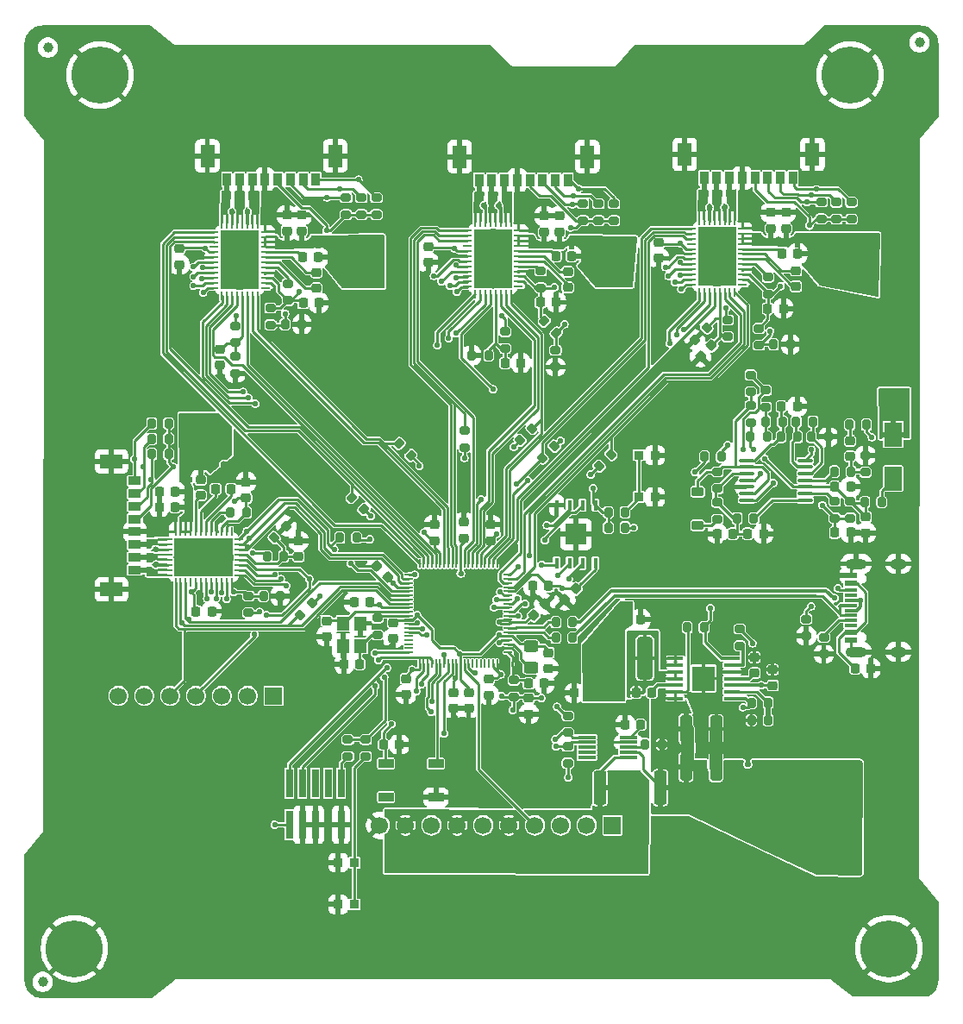
<source format=gtl>
%TF.GenerationSoftware,KiCad,Pcbnew,9.0.1*%
%TF.CreationDate,2025-05-28T21:19:47-07:00*%
%TF.ProjectId,motor_board,6d6f746f-725f-4626-9f61-72642e6b6963,1.1*%
%TF.SameCoordinates,Original*%
%TF.FileFunction,Copper,L1,Top*%
%TF.FilePolarity,Positive*%
%FSLAX46Y46*%
G04 Gerber Fmt 4.6, Leading zero omitted, Abs format (unit mm)*
G04 Created by KiCad (PCBNEW 9.0.1) date 2025-05-28 21:19:47*
%MOMM*%
%LPD*%
G01*
G04 APERTURE LIST*
G04 Aperture macros list*
%AMRoundRect*
0 Rectangle with rounded corners*
0 $1 Rounding radius*
0 $2 $3 $4 $5 $6 $7 $8 $9 X,Y pos of 4 corners*
0 Add a 4 corners polygon primitive as box body*
4,1,4,$2,$3,$4,$5,$6,$7,$8,$9,$2,$3,0*
0 Add four circle primitives for the rounded corners*
1,1,$1+$1,$2,$3*
1,1,$1+$1,$4,$5*
1,1,$1+$1,$6,$7*
1,1,$1+$1,$8,$9*
0 Add four rect primitives between the rounded corners*
20,1,$1+$1,$2,$3,$4,$5,0*
20,1,$1+$1,$4,$5,$6,$7,0*
20,1,$1+$1,$6,$7,$8,$9,0*
20,1,$1+$1,$8,$9,$2,$3,0*%
G04 Aperture macros list end*
%TA.AperFunction,SMDPad,CuDef*%
%ADD10R,1.600200X0.304800*%
%TD*%
%TA.AperFunction,SMDPad,CuDef*%
%ADD11R,2.310000X2.460000*%
%TD*%
%TA.AperFunction,SMDPad,CuDef*%
%ADD12RoundRect,0.225000X0.225000X0.250000X-0.225000X0.250000X-0.225000X-0.250000X0.225000X-0.250000X0*%
%TD*%
%TA.AperFunction,SMDPad,CuDef*%
%ADD13RoundRect,0.225000X-0.225000X-0.250000X0.225000X-0.250000X0.225000X0.250000X-0.225000X0.250000X0*%
%TD*%
%TA.AperFunction,SMDPad,CuDef*%
%ADD14RoundRect,0.200000X0.275000X-0.200000X0.275000X0.200000X-0.275000X0.200000X-0.275000X-0.200000X0*%
%TD*%
%TA.AperFunction,SMDPad,CuDef*%
%ADD15RoundRect,0.225000X0.250000X-0.225000X0.250000X0.225000X-0.250000X0.225000X-0.250000X-0.225000X0*%
%TD*%
%TA.AperFunction,ComponentPad*%
%ADD16C,5.600000*%
%TD*%
%TA.AperFunction,SMDPad,CuDef*%
%ADD17C,1.000000*%
%TD*%
%TA.AperFunction,SMDPad,CuDef*%
%ADD18RoundRect,0.200000X0.200000X0.275000X-0.200000X0.275000X-0.200000X-0.275000X0.200000X-0.275000X0*%
%TD*%
%TA.AperFunction,SMDPad,CuDef*%
%ADD19RoundRect,0.200000X-0.200000X-0.275000X0.200000X-0.275000X0.200000X0.275000X-0.200000X0.275000X0*%
%TD*%
%TA.AperFunction,SMDPad,CuDef*%
%ADD20RoundRect,0.250000X0.362500X1.425000X-0.362500X1.425000X-0.362500X-1.425000X0.362500X-1.425000X0*%
%TD*%
%TA.AperFunction,SMDPad,CuDef*%
%ADD21RoundRect,0.333000X0.417000X1.767000X-0.417000X1.767000X-0.417000X-1.767000X0.417000X-1.767000X0*%
%TD*%
%TA.AperFunction,SMDPad,CuDef*%
%ADD22RoundRect,0.250000X-0.325000X-1.100000X0.325000X-1.100000X0.325000X1.100000X-0.325000X1.100000X0*%
%TD*%
%TA.AperFunction,SMDPad,CuDef*%
%ADD23R,1.778000X0.330200*%
%TD*%
%TA.AperFunction,SMDPad,CuDef*%
%ADD24R,1.150000X0.600000*%
%TD*%
%TA.AperFunction,SMDPad,CuDef*%
%ADD25R,1.150000X0.300000*%
%TD*%
%TA.AperFunction,ComponentPad*%
%ADD26O,2.100000X1.000000*%
%TD*%
%TA.AperFunction,ComponentPad*%
%ADD27O,1.600000X1.000000*%
%TD*%
%TA.AperFunction,SMDPad,CuDef*%
%ADD28RoundRect,0.225000X0.335876X0.017678X0.017678X0.335876X-0.335876X-0.017678X-0.017678X-0.335876X0*%
%TD*%
%TA.AperFunction,SMDPad,CuDef*%
%ADD29RoundRect,0.200000X-0.275000X0.200000X-0.275000X-0.200000X0.275000X-0.200000X0.275000X0.200000X0*%
%TD*%
%TA.AperFunction,SMDPad,CuDef*%
%ADD30RoundRect,0.225000X-0.250000X0.225000X-0.250000X-0.225000X0.250000X-0.225000X0.250000X0.225000X0*%
%TD*%
%TA.AperFunction,SMDPad,CuDef*%
%ADD31R,0.242473X0.906066*%
%TD*%
%TA.AperFunction,SMDPad,CuDef*%
%ADD32R,0.906066X0.242473*%
%TD*%
%TA.AperFunction,ComponentPad*%
%ADD33C,0.300000*%
%TD*%
%TA.AperFunction,SMDPad,CuDef*%
%ADD34R,5.800001X3.800000*%
%TD*%
%TA.AperFunction,ComponentPad*%
%ADD35R,1.700000X1.700000*%
%TD*%
%TA.AperFunction,ComponentPad*%
%ADD36C,1.700000*%
%TD*%
%TA.AperFunction,SMDPad,CuDef*%
%ADD37R,3.800000X5.800001*%
%TD*%
%TA.AperFunction,SMDPad,CuDef*%
%ADD38RoundRect,0.200000X0.053033X-0.335876X0.335876X-0.053033X-0.053033X0.335876X-0.335876X0.053033X0*%
%TD*%
%TA.AperFunction,SMDPad,CuDef*%
%ADD39RoundRect,0.200000X-0.335876X-0.053033X-0.053033X-0.335876X0.335876X0.053033X0.053033X0.335876X0*%
%TD*%
%TA.AperFunction,SMDPad,CuDef*%
%ADD40RoundRect,0.200000X-0.053033X0.335876X-0.335876X0.053033X0.053033X-0.335876X0.335876X-0.053033X0*%
%TD*%
%TA.AperFunction,SMDPad,CuDef*%
%ADD41RoundRect,0.090000X-0.660000X-0.360000X0.660000X-0.360000X0.660000X0.360000X-0.660000X0.360000X0*%
%TD*%
%TA.AperFunction,SMDPad,CuDef*%
%ADD42R,0.740000X2.790000*%
%TD*%
%TA.AperFunction,SMDPad,CuDef*%
%ADD43RoundRect,0.250000X-0.450000X0.325000X-0.450000X-0.325000X0.450000X-0.325000X0.450000X0.325000X0*%
%TD*%
%TA.AperFunction,SMDPad,CuDef*%
%ADD44R,0.900000X0.900000*%
%TD*%
%TA.AperFunction,SMDPad,CuDef*%
%ADD45R,0.838200X1.295400*%
%TD*%
%TA.AperFunction,SMDPad,CuDef*%
%ADD46R,1.397000X2.260600*%
%TD*%
%TA.AperFunction,SMDPad,CuDef*%
%ADD47R,1.200000X1.400000*%
%TD*%
%TA.AperFunction,SMDPad,CuDef*%
%ADD48RoundRect,0.100000X0.637500X0.100000X-0.637500X0.100000X-0.637500X-0.100000X0.637500X-0.100000X0*%
%TD*%
%TA.AperFunction,SMDPad,CuDef*%
%ADD49R,0.450000X1.050000*%
%TD*%
%TA.AperFunction,SMDPad,CuDef*%
%ADD50R,2.100000X2.100000*%
%TD*%
%TA.AperFunction,SMDPad,CuDef*%
%ADD51RoundRect,0.225000X0.017678X-0.335876X0.335876X-0.017678X-0.017678X0.335876X-0.335876X0.017678X0*%
%TD*%
%TA.AperFunction,SMDPad,CuDef*%
%ADD52R,1.700000X2.350000*%
%TD*%
%TA.AperFunction,SMDPad,CuDef*%
%ADD53RoundRect,0.225000X-0.375000X0.225000X-0.375000X-0.225000X0.375000X-0.225000X0.375000X0.225000X0*%
%TD*%
%TA.AperFunction,SMDPad,CuDef*%
%ADD54RoundRect,0.055000X-0.055000X-0.335000X0.055000X-0.335000X0.055000X0.335000X-0.055000X0.335000X0*%
%TD*%
%TA.AperFunction,SMDPad,CuDef*%
%ADD55RoundRect,0.055000X-0.335000X0.055000X-0.335000X-0.055000X0.335000X-0.055000X0.335000X0.055000X0*%
%TD*%
%TA.AperFunction,ComponentPad*%
%ADD56C,0.600000*%
%TD*%
%TA.AperFunction,SMDPad,CuDef*%
%ADD57R,1.133333X1.133333*%
%TD*%
%TA.AperFunction,SMDPad,CuDef*%
%ADD58R,1.295400X0.838200*%
%TD*%
%TA.AperFunction,SMDPad,CuDef*%
%ADD59R,2.260600X1.397000*%
%TD*%
%TA.AperFunction,SMDPad,CuDef*%
%ADD60RoundRect,0.225000X-0.017678X0.335876X-0.335876X0.017678X0.017678X-0.335876X0.335876X-0.017678X0*%
%TD*%
%TA.AperFunction,ViaPad*%
%ADD61C,0.584200*%
%TD*%
%TA.AperFunction,ViaPad*%
%ADD62C,0.600000*%
%TD*%
%TA.AperFunction,Conductor*%
%ADD63C,0.234950*%
%TD*%
%TA.AperFunction,Conductor*%
%ADD64C,0.279400*%
%TD*%
%TA.AperFunction,Conductor*%
%ADD65C,0.271780*%
%TD*%
%TA.AperFunction,Conductor*%
%ADD66C,1.270000*%
%TD*%
%TA.AperFunction,Conductor*%
%ADD67C,0.271781*%
%TD*%
%TA.AperFunction,Conductor*%
%ADD68C,0.304800*%
%TD*%
%TA.AperFunction,Conductor*%
%ADD69C,0.313400*%
%TD*%
%TA.AperFunction,Conductor*%
%ADD70C,0.508000*%
%TD*%
G04 APERTURE END LIST*
D10*
%TO.P,U5,1,VO*%
%TO.N,3.3V*%
X168004604Y-118740034D03*
%TO.P,U5,2,VFB*%
%TO.N,Net-(U5-VFB)*%
X168004604Y-118090021D03*
%TO.P,U5,3,VREG5*%
%TO.N,Net-(U5-VREG5)*%
X168004604Y-117440012D03*
%TO.P,U5,4,SS*%
%TO.N,Net-(U5-SS)*%
X168004604Y-116790000D03*
%TO.P,U5,5,GND*%
%TO.N,GND*%
X168004604Y-116139988D03*
%TO.P,U5,6,PG*%
%TO.N,Net-(U5-PG)*%
X168004604Y-115489979D03*
%TO.P,U5,7,EN*%
%TO.N,3V3_RESET*%
X168004604Y-114839966D03*
%TO.P,U5,8,PGND1*%
%TO.N,GND*%
X162467404Y-114839966D03*
%TO.P,U5,9,PGND2*%
X162467404Y-115489979D03*
%TO.P,U5,10,SW1*%
%TO.N,Net-(U5-SW1)*%
X162467404Y-116139988D03*
%TO.P,U5,11,SW2*%
X162467404Y-116790000D03*
%TO.P,U5,12,VBST*%
%TO.N,Net-(U5-VBST)*%
X162467404Y-117440012D03*
%TO.P,U5,13,VIN*%
%TO.N,VBATT*%
X162467404Y-118090021D03*
%TO.P,U5,14,VCC*%
X162467404Y-118740034D03*
D11*
%TO.P,U5,15,EPAD*%
%TO.N,GND*%
X165236004Y-116790000D03*
%TD*%
D12*
%TO.P,C18,1*%
%TO.N,GND*%
X159069100Y-110973900D03*
%TO.P,C18,2*%
%TO.N,3.3V*%
X157519100Y-110973900D03*
%TD*%
D13*
%TO.P,C17,1*%
%TO.N,GND*%
X152519100Y-118223900D03*
%TO.P,C17,2*%
%TO.N,3.3V*%
X154069100Y-118223900D03*
%TD*%
%TO.P,C21,1*%
%TO.N,Net-(U5-SW1)*%
X158603600Y-118152400D03*
%TO.P,C21,2*%
%TO.N,Net-(U5-VBST)*%
X160153600Y-118152400D03*
%TD*%
D14*
%TO.P,R15,1*%
%TO.N,Net-(U5-PG)*%
X168776600Y-113579900D03*
%TO.P,R15,2*%
%TO.N,Net-(U5-VREG5)*%
X168776600Y-111929900D03*
%TD*%
D15*
%TO.P,C26,1*%
%TO.N,Net-(U5-SS)*%
X170237100Y-116260400D03*
%TO.P,C26,2*%
%TO.N,GND*%
X170237100Y-114710400D03*
%TD*%
D16*
%TO.P,H1,1,1*%
%TO.N,GND*%
X105946000Y-57564100D03*
%TD*%
%TO.P,H2,1,1*%
%TO.N,GND*%
X103426000Y-143294000D03*
%TD*%
%TO.P,H3,1,1*%
%TO.N,GND*%
X183426100Y-143294100D03*
%TD*%
%TO.P,H4,1,1*%
%TO.N,GND*%
X179606000Y-57564000D03*
%TD*%
D17*
%TO.P,REF1T,*%
%TO.N,*%
X100330000Y-146558000D03*
%TD*%
D13*
%TO.P,C29,1*%
%TO.N,Net-(C29-Pad1)*%
X180100000Y-115800000D03*
%TO.P,C29,2*%
%TO.N,GND*%
X181650000Y-115800000D03*
%TD*%
D18*
%TO.P,R13,1*%
%TO.N,Net-(U5-VFB)*%
X171570100Y-119168400D03*
%TO.P,R13,2*%
%TO.N,3.3V*%
X169920100Y-119168400D03*
%TD*%
D15*
%TO.P,C27,1*%
%TO.N,Net-(U5-VREG5)*%
X172015100Y-117466900D03*
%TO.P,C27,2*%
%TO.N,GND*%
X172015100Y-115916900D03*
%TD*%
D19*
%TO.P,R29,1*%
%TO.N,VBATT*%
X163619100Y-111773900D03*
%TO.P,R29,2*%
%TO.N,3V3_RESET*%
X165269100Y-111773900D03*
%TD*%
%TO.P,R14,1*%
%TO.N,GND*%
X169920100Y-120882900D03*
%TO.P,R14,2*%
%TO.N,Net-(U5-VFB)*%
X171570100Y-120882900D03*
%TD*%
D20*
%TO.P,R8,1*%
%TO.N,VBATT*%
X160962500Y-127500000D03*
%TO.P,R8,2*%
%TO.N,VBATT_SENSE*%
X155037500Y-127500000D03*
%TD*%
D21*
%TO.P,L2,1,1*%
%TO.N,Net-(U5-SW1)*%
X159464100Y-114786900D03*
%TO.P,L2,2,2*%
%TO.N,3.3V*%
X155864100Y-114786900D03*
%TD*%
D22*
%TO.P,C19,1*%
%TO.N,VBATT*%
X163507004Y-121743000D03*
%TO.P,C19,2*%
%TO.N,GND*%
X166457004Y-121743000D03*
%TD*%
%TO.P,C20,1*%
%TO.N,VBATT*%
X163507004Y-125454900D03*
%TO.P,C20,2*%
%TO.N,GND*%
X166457004Y-125454900D03*
%TD*%
D18*
%TO.P,R26,1*%
%TO.N,VBATT*%
X161119100Y-123223900D03*
%TO.P,R26,2*%
%TO.N,Net-(U4-ON)*%
X159469100Y-123223900D03*
%TD*%
D23*
%TO.P,U4,1,VCC*%
%TO.N,VBATT_SENSE*%
X157838800Y-124549901D03*
%TO.P,U4,2,SENSE*%
%TO.N,VBATT*%
X157838800Y-124049899D03*
%TO.P,U4,3,ON*%
%TO.N,Net-(U4-ON)*%
X157838800Y-123549900D03*
%TO.P,U4,4,GND*%
%TO.N,GND*%
X157838800Y-123049901D03*
%TO.P,U4,5,TIMER*%
%TO.N,Net-(U4-TIMER)*%
X157838800Y-122549899D03*
%TO.P,U4,6,SCL*%
%TO.N,SCL_PWR*%
X153749400Y-122549899D03*
%TO.P,U4,7,SDA*%
%TO.N,SDA_PWR*%
X153749400Y-123049901D03*
%TO.P,U4,8,A0*%
%TO.N,unconnected-(U4-A0-Pad8)*%
X153749400Y-123549900D03*
%TO.P,U4,9,A1*%
%TO.N,unconnected-(U4-A1-Pad9)*%
X153749400Y-124049899D03*
%TO.P,U4,10,GATE*%
%TO.N,unconnected-(U4-GATE-Pad10)*%
X153749400Y-124549901D03*
%TD*%
D13*
%TO.P,C32,1*%
%TO.N,GND*%
X157519100Y-121323900D03*
%TO.P,C32,2*%
%TO.N,Net-(U4-TIMER)*%
X159069100Y-121323900D03*
%TD*%
D24*
%TO.P,J13,A1,GND*%
%TO.N,GND*%
X179660000Y-113050000D03*
%TO.P,J13,A4,VBUS*%
%TO.N,Net-(C29-Pad1)*%
X179660000Y-112250000D03*
D25*
%TO.P,J13,A5,CC1*%
%TO.N,USB_CC1*%
X179660000Y-111100000D03*
%TO.P,J13,A6,D+*%
%TO.N,USB_D+*%
X179660000Y-110100000D03*
%TO.P,J13,A7,D-*%
%TO.N,USB_D-*%
X179660000Y-109600000D03*
%TO.P,J13,A8,SBU1*%
%TO.N,unconnected-(J13-SBU1-PadA8)*%
X179660000Y-108600000D03*
D24*
%TO.P,J13,A9,VBUS*%
%TO.N,Net-(C29-Pad1)*%
X179660000Y-107450000D03*
%TO.P,J13,A12,GND*%
%TO.N,GND*%
X179660000Y-106650000D03*
D25*
%TO.P,J13,B5,CC2*%
%TO.N,USB_CC2*%
X179660000Y-108100000D03*
%TO.P,J13,B6,D+*%
%TO.N,USB_D+*%
X179660000Y-109100000D03*
%TO.P,J13,B7,D-*%
%TO.N,USB_D-*%
X179660000Y-110600000D03*
%TO.P,J13,B8,SBU2*%
%TO.N,unconnected-(J13-SBU2-PadB8)*%
X179660000Y-111600000D03*
D26*
%TO.P,J13,S1,SHIELD*%
%TO.N,GND*%
X180235000Y-114170000D03*
D27*
X184375000Y-114170000D03*
D26*
X180235000Y-105530000D03*
D27*
X184375000Y-105530000D03*
%TD*%
D28*
%TO.P,C46,1*%
%TO.N,3.3V*%
X134217108Y-106846908D03*
%TO.P,C46,2*%
%TO.N,GND*%
X133121092Y-105750892D03*
%TD*%
D29*
%TO.P,R57,1*%
%TO.N,/Motors/individual_motor_1/V_BK*%
X170647132Y-82426933D03*
%TO.P,R57,2*%
%TO.N,/Motors/individual_motor_1/HNX*%
X170647132Y-84076933D03*
%TD*%
D13*
%TO.P,C56,1*%
%TO.N,/Motors/individual_motor_3/V_BK*%
X125897132Y-79926933D03*
%TO.P,C56,2*%
%TO.N,GND*%
X127447132Y-79926933D03*
%TD*%
D30*
%TO.P,C28,1*%
%TO.N,3.3V*%
X140650000Y-118175000D03*
%TO.P,C28,2*%
%TO.N,GND*%
X140650000Y-119725000D03*
%TD*%
D15*
%TO.P,C62,1*%
%TO.N,/Motors/individual_motor_4/CP*%
X115823592Y-98815914D03*
%TO.P,C62,2*%
%TO.N,VBATT*%
X115823592Y-97265914D03*
%TD*%
D13*
%TO.P,C55,1*%
%TO.N,/Motors/individual_motor_3/CP*%
X125847132Y-75451933D03*
%TO.P,C55,2*%
%TO.N,VBATT*%
X127397132Y-75451933D03*
%TD*%
D19*
%TO.P,R42,1*%
%TO.N,/Avionics/USB_IC_D-*%
X150719100Y-112773900D03*
%TO.P,R42,2*%
%TO.N,USB_D-*%
X152369100Y-112773900D03*
%TD*%
D18*
%TO.P,R50,1*%
%TO.N,WATCHDOG_FEED*%
X181219100Y-91873900D03*
%TO.P,R50,2*%
%TO.N,Net-(C30-Pad1)*%
X179569100Y-91873900D03*
%TD*%
D29*
%TO.P,R31,1*%
%TO.N,/Motors/individual_motor_3/SW_BK*%
X124397132Y-78051933D03*
%TO.P,R31,2*%
%TO.N,/Motors/individual_motor_3/V_BK*%
X124397132Y-79701933D03*
%TD*%
D17*
%TO.P,REF3T,*%
%TO.N,*%
X186436000Y-54356000D03*
%TD*%
D30*
%TO.P,C8,1*%
%TO.N,/Motors/individual_motor_1/AVDD*%
X160847132Y-74001933D03*
%TO.P,C8,2*%
%TO.N,GND*%
X160847132Y-75551933D03*
%TD*%
D15*
%TO.P,C15,1*%
%TO.N,+1V1*%
X141694100Y-102998900D03*
%TO.P,C15,2*%
%TO.N,GND*%
X141694100Y-101448900D03*
%TD*%
D31*
%TO.P,U9,1,NC*%
%TO.N,unconnected-(U9-NC-Pad1)*%
X118866637Y-102380330D03*
%TO.P,U9,2,AGND*%
%TO.N,GND*%
X118366638Y-102380330D03*
%TO.P,U9,3,FB_BK*%
%TO.N,/Motors/individual_motor_4/V_BK*%
X117866636Y-102380330D03*
%TO.P,U9,4,GND_BK*%
%TO.N,GND*%
X117366637Y-102380330D03*
%TO.P,U9,5,SW_BK*%
%TO.N,/Motors/individual_motor_4/SW_BK*%
X116866638Y-102380330D03*
%TO.P,U9,6,CPL*%
%TO.N,/Motors/individual_motor_4/CPL*%
X116366637Y-102380330D03*
%TO.P,U9,7,CPH*%
%TO.N,/Motors/individual_motor_4/CPH*%
X115866637Y-102380330D03*
%TO.P,U9,8,CP*%
%TO.N,/Motors/individual_motor_4/CP*%
X115366636Y-102380330D03*
%TO.P,U9,9,VM*%
%TO.N,VBATT*%
X114866637Y-102380330D03*
%TO.P,U9,10,VM*%
X114366638Y-102380330D03*
%TO.P,U9,11,VM*%
X113866636Y-102380330D03*
%TO.P,U9,12,PGND*%
%TO.N,GND*%
X113366637Y-102380330D03*
D32*
%TO.P,U9,13,OUTA*%
%TO.N,/Motors/individual_motor_4/OUTA*%
X112613604Y-103133364D03*
%TO.P,U9,14,OUTA*%
X112613604Y-103633363D03*
%TO.P,U9,15,PGND*%
%TO.N,GND*%
X112613604Y-104133362D03*
%TO.P,U9,16,OUTB*%
%TO.N,/Motors/individual_motor_4/OUTB*%
X112613604Y-104633363D03*
%TO.P,U9,17,OUTB*%
X112613604Y-105133363D03*
%TO.P,U9,18,PGND*%
%TO.N,GND*%
X112613604Y-105633364D03*
%TO.P,U9,19,OUTC*%
%TO.N,/Motors/individual_motor_4/OUTC*%
X112613604Y-106133363D03*
%TO.P,U9,20,OUTC*%
X112613604Y-106633362D03*
D31*
%TO.P,U9,21,DRVOFF*%
%TO.N,DRVOFF_4*%
X113366637Y-107386396D03*
%TO.P,U9,22,FAULT_N*%
%TO.N,nFAULT_4*%
X113866636Y-107386396D03*
%TO.P,U9,23,SLEEP_N*%
%TO.N,nSLEEP_4*%
X114366638Y-107386396D03*
%TO.P,U9,24,NC*%
%TO.N,unconnected-(U9-NC-Pad24)*%
X114866637Y-107386396D03*
%TO.P,U9,25,AVDD*%
%TO.N,/Motors/individual_motor_4/AVDD*%
X115366636Y-107386396D03*
%TO.P,U9,26,AGND*%
%TO.N,GND*%
X115866637Y-107386396D03*
%TO.P,U9,27,HPA*%
%TO.N,/Motors/individual_motor_4/HPA*%
X116366637Y-107386396D03*
%TO.P,U9,28,HNA*%
%TO.N,/Motors/individual_motor_4/HNX*%
X116866638Y-107386396D03*
%TO.P,U9,29,HPB*%
%TO.N,/Motors/individual_motor_4/HPB*%
X117366637Y-107386396D03*
%TO.P,U9,30,HNB*%
%TO.N,/Motors/individual_motor_4/HNX*%
X117866636Y-107386396D03*
%TO.P,U9,31,HPC*%
%TO.N,/Motors/individual_motor_4/HPC*%
X118366638Y-107386396D03*
%TO.P,U9,32,HNC*%
%TO.N,/Motors/individual_motor_4/HNX*%
X118866637Y-107386396D03*
D32*
%TO.P,U9,33,SDO*%
%TO.N,SDO0*%
X119619670Y-106633362D03*
%TO.P,U9,34,SDI*%
%TO.N,SDI0*%
X119619670Y-106133363D03*
%TO.P,U9,35,SCLK*%
%TO.N,SCLK0*%
X119619670Y-105633364D03*
%TO.P,U9,36,nSCS*%
%TO.N,nSCS_4*%
X119619670Y-105133363D03*
%TO.P,U9,37,ILIM*%
%TO.N,/Motors/individual_motor_4/ILIM*%
X119619670Y-104633363D03*
%TO.P,U9,38,BRAKE*%
%TO.N,BRAKE_4*%
X119619670Y-104133362D03*
%TO.P,U9,39,PWM*%
%TO.N,PWM_4*%
X119619670Y-103633363D03*
%TO.P,U9,40,FGOUT*%
%TO.N,FGOUT_4*%
X119619670Y-103133364D03*
D33*
%TO.P,U9,41,Thermal_Pad*%
%TO.N,GND*%
X117366637Y-103383363D03*
X116116637Y-103383363D03*
X114866637Y-103383363D03*
X118616637Y-104383363D03*
X117366637Y-104383363D03*
X116116637Y-104383363D03*
X114866637Y-104383363D03*
X113616637Y-104383363D03*
D34*
X116116637Y-104883363D03*
D33*
X118616637Y-105383363D03*
X117366637Y-105383363D03*
X116116637Y-105383363D03*
X114866637Y-105383363D03*
X113616637Y-105383363D03*
X117366637Y-106383363D03*
X116116637Y-106383363D03*
X114866637Y-106383363D03*
%TD*%
D14*
%TO.P,R64,1*%
%TO.N,/Watchdog/WD_integrate*%
X166594100Y-98148900D03*
%TO.P,R64,2*%
%TO.N,Net-(D6-K)*%
X166594100Y-96498900D03*
%TD*%
D13*
%TO.P,C57,1*%
%TO.N,GND*%
X111773592Y-98465914D03*
%TO.P,C57,2*%
%TO.N,VBATT*%
X113323592Y-98465914D03*
%TD*%
D29*
%TO.P,R25,1*%
%TO.N,/Motors/individual_motor_3/ILIM*%
X119222132Y-85201933D03*
%TO.P,R25,2*%
%TO.N,GND*%
X119222132Y-86851933D03*
%TD*%
D19*
%TO.P,R41,1*%
%TO.N,/Avionics/USB_IC_D+*%
X150719100Y-111273900D03*
%TO.P,R41,2*%
%TO.N,USB_D+*%
X152369100Y-111273900D03*
%TD*%
D15*
%TO.P,C59,1*%
%TO.N,/Motors/individual_motor_4/ILIM*%
X125438605Y-104836395D03*
%TO.P,C59,2*%
%TO.N,GND*%
X125438605Y-103286395D03*
%TD*%
D18*
%TO.P,R63,1*%
%TO.N,Net-(R63-Pad1)*%
X170169100Y-101073900D03*
%TO.P,R63,2*%
%TO.N,/Watchdog/WD_integrate*%
X168519100Y-101073900D03*
%TD*%
%TO.P,R35,1*%
%TO.N,/Motors/individual_motor_4/V_BK*%
X112688605Y-93261395D03*
%TO.P,R35,2*%
%TO.N,/Motors/individual_motor_4/HPB*%
X111038605Y-93261395D03*
%TD*%
D14*
%TO.P,R40,1*%
%TO.N,GND*%
X177032000Y-114387000D03*
%TO.P,R40,2*%
%TO.N,USB_CC1*%
X177032000Y-112737000D03*
%TD*%
D30*
%TO.P,C37,1*%
%TO.N,GND*%
X125757132Y-71301933D03*
%TO.P,C37,2*%
%TO.N,VBATT*%
X125757132Y-72851933D03*
%TD*%
D35*
%TO.P,J7,1,Pin_1*%
%TO.N,FGOUT_4*%
X122996637Y-118483363D03*
D36*
%TO.P,J7,2,Pin_2*%
%TO.N,PWM_4*%
X120456637Y-118483363D03*
%TO.P,J7,3,Pin_3*%
%TO.N,BRAKE_4*%
X117916637Y-118483363D03*
%TO.P,J7,4,Pin_4*%
%TO.N,nSCS_4*%
X115376637Y-118483363D03*
%TO.P,J7,5,Pin_5*%
%TO.N,DRVOFF_4*%
X112836637Y-118483363D03*
%TO.P,J7,6,Pin_6*%
%TO.N,nSLEEP_4*%
X110296637Y-118483363D03*
%TO.P,J7,7,Pin_7*%
%TO.N,nFAULT_4*%
X107756637Y-118483363D03*
%TD*%
D14*
%TO.P,R10,1*%
%TO.N,/Motors/individual_motor_1/V_BK*%
X176797132Y-71676933D03*
%TO.P,R10,2*%
%TO.N,/Motors/individual_motor_1/HPC*%
X176797132Y-70026933D03*
%TD*%
D19*
%TO.P,R76,1*%
%TO.N,/Watchdog/WD_Vcc*%
X169819100Y-93073900D03*
%TO.P,R76,2*%
%TO.N,/Watchdog/ref4*%
X171469100Y-93073900D03*
%TD*%
%TO.P,R78,1*%
%TO.N,/Watchdog/ref3*%
X172819100Y-93073900D03*
%TO.P,R78,2*%
%TO.N,/Watchdog/ref2*%
X174469100Y-93073900D03*
%TD*%
D30*
%TO.P,C43,1*%
%TO.N,/Motors/individual_motor_3/AVDD*%
X113747132Y-74601933D03*
%TO.P,C43,2*%
%TO.N,GND*%
X113747132Y-76151933D03*
%TD*%
D12*
%TO.P,C45,1*%
%TO.N,3.3V*%
X132444100Y-109323900D03*
%TO.P,C45,2*%
%TO.N,GND*%
X130894100Y-109323900D03*
%TD*%
D32*
%TO.P,U6,1,NC*%
%TO.N,unconnected-(U6-NC-Pad1)*%
X147050165Y-78326933D03*
%TO.P,U6,2,AGND*%
%TO.N,GND*%
X147050165Y-77826934D03*
%TO.P,U6,3,FB_BK*%
%TO.N,/Motors/individual_motor_2/V_BK*%
X147050165Y-77326932D03*
%TO.P,U6,4,GND_BK*%
%TO.N,GND*%
X147050165Y-76826933D03*
%TO.P,U6,5,SW_BK*%
%TO.N,/Motors/individual_motor_2/SW_BK*%
X147050165Y-76326934D03*
%TO.P,U6,6,CPL*%
%TO.N,/Motors/individual_motor_2/CPL*%
X147050165Y-75826933D03*
%TO.P,U6,7,CPH*%
%TO.N,/Motors/individual_motor_2/CPH*%
X147050165Y-75326933D03*
%TO.P,U6,8,CP*%
%TO.N,/Motors/individual_motor_2/CP*%
X147050165Y-74826932D03*
%TO.P,U6,9,VM*%
%TO.N,VBATT*%
X147050165Y-74326933D03*
%TO.P,U6,10,VM*%
X147050165Y-73826934D03*
%TO.P,U6,11,VM*%
X147050165Y-73326932D03*
%TO.P,U6,12,PGND*%
%TO.N,GND*%
X147050165Y-72826933D03*
D31*
%TO.P,U6,13,OUTA*%
%TO.N,/Motors/individual_motor_2/OUTA*%
X146297131Y-72073900D03*
%TO.P,U6,14,OUTA*%
X145797132Y-72073900D03*
%TO.P,U6,15,PGND*%
%TO.N,GND*%
X145297133Y-72073900D03*
%TO.P,U6,16,OUTB*%
%TO.N,/Motors/individual_motor_2/OUTB*%
X144797132Y-72073900D03*
%TO.P,U6,17,OUTB*%
X144297132Y-72073900D03*
%TO.P,U6,18,PGND*%
%TO.N,GND*%
X143797131Y-72073900D03*
%TO.P,U6,19,OUTC*%
%TO.N,/Motors/individual_motor_2/OUTC*%
X143297132Y-72073900D03*
%TO.P,U6,20,OUTC*%
X142797133Y-72073900D03*
D32*
%TO.P,U6,21,DRVOFF*%
%TO.N,DRVOFF_2*%
X142044099Y-72826933D03*
%TO.P,U6,22,FAULT_N*%
%TO.N,nFAULT_2*%
X142044099Y-73326932D03*
%TO.P,U6,23,SLEEP_N*%
%TO.N,nSLEEP_2*%
X142044099Y-73826934D03*
%TO.P,U6,24,NC*%
%TO.N,unconnected-(U6-NC-Pad24)*%
X142044099Y-74326933D03*
%TO.P,U6,25,AVDD*%
%TO.N,/Motors/individual_motor_2/AVDD*%
X142044099Y-74826932D03*
%TO.P,U6,26,AGND*%
%TO.N,GND*%
X142044099Y-75326933D03*
%TO.P,U6,27,HPA*%
%TO.N,/Motors/individual_motor_2/HPA*%
X142044099Y-75826933D03*
%TO.P,U6,28,HNA*%
%TO.N,/Motors/individual_motor_2/HNX*%
X142044099Y-76326934D03*
%TO.P,U6,29,HPB*%
%TO.N,/Motors/individual_motor_2/HPB*%
X142044099Y-76826933D03*
%TO.P,U6,30,HNB*%
%TO.N,/Motors/individual_motor_2/HNX*%
X142044099Y-77326932D03*
%TO.P,U6,31,HPC*%
%TO.N,/Motors/individual_motor_2/HPC*%
X142044099Y-77826934D03*
%TO.P,U6,32,HNC*%
%TO.N,/Motors/individual_motor_2/HNX*%
X142044099Y-78326933D03*
D31*
%TO.P,U6,33,SDO*%
%TO.N,SDO0*%
X142797133Y-79079966D03*
%TO.P,U6,34,SDI*%
%TO.N,SDI0*%
X143297132Y-79079966D03*
%TO.P,U6,35,SCLK*%
%TO.N,SCLK0*%
X143797131Y-79079966D03*
%TO.P,U6,36,nSCS*%
%TO.N,nSCS_2*%
X144297132Y-79079966D03*
%TO.P,U6,37,ILIM*%
%TO.N,/Motors/individual_motor_2/ILIM*%
X144797132Y-79079966D03*
%TO.P,U6,38,BRAKE*%
%TO.N,BRAKE_2*%
X145297133Y-79079966D03*
%TO.P,U6,39,PWM*%
%TO.N,PWM_2*%
X145797132Y-79079966D03*
%TO.P,U6,40,FGOUT*%
%TO.N,FGOUT_2*%
X146297131Y-79079966D03*
D33*
%TO.P,U6,41,Thermal_Pad*%
%TO.N,GND*%
X146047132Y-76826933D03*
X146047132Y-75576933D03*
X146047132Y-74326933D03*
X145047132Y-78076933D03*
X145047132Y-76826933D03*
X145047132Y-75576933D03*
X145047132Y-74326933D03*
X145047132Y-73076933D03*
D37*
X144547132Y-75576933D03*
D33*
X144047132Y-78076933D03*
X144047132Y-76826933D03*
X144047132Y-75576933D03*
X144047132Y-74326933D03*
X144047132Y-73076933D03*
X143047132Y-76826933D03*
X143047132Y-75576933D03*
X143047132Y-74326933D03*
%TD*%
D30*
%TO.P,C3,1*%
%TO.N,GND*%
X173322132Y-71051933D03*
%TO.P,C3,2*%
%TO.N,VBATT*%
X173322132Y-72601933D03*
%TD*%
%TO.P,C1,1*%
%TO.N,/Avionics/XTAL1*%
X128200000Y-111125000D03*
%TO.P,C1,2*%
%TO.N,GND*%
X128200000Y-112675000D03*
%TD*%
D19*
%TO.P,R80,1*%
%TO.N,/Watchdog/ref1*%
X175819100Y-93073900D03*
%TO.P,R80,2*%
%TO.N,GND*%
X177469100Y-93073900D03*
%TD*%
D12*
%TO.P,C54,1*%
%TO.N,GND*%
X174419100Y-90073900D03*
%TO.P,C54,2*%
%TO.N,/Watchdog/ref3*%
X172869100Y-90073900D03*
%TD*%
D18*
%TO.P,R4,1*%
%TO.N,Net-(SW2-P)*%
X157519100Y-100473900D03*
%TO.P,R4,2*%
%TO.N,/Avionics/FLASH_CS*%
X155869100Y-100473900D03*
%TD*%
D19*
%TO.P,R58,1*%
%TO.N,/Motors/individual_motor_1/HNX*%
X172094100Y-83998900D03*
%TO.P,R58,2*%
%TO.N,GND*%
X173744100Y-83998900D03*
%TD*%
D15*
%TO.P,C49,1*%
%TO.N,3.3V*%
X144294100Y-103248900D03*
%TO.P,C49,2*%
%TO.N,GND*%
X144294100Y-101698900D03*
%TD*%
D13*
%TO.P,C58,1*%
%TO.N,GND*%
X111773592Y-99965914D03*
%TO.P,C58,2*%
%TO.N,VBATT*%
X113323592Y-99965914D03*
%TD*%
D15*
%TO.P,C50,1*%
%TO.N,3.3V*%
X138794100Y-103248900D03*
%TO.P,C50,2*%
%TO.N,GND*%
X138794100Y-101698900D03*
%TD*%
D29*
%TO.P,R75,1*%
%TO.N,Net-(D6-K)*%
X169844100Y-89998900D03*
%TO.P,R75,2*%
%TO.N,/Watchdog/WD_Vcc*%
X169844100Y-91648900D03*
%TD*%
%TO.P,R56,1*%
%TO.N,Net-(R56-Pad1)*%
X178112850Y-99398900D03*
%TO.P,R56,2*%
%TO.N,Net-(U7B-+)*%
X178112850Y-101048900D03*
%TD*%
D19*
%TO.P,R32,1*%
%TO.N,/Motors/individual_motor_4/AVDD*%
X122338605Y-104786395D03*
%TO.P,R32,2*%
%TO.N,/Motors/individual_motor_4/ILIM*%
X123988605Y-104786395D03*
%TD*%
D38*
%TO.P,R55,1*%
%TO.N,3.3V*%
X154960737Y-95957263D03*
%TO.P,R55,2*%
%TO.N,FGOUT_1*%
X156127463Y-94790537D03*
%TD*%
D30*
%TO.P,C40,1*%
%TO.N,3.3V*%
X135994100Y-116798900D03*
%TO.P,C40,2*%
%TO.N,GND*%
X135994100Y-118348900D03*
%TD*%
D19*
%TO.P,R60,1*%
%TO.N,/Motors/individual_motor_3/HNX*%
X124122132Y-82026933D03*
%TO.P,R60,2*%
%TO.N,GND*%
X125772132Y-82026933D03*
%TD*%
D14*
%TO.P,R61,1*%
%TO.N,/Motors/individual_motor_4/V_BK*%
X120548592Y-110340914D03*
%TO.P,R61,2*%
%TO.N,/Motors/individual_motor_4/HNX*%
X120548592Y-108690914D03*
%TD*%
D12*
%TO.P,C2,1*%
%TO.N,Net-(C2-Pad1)*%
X131469100Y-115373900D03*
%TO.P,C2,2*%
%TO.N,GND*%
X129919100Y-115373900D03*
%TD*%
D14*
%TO.P,R30,1*%
%TO.N,/Motors/individual_motor_3/V_BK*%
X130122132Y-71251933D03*
%TO.P,R30,2*%
%TO.N,/Motors/individual_motor_3/HPC*%
X130122132Y-69601933D03*
%TD*%
D19*
%TO.P,R37,1*%
%TO.N,/Motors/individual_motor_4/SW_BK*%
X118698592Y-100490914D03*
%TO.P,R37,2*%
%TO.N,/Motors/individual_motor_4/V_BK*%
X120348592Y-100490914D03*
%TD*%
D12*
%TO.P,C42,1*%
%TO.N,GND*%
X171119100Y-102573900D03*
%TO.P,C42,2*%
%TO.N,/Watchdog/WD_integrate*%
X169569100Y-102573900D03*
%TD*%
D30*
%TO.P,C14,1*%
%TO.N,+1V1*%
X134750000Y-111298900D03*
%TO.P,C14,2*%
%TO.N,GND*%
X134750000Y-112848900D03*
%TD*%
D29*
%TO.P,R24,1*%
%TO.N,/Motors/individual_motor_3/AVDD*%
X119222132Y-82201933D03*
%TO.P,R24,2*%
%TO.N,/Motors/individual_motor_3/ILIM*%
X119222132Y-83851933D03*
%TD*%
D39*
%TO.P,R5,1*%
%TO.N,/Motors/individual_motor_2/V_BK*%
X149585737Y-81715537D03*
%TO.P,R5,2*%
%TO.N,/Motors/individual_motor_2/HNX*%
X150752463Y-82882263D03*
%TD*%
D40*
%TO.P,R2,1*%
%TO.N,/Motors/individual_motor_1/ILIM*%
X165530495Y-82368570D03*
%TO.P,R2,2*%
%TO.N,GND*%
X164363769Y-83535296D03*
%TD*%
D41*
%TO.P,D1,1,VDD*%
%TO.N,3.3V*%
X134044100Y-125123900D03*
%TO.P,D1,2,DOUT*%
%TO.N,unconnected-(D1-DOUT-Pad2)*%
X134044100Y-128423900D03*
%TO.P,D1,3,VSS*%
%TO.N,GND*%
X138944100Y-128423900D03*
%TO.P,D1,4,DIN*%
%TO.N,/Avionics/NEOPIXEL*%
X138944100Y-125123900D03*
%TD*%
D13*
%TO.P,C51,1*%
%TO.N,GND*%
X166569100Y-102573900D03*
%TO.P,C51,2*%
%TO.N,/Watchdog/WD_integrate*%
X168119100Y-102573900D03*
%TD*%
D40*
%TO.P,R52,1*%
%TO.N,3.3V*%
X150552463Y-93990537D03*
%TO.P,R52,2*%
%TO.N,nFAULT_1*%
X149385737Y-95157263D03*
%TD*%
D30*
%TO.P,C30,1*%
%TO.N,Net-(C30-Pad1)*%
X179619100Y-93448900D03*
%TO.P,C30,2*%
%TO.N,Net-(C30-Pad2)*%
X179619100Y-94998900D03*
%TD*%
D13*
%TO.P,C35,1*%
%TO.N,/Motors/individual_motor_2/CP*%
X150719100Y-75323900D03*
%TO.P,C35,2*%
%TO.N,VBATT*%
X152269100Y-75323900D03*
%TD*%
%TO.P,C36,1*%
%TO.N,/Motors/individual_motor_2/V_BK*%
X149219100Y-79873900D03*
%TO.P,C36,2*%
%TO.N,GND*%
X150769100Y-79873900D03*
%TD*%
D18*
%TO.P,R36,1*%
%TO.N,/Motors/individual_motor_4/V_BK*%
X112698592Y-94765914D03*
%TO.P,R36,2*%
%TO.N,/Motors/individual_motor_4/HPC*%
X111048592Y-94765914D03*
%TD*%
D13*
%TO.P,C22,1*%
%TO.N,/Motors/individual_motor_1/CP*%
X172922132Y-75076933D03*
%TO.P,C22,2*%
%TO.N,VBATT*%
X174472132Y-75076933D03*
%TD*%
D18*
%TO.P,R81,1*%
%TO.N,Net-(D7-K)*%
X182719100Y-99473900D03*
%TO.P,R81,2*%
%TO.N,/Watchdog/WD_Vcc*%
X181069100Y-99473900D03*
%TD*%
D12*
%TO.P,C52,1*%
%TO.N,GND*%
X179669100Y-97973900D03*
%TO.P,C52,2*%
%TO.N,/Watchdog/WD_Vcc*%
X178119100Y-97973900D03*
%TD*%
D29*
%TO.P,R54,1*%
%TO.N,GND*%
X181119100Y-94898900D03*
%TO.P,R54,2*%
%TO.N,Net-(C30-Pad2)*%
X181119100Y-96548900D03*
%TD*%
D14*
%TO.P,R39,1*%
%TO.N,GND*%
X175300000Y-112600000D03*
%TO.P,R39,2*%
%TO.N,USB_CC2*%
X175300000Y-110950000D03*
%TD*%
D42*
%TO.P,J2,1,VTref*%
%TO.N,3.3V*%
X124547500Y-131141400D03*
%TO.P,J2,2,SWDIO/TMS*%
%TO.N,SWDIO*%
X124547500Y-127071400D03*
%TO.P,J2,3,GND*%
%TO.N,GND*%
X125817500Y-131141400D03*
%TO.P,J2,4,SWCLK/TCK*%
%TO.N,SWCLK*%
X125817500Y-127071400D03*
%TO.P,J2,5,GND*%
%TO.N,GND*%
X127087500Y-131141400D03*
%TO.P,J2,6,SWO/TDO*%
%TO.N,unconnected-(J2-SWO{slash}TDO-Pad6)*%
X127087500Y-127071400D03*
%TO.P,J2,8,NC/TDI*%
%TO.N,unconnected-(J2-NC{slash}TDI-Pad8)*%
X128357500Y-127071400D03*
%TO.P,J2,9,GNDDetect*%
%TO.N,GND*%
X129627500Y-131141400D03*
%TO.P,J2,10,~{RESET}*%
%TO.N,~{RESET}*%
X129627500Y-127071400D03*
%TD*%
D39*
%TO.P,R49,1*%
%TO.N,FGOUT_3*%
X135310737Y-93715537D03*
%TO.P,R49,2*%
%TO.N,3.3V*%
X136477463Y-94882263D03*
%TD*%
D43*
%TO.P,L1,1,1*%
%TO.N,+1V1*%
X148294100Y-113648900D03*
%TO.P,L1,2,2*%
%TO.N,Net-(U2-VREG_LX)*%
X148294100Y-115698900D03*
%TD*%
D14*
%TO.P,R20,1*%
%TO.N,3.3V*%
X146594100Y-118598900D03*
%TO.P,R20,2*%
%TO.N,Net-(U2-VREG_AVDD)*%
X146594100Y-116948900D03*
%TD*%
D29*
%TO.P,R22,1*%
%TO.N,/Motors/individual_motor_2/SW_BK*%
X149244100Y-76798900D03*
%TO.P,R22,2*%
%TO.N,/Motors/individual_motor_2/V_BK*%
X149244100Y-78448900D03*
%TD*%
D44*
%TO.P,SW2,A,P*%
%TO.N,Net-(SW2-P)*%
X158844100Y-94873900D03*
%TO.P,SW2,A',P1*%
X158844100Y-98973900D03*
%TO.P,SW2,B,S*%
%TO.N,GND*%
X160444100Y-94873900D03*
%TO.P,SW2,B',S1*%
X160444100Y-98973900D03*
%TD*%
D45*
%TO.P,J3,1,Pin_1*%
%TO.N,/Motors/individual_motor_2/HPA*%
X151919100Y-67868100D03*
%TO.P,J3,2,Pin_2*%
%TO.N,/Motors/individual_motor_2/HPB*%
X150669100Y-67868100D03*
%TO.P,J3,3,Pin_3*%
%TO.N,/Motors/individual_motor_2/HPC*%
X149419100Y-67868100D03*
%TO.P,J3,4,Pin_4*%
%TO.N,/Motors/individual_motor_2/V_BK*%
X148169100Y-67868100D03*
%TO.P,J3,5,Pin_5*%
%TO.N,GND*%
X146919100Y-67868100D03*
%TO.P,J3,6,Pin_6*%
%TO.N,/Motors/individual_motor_2/OUTA*%
X145669100Y-67868100D03*
%TO.P,J3,7,Pin_7*%
%TO.N,/Motors/individual_motor_2/OUTB*%
X144419100Y-67868100D03*
%TO.P,J3,8,Pin_8*%
%TO.N,/Motors/individual_motor_2/OUTC*%
X143169100Y-67868100D03*
D46*
%TO.P,J3,9,Pin_9*%
%TO.N,GND*%
X141269099Y-65573210D03*
%TO.P,J3,10,Pin_10*%
X153819101Y-65573210D03*
%TD*%
D13*
%TO.P,C23,1*%
%TO.N,/Motors/individual_motor_1/V_BK*%
X171522132Y-80476933D03*
%TO.P,C23,2*%
%TO.N,GND*%
X173072132Y-80476933D03*
%TD*%
D14*
%TO.P,R18,1*%
%TO.N,/Motors/individual_motor_2/V_BK*%
X154919100Y-71848900D03*
%TO.P,R18,2*%
%TO.N,/Motors/individual_motor_2/HPB*%
X154919100Y-70198900D03*
%TD*%
D18*
%TO.P,R16,1*%
%TO.N,/Motors/individual_motor_2/ILIM*%
X144119100Y-85073900D03*
%TO.P,R16,2*%
%TO.N,GND*%
X142469100Y-85073900D03*
%TD*%
D14*
%TO.P,R28,1*%
%TO.N,/Motors/individual_motor_3/V_BK*%
X131622132Y-71251933D03*
%TO.P,R28,2*%
%TO.N,/Motors/individual_motor_3/HPB*%
X131622132Y-69601933D03*
%TD*%
%TO.P,R62,1*%
%TO.N,Net-(U7B-+)*%
X179644100Y-101048900D03*
%TO.P,R62,2*%
%TO.N,/Watchdog/WD_Vcc*%
X179644100Y-99398900D03*
%TD*%
D13*
%TO.P,C12,1*%
%TO.N,Net-(U2-VREG_AVDD)*%
X148044100Y-117273900D03*
%TO.P,C12,2*%
%TO.N,GND*%
X149594100Y-117273900D03*
%TD*%
D18*
%TO.P,R53,1*%
%TO.N,Net-(C30-Pad2)*%
X179719100Y-96473900D03*
%TO.P,R53,2*%
%TO.N,Net-(U7A--)*%
X178069100Y-96473900D03*
%TD*%
D12*
%TO.P,C41,1*%
%TO.N,GND*%
X179669100Y-102473900D03*
%TO.P,C41,2*%
%TO.N,Net-(U7B-+)*%
X178119100Y-102473900D03*
%TD*%
D17*
%TO.P,REF2T,*%
%TO.N,*%
X100838000Y-54864000D03*
%TD*%
D18*
%TO.P,R34,1*%
%TO.N,/Motors/individual_motor_4/V_BK*%
X112688605Y-91761395D03*
%TO.P,R34,2*%
%TO.N,/Motors/individual_motor_4/HPA*%
X111038605Y-91761395D03*
%TD*%
D19*
%TO.P,R79,1*%
%TO.N,/Watchdog/ref2*%
X174319100Y-91573900D03*
%TO.P,R79,2*%
%TO.N,/Watchdog/ref1*%
X175969100Y-91573900D03*
%TD*%
D30*
%TO.P,C10,1*%
%TO.N,3.3V*%
X148069100Y-118723900D03*
%TO.P,C10,2*%
%TO.N,GND*%
X148069100Y-120273900D03*
%TD*%
D14*
%TO.P,R27,1*%
%TO.N,/Motors/individual_motor_3/V_BK*%
X133097132Y-71251933D03*
%TO.P,R27,2*%
%TO.N,/Motors/individual_motor_3/HPA*%
X133097132Y-69601933D03*
%TD*%
%TO.P,R3,1*%
%TO.N,Net-(SW1-P)*%
X132044100Y-124436400D03*
%TO.P,R3,2*%
%TO.N,/Avionics/RUN*%
X132044100Y-122786400D03*
%TD*%
D30*
%TO.P,C38,1*%
%TO.N,GND*%
X124297132Y-71301933D03*
%TO.P,C38,2*%
%TO.N,VBATT*%
X124297132Y-72851933D03*
%TD*%
D29*
%TO.P,R11,1*%
%TO.N,/Motors/individual_motor_1/SW_BK*%
X171547132Y-77401933D03*
%TO.P,R11,2*%
%TO.N,/Motors/individual_motor_1/V_BK*%
X171547132Y-79051933D03*
%TD*%
D40*
%TO.P,R51,1*%
%TO.N,FGOUT_2*%
X148377463Y-92240537D03*
%TO.P,R51,2*%
%TO.N,3.3V*%
X147210737Y-93407263D03*
%TD*%
D19*
%TO.P,R46,1*%
%TO.N,FGOUT_4*%
X129494100Y-102950000D03*
%TO.P,R46,2*%
%TO.N,3.3V*%
X131144100Y-102950000D03*
%TD*%
D30*
%TO.P,C4,1*%
%TO.N,GND*%
X171822132Y-71051933D03*
%TO.P,C4,2*%
%TO.N,VBATT*%
X171822132Y-72601933D03*
%TD*%
D29*
%TO.P,R69,1*%
%TO.N,Net-(U7C-+)*%
X169844100Y-86998900D03*
%TO.P,R69,2*%
%TO.N,Net-(D6-K)*%
X169844100Y-88648900D03*
%TD*%
D18*
%TO.P,R82,1*%
%TO.N,Net-(R82-Pad1)*%
X166969100Y-95023900D03*
%TO.P,R82,2*%
%TO.N,3V3_RESET*%
X165319100Y-95023900D03*
%TD*%
D12*
%TO.P,C48,1*%
%TO.N,3.3V*%
X150019100Y-107723900D03*
%TO.P,C48,2*%
%TO.N,GND*%
X148469100Y-107723900D03*
%TD*%
D47*
%TO.P,Y1,1,1*%
%TO.N,/Avionics/XTAL1*%
X129844100Y-111373900D03*
%TO.P,Y1,2,2*%
%TO.N,GND*%
X129844100Y-113573900D03*
%TO.P,Y1,3,3*%
%TO.N,Net-(C2-Pad1)*%
X131544100Y-113573900D03*
%TO.P,Y1,4,4*%
%TO.N,GND*%
X131544100Y-111373900D03*
%TD*%
D30*
%TO.P,C44,1*%
%TO.N,/Motors/individual_motor_3/CPH*%
X127197132Y-76926933D03*
%TO.P,C44,2*%
%TO.N,/Motors/individual_motor_3/CPL*%
X127197132Y-78476933D03*
%TD*%
D48*
%TO.P,U7,1*%
%TO.N,Net-(R63-Pad1)*%
X175206600Y-99273900D03*
%TO.P,U7,2*%
%TO.N,Net-(R56-Pad1)*%
X175206600Y-98623900D03*
%TO.P,U7,3,V+*%
%TO.N,/Watchdog/WD_Vcc*%
X175206600Y-97973900D03*
%TO.P,U7,4,-*%
%TO.N,Net-(U7A--)*%
X175206600Y-97323900D03*
%TO.P,U7,5,+*%
%TO.N,/Watchdog/ref1*%
X175206600Y-96673900D03*
%TO.P,U7,6,-*%
%TO.N,/Watchdog/ref2*%
X175206600Y-96023900D03*
%TO.P,U7,7,+*%
%TO.N,Net-(U7B-+)*%
X175206600Y-95373900D03*
%TO.P,U7,8,-*%
%TO.N,/Watchdog/ref3*%
X169481600Y-95373900D03*
%TO.P,U7,9,+*%
%TO.N,Net-(D6-K)*%
X169481600Y-96023900D03*
%TO.P,U7,10,-*%
%TO.N,/Watchdog/WD_integrate*%
X169481600Y-96673900D03*
%TO.P,U7,11,+*%
%TO.N,Net-(U7C-+)*%
X169481600Y-97323900D03*
%TO.P,U7,12,V-*%
%TO.N,GND*%
X169481600Y-97973900D03*
%TO.P,U7,13*%
%TO.N,Net-(D6-K)*%
X169481600Y-98623900D03*
%TO.P,U7,14*%
%TO.N,Net-(R82-Pad1)*%
X169481600Y-99273900D03*
%TD*%
D30*
%TO.P,C13,1*%
%TO.N,+1V1*%
X142150000Y-118175000D03*
%TO.P,C13,2*%
%TO.N,GND*%
X142150000Y-119725000D03*
%TD*%
D49*
%TO.P,U3,1,~{CS}*%
%TO.N,/Avionics/FLASH_CS*%
X154599100Y-99773900D03*
%TO.P,U3,2,SO*%
%TO.N,/Avionics/FLASH_MISO*%
X153329100Y-99773900D03*
%TO.P,U3,3,~{WP}*%
%TO.N,/Avionics/FLASH_IO2*%
X152059100Y-99773900D03*
%TO.P,U3,4,VSS*%
%TO.N,GND*%
X150789100Y-99773900D03*
%TO.P,U3,5,SI*%
%TO.N,/Avionics/FLASH_MOSI*%
X150789100Y-105473900D03*
%TO.P,U3,6,SCK*%
%TO.N,/Avionics/FLASH_SCK*%
X152059100Y-105473900D03*
%TO.P,U3,7,~{HOLD}*%
%TO.N,/Avionics/FLASH_IO3*%
X153329100Y-105473900D03*
%TO.P,U3,8,VDD*%
%TO.N,3.3V*%
X154599100Y-105473900D03*
D50*
%TO.P,U3,9,EP*%
%TO.N,GND*%
X152694100Y-102623900D03*
%TD*%
D13*
%TO.P,C5,1*%
%TO.N,3.3V*%
X133794100Y-123273900D03*
%TO.P,C5,2*%
%TO.N,GND*%
X135344100Y-123273900D03*
%TD*%
D14*
%TO.P,R38,1*%
%TO.N,Net-(C2-Pad1)*%
X133194100Y-112498900D03*
%TO.P,R38,2*%
%TO.N,/Avionics/XTAL2*%
X133194100Y-110848900D03*
%TD*%
D30*
%TO.P,C39,1*%
%TO.N,/Motors/individual_motor_3/ILIM*%
X117747132Y-84476933D03*
%TO.P,C39,2*%
%TO.N,GND*%
X117747132Y-86026933D03*
%TD*%
D45*
%TO.P,J1,1,Pin_1*%
%TO.N,/Motors/individual_motor_1/HPA*%
X174022132Y-67651933D03*
%TO.P,J1,2,Pin_2*%
%TO.N,/Motors/individual_motor_1/HPB*%
X172772132Y-67651933D03*
%TO.P,J1,3,Pin_3*%
%TO.N,/Motors/individual_motor_1/HPC*%
X171522132Y-67651933D03*
%TO.P,J1,4,Pin_4*%
%TO.N,/Motors/individual_motor_1/V_BK*%
X170272132Y-67651933D03*
%TO.P,J1,5,Pin_5*%
%TO.N,GND*%
X169022132Y-67651933D03*
%TO.P,J1,6,Pin_6*%
%TO.N,/Motors/individual_motor_1/OUTA*%
X167772132Y-67651933D03*
%TO.P,J1,7,Pin_7*%
%TO.N,/Motors/individual_motor_1/OUTB*%
X166522132Y-67651933D03*
%TO.P,J1,8,Pin_8*%
%TO.N,/Motors/individual_motor_1/OUTC*%
X165272132Y-67651933D03*
D46*
%TO.P,J1,9,Pin_9*%
%TO.N,GND*%
X163372131Y-65357043D03*
%TO.P,J1,10,Pin_10*%
X175922133Y-65357043D03*
%TD*%
D32*
%TO.P,U1,1,NC*%
%TO.N,unconnected-(U1-NC-Pad1)*%
X169050165Y-78126933D03*
%TO.P,U1,2,AGND*%
%TO.N,GND*%
X169050165Y-77626934D03*
%TO.P,U1,3,FB_BK*%
%TO.N,/Motors/individual_motor_1/V_BK*%
X169050165Y-77126932D03*
%TO.P,U1,4,GND_BK*%
%TO.N,GND*%
X169050165Y-76626933D03*
%TO.P,U1,5,SW_BK*%
%TO.N,/Motors/individual_motor_1/SW_BK*%
X169050165Y-76126934D03*
%TO.P,U1,6,CPL*%
%TO.N,/Motors/individual_motor_1/CPL*%
X169050165Y-75626933D03*
%TO.P,U1,7,CPH*%
%TO.N,/Motors/individual_motor_1/CPH*%
X169050165Y-75126933D03*
%TO.P,U1,8,CP*%
%TO.N,/Motors/individual_motor_1/CP*%
X169050165Y-74626932D03*
%TO.P,U1,9,VM*%
%TO.N,VBATT*%
X169050165Y-74126933D03*
%TO.P,U1,10,VM*%
X169050165Y-73626934D03*
%TO.P,U1,11,VM*%
X169050165Y-73126932D03*
%TO.P,U1,12,PGND*%
%TO.N,GND*%
X169050165Y-72626933D03*
D31*
%TO.P,U1,13,OUTA*%
%TO.N,/Motors/individual_motor_1/OUTA*%
X168297131Y-71873900D03*
%TO.P,U1,14,OUTA*%
X167797132Y-71873900D03*
%TO.P,U1,15,PGND*%
%TO.N,GND*%
X167297133Y-71873900D03*
%TO.P,U1,16,OUTB*%
%TO.N,/Motors/individual_motor_1/OUTB*%
X166797132Y-71873900D03*
%TO.P,U1,17,OUTB*%
X166297132Y-71873900D03*
%TO.P,U1,18,PGND*%
%TO.N,GND*%
X165797131Y-71873900D03*
%TO.P,U1,19,OUTC*%
%TO.N,/Motors/individual_motor_1/OUTC*%
X165297132Y-71873900D03*
%TO.P,U1,20,OUTC*%
X164797133Y-71873900D03*
D32*
%TO.P,U1,21,DRVOFF*%
%TO.N,DRVOFF_1*%
X164044099Y-72626933D03*
%TO.P,U1,22,FAULT_N*%
%TO.N,nFAULT_1*%
X164044099Y-73126932D03*
%TO.P,U1,23,SLEEP_N*%
%TO.N,nSLEEP_1*%
X164044099Y-73626934D03*
%TO.P,U1,24,NC*%
%TO.N,unconnected-(U1-NC-Pad24)*%
X164044099Y-74126933D03*
%TO.P,U1,25,AVDD*%
%TO.N,/Motors/individual_motor_1/AVDD*%
X164044099Y-74626932D03*
%TO.P,U1,26,AGND*%
%TO.N,GND*%
X164044099Y-75126933D03*
%TO.P,U1,27,HPA*%
%TO.N,/Motors/individual_motor_1/HPA*%
X164044099Y-75626933D03*
%TO.P,U1,28,HNA*%
%TO.N,/Motors/individual_motor_1/HNX*%
X164044099Y-76126934D03*
%TO.P,U1,29,HPB*%
%TO.N,/Motors/individual_motor_1/HPB*%
X164044099Y-76626933D03*
%TO.P,U1,30,HNB*%
%TO.N,/Motors/individual_motor_1/HNX*%
X164044099Y-77126932D03*
%TO.P,U1,31,HPC*%
%TO.N,/Motors/individual_motor_1/HPC*%
X164044099Y-77626934D03*
%TO.P,U1,32,HNC*%
%TO.N,/Motors/individual_motor_1/HNX*%
X164044099Y-78126933D03*
D31*
%TO.P,U1,33,SDO*%
%TO.N,SDO0*%
X164797133Y-78879966D03*
%TO.P,U1,34,SDI*%
%TO.N,SDI0*%
X165297132Y-78879966D03*
%TO.P,U1,35,SCLK*%
%TO.N,SCLK0*%
X165797131Y-78879966D03*
%TO.P,U1,36,nSCS*%
%TO.N,nSCS_1*%
X166297132Y-78879966D03*
%TO.P,U1,37,ILIM*%
%TO.N,/Motors/individual_motor_1/ILIM*%
X166797132Y-78879966D03*
%TO.P,U1,38,BRAKE*%
%TO.N,BRAKE_1*%
X167297133Y-78879966D03*
%TO.P,U1,39,PWM*%
%TO.N,PWM_1*%
X167797132Y-78879966D03*
%TO.P,U1,40,FGOUT*%
%TO.N,FGOUT_1*%
X168297131Y-78879966D03*
D33*
%TO.P,U1,41,Thermal_Pad*%
%TO.N,GND*%
X168047132Y-76626933D03*
X168047132Y-75376933D03*
X168047132Y-74126933D03*
X167047132Y-77876933D03*
X167047132Y-76626933D03*
X167047132Y-75376933D03*
X167047132Y-74126933D03*
X167047132Y-72876933D03*
D37*
X166547132Y-75376933D03*
D33*
X166047132Y-77876933D03*
X166047132Y-76626933D03*
X166047132Y-75376933D03*
X166047132Y-74126933D03*
X166047132Y-72876933D03*
X165047132Y-76626933D03*
X165047132Y-75376933D03*
X165047132Y-74126933D03*
%TD*%
D51*
%TO.P,C47,1*%
%TO.N,3.3V*%
X148546092Y-110596908D03*
%TO.P,C47,2*%
%TO.N,GND*%
X149642108Y-109500892D03*
%TD*%
D44*
%TO.P,SW1,A,P*%
%TO.N,Net-(SW1-P)*%
X130940425Y-138957500D03*
%TO.P,SW1,A',P1*%
X130940425Y-134857500D03*
%TO.P,SW1,B,S*%
%TO.N,GND*%
X129340425Y-138957500D03*
%TO.P,SW1,B',S1*%
X129340425Y-134857500D03*
%TD*%
D39*
%TO.P,R47,1*%
%TO.N,nFAULT_3*%
X130710737Y-99015537D03*
%TO.P,R47,2*%
%TO.N,3.3V*%
X131877463Y-100182263D03*
%TD*%
D14*
%TO.P,R7,1*%
%TO.N,/Motors/individual_motor_1/V_BK*%
X179747132Y-71701933D03*
%TO.P,R7,2*%
%TO.N,/Motors/individual_motor_1/HPA*%
X179747132Y-70051933D03*
%TD*%
D13*
%TO.P,C60,1*%
%TO.N,/Motors/individual_motor_4/AVDD*%
X115388605Y-110186395D03*
%TO.P,C60,2*%
%TO.N,GND*%
X116938605Y-110186395D03*
%TD*%
D52*
%TO.P,D7,1,K*%
%TO.N,Net-(D7-K)*%
X183844100Y-97173900D03*
%TO.P,D7,2,A*%
%TO.N,VBATT*%
X183844100Y-92873900D03*
%TD*%
D13*
%TO.P,C31,1*%
%TO.N,/Motors/individual_motor_2/ILIM*%
X145719100Y-85823900D03*
%TO.P,C31,2*%
%TO.N,GND*%
X147269100Y-85823900D03*
%TD*%
D30*
%TO.P,C11,1*%
%TO.N,+1V1*%
X149994100Y-114248900D03*
%TO.P,C11,2*%
%TO.N,GND*%
X149994100Y-115798900D03*
%TD*%
D19*
%TO.P,R77,1*%
%TO.N,/Watchdog/ref4*%
X171319100Y-91573900D03*
%TO.P,R77,2*%
%TO.N,/Watchdog/ref3*%
X172969100Y-91573900D03*
%TD*%
D30*
%TO.P,C34,1*%
%TO.N,/Motors/individual_motor_2/CPH*%
X151894100Y-76848900D03*
%TO.P,C34,2*%
%TO.N,/Motors/individual_motor_2/CPL*%
X151894100Y-78398900D03*
%TD*%
%TO.P,C53,1*%
%TO.N,/Watchdog/WD_Vcc*%
X181169100Y-100948900D03*
%TO.P,C53,2*%
%TO.N,GND*%
X181169100Y-102498900D03*
%TD*%
%TO.P,C33,1*%
%TO.N,/Motors/individual_motor_2/AVDD*%
X138194100Y-74398900D03*
%TO.P,C33,2*%
%TO.N,GND*%
X138194100Y-75948900D03*
%TD*%
D29*
%TO.P,R59,1*%
%TO.N,/Motors/individual_motor_3/V_BK*%
X122697132Y-80426933D03*
%TO.P,R59,2*%
%TO.N,/Motors/individual_motor_3/HNX*%
X122697132Y-82076933D03*
%TD*%
D32*
%TO.P,U8,1,NC*%
%TO.N,unconnected-(U8-NC-Pad1)*%
X122175165Y-78451933D03*
%TO.P,U8,2,AGND*%
%TO.N,GND*%
X122175165Y-77951934D03*
%TO.P,U8,3,FB_BK*%
%TO.N,/Motors/individual_motor_3/V_BK*%
X122175165Y-77451932D03*
%TO.P,U8,4,GND_BK*%
%TO.N,GND*%
X122175165Y-76951933D03*
%TO.P,U8,5,SW_BK*%
%TO.N,/Motors/individual_motor_3/SW_BK*%
X122175165Y-76451934D03*
%TO.P,U8,6,CPL*%
%TO.N,/Motors/individual_motor_3/CPL*%
X122175165Y-75951933D03*
%TO.P,U8,7,CPH*%
%TO.N,/Motors/individual_motor_3/CPH*%
X122175165Y-75451933D03*
%TO.P,U8,8,CP*%
%TO.N,/Motors/individual_motor_3/CP*%
X122175165Y-74951932D03*
%TO.P,U8,9,VM*%
%TO.N,VBATT*%
X122175165Y-74451933D03*
%TO.P,U8,10,VM*%
X122175165Y-73951934D03*
%TO.P,U8,11,VM*%
X122175165Y-73451932D03*
%TO.P,U8,12,PGND*%
%TO.N,GND*%
X122175165Y-72951933D03*
D31*
%TO.P,U8,13,OUTA*%
%TO.N,/Motors/individual_motor_3/OUTA*%
X121422131Y-72198900D03*
%TO.P,U8,14,OUTA*%
X120922132Y-72198900D03*
%TO.P,U8,15,PGND*%
%TO.N,GND*%
X120422133Y-72198900D03*
%TO.P,U8,16,OUTB*%
%TO.N,/Motors/individual_motor_3/OUTB*%
X119922132Y-72198900D03*
%TO.P,U8,17,OUTB*%
X119422132Y-72198900D03*
%TO.P,U8,18,PGND*%
%TO.N,GND*%
X118922131Y-72198900D03*
%TO.P,U8,19,OUTC*%
%TO.N,/Motors/individual_motor_3/OUTC*%
X118422132Y-72198900D03*
%TO.P,U8,20,OUTC*%
X117922133Y-72198900D03*
D32*
%TO.P,U8,21,DRVOFF*%
%TO.N,DRVOFF_3*%
X117169099Y-72951933D03*
%TO.P,U8,22,FAULT_N*%
%TO.N,nFAULT_3*%
X117169099Y-73451932D03*
%TO.P,U8,23,SLEEP_N*%
%TO.N,nSLEEP_3*%
X117169099Y-73951934D03*
%TO.P,U8,24,NC*%
%TO.N,unconnected-(U8-NC-Pad24)*%
X117169099Y-74451933D03*
%TO.P,U8,25,AVDD*%
%TO.N,/Motors/individual_motor_3/AVDD*%
X117169099Y-74951932D03*
%TO.P,U8,26,AGND*%
%TO.N,GND*%
X117169099Y-75451933D03*
%TO.P,U8,27,HPA*%
%TO.N,/Motors/individual_motor_3/HPA*%
X117169099Y-75951933D03*
%TO.P,U8,28,HNA*%
%TO.N,/Motors/individual_motor_3/HNX*%
X117169099Y-76451934D03*
%TO.P,U8,29,HPB*%
%TO.N,/Motors/individual_motor_3/HPB*%
X117169099Y-76951933D03*
%TO.P,U8,30,HNB*%
%TO.N,/Motors/individual_motor_3/HNX*%
X117169099Y-77451932D03*
%TO.P,U8,31,HPC*%
%TO.N,/Motors/individual_motor_3/HPC*%
X117169099Y-77951934D03*
%TO.P,U8,32,HNC*%
%TO.N,/Motors/individual_motor_3/HNX*%
X117169099Y-78451933D03*
D31*
%TO.P,U8,33,SDO*%
%TO.N,SDO0*%
X117922133Y-79204966D03*
%TO.P,U8,34,SDI*%
%TO.N,SDI0*%
X118422132Y-79204966D03*
%TO.P,U8,35,SCLK*%
%TO.N,SCLK0*%
X118922131Y-79204966D03*
%TO.P,U8,36,nSCS*%
%TO.N,nSCS_3*%
X119422132Y-79204966D03*
%TO.P,U8,37,ILIM*%
%TO.N,/Motors/individual_motor_3/ILIM*%
X119922132Y-79204966D03*
%TO.P,U8,38,BRAKE*%
%TO.N,BRAKE_3*%
X120422133Y-79204966D03*
%TO.P,U8,39,PWM*%
%TO.N,PWM_3*%
X120922132Y-79204966D03*
%TO.P,U8,40,FGOUT*%
%TO.N,FGOUT_3*%
X121422131Y-79204966D03*
D33*
%TO.P,U8,41,Thermal_Pad*%
%TO.N,GND*%
X121172132Y-76951933D03*
X121172132Y-75701933D03*
X121172132Y-74451933D03*
X120172132Y-78201933D03*
X120172132Y-76951933D03*
X120172132Y-75701933D03*
X120172132Y-74451933D03*
X120172132Y-73201933D03*
D37*
X119672132Y-75701933D03*
D33*
X119172132Y-78201933D03*
X119172132Y-76951933D03*
X119172132Y-75701933D03*
X119172132Y-74451933D03*
X119172132Y-73201933D03*
X118172132Y-76951933D03*
X118172132Y-75701933D03*
X118172132Y-74451933D03*
%TD*%
D29*
%TO.P,R6,1*%
%TO.N,/Motors/individual_motor_2/HNX*%
X150694100Y-84573900D03*
%TO.P,R6,2*%
%TO.N,GND*%
X150694100Y-86223900D03*
%TD*%
D30*
%TO.P,C9,1*%
%TO.N,/Motors/individual_motor_1/CPH*%
X174297132Y-76751933D03*
%TO.P,C9,2*%
%TO.N,/Motors/individual_motor_1/CPL*%
X174297132Y-78301933D03*
%TD*%
D29*
%TO.P,R1,1*%
%TO.N,/Motors/individual_motor_1/AVDD*%
X167597132Y-81601933D03*
%TO.P,R1,2*%
%TO.N,/Motors/individual_motor_1/ILIM*%
X167597132Y-83251933D03*
%TD*%
%TO.P,R68,1*%
%TO.N,/Watchdog/WD_integrate*%
X166594100Y-99498900D03*
%TO.P,R68,2*%
%TO.N,Net-(D6-A)*%
X166594100Y-101148900D03*
%TD*%
%TO.P,R70,1*%
%TO.N,Net-(U7C-+)*%
X171344100Y-88498900D03*
%TO.P,R70,2*%
%TO.N,/Watchdog/ref4*%
X171344100Y-90148900D03*
%TD*%
D14*
%TO.P,R9,1*%
%TO.N,/Motors/individual_motor_1/V_BK*%
X178272132Y-71701933D03*
%TO.P,R9,2*%
%TO.N,/Motors/individual_motor_1/HPB*%
X178272132Y-70051933D03*
%TD*%
%TO.P,R19,1*%
%TO.N,/Motors/individual_motor_2/V_BK*%
X153394100Y-71848900D03*
%TO.P,R19,2*%
%TO.N,/Motors/individual_motor_2/HPC*%
X153394100Y-70198900D03*
%TD*%
D30*
%TO.P,C16,1*%
%TO.N,3.3V*%
X144144100Y-116848900D03*
%TO.P,C16,2*%
%TO.N,GND*%
X144144100Y-118398900D03*
%TD*%
D13*
%TO.P,C61,1*%
%TO.N,/Motors/individual_motor_4/CPH*%
X117298592Y-98190914D03*
%TO.P,C61,2*%
%TO.N,/Motors/individual_motor_4/CPL*%
X118848592Y-98190914D03*
%TD*%
D29*
%TO.P,R44,1*%
%TO.N,SDA_PWR*%
X151894100Y-123448900D03*
%TO.P,R44,2*%
%TO.N,3.3V*%
X151894100Y-125098900D03*
%TD*%
D19*
%TO.P,R21,1*%
%TO.N,/Avionics/FLASH_CS*%
X155869100Y-101973900D03*
%TO.P,R21,2*%
%TO.N,3.3V*%
X157519100Y-101973900D03*
%TD*%
D38*
%TO.P,R45,1*%
%TO.N,nFAULT_4*%
X125633274Y-110566726D03*
%TO.P,R45,2*%
%TO.N,3.3V*%
X126800000Y-109400000D03*
%TD*%
D53*
%TO.P,D6,1,K*%
%TO.N,Net-(D6-K)*%
X164644100Y-98473900D03*
%TO.P,D6,2,A*%
%TO.N,Net-(D6-A)*%
X164644100Y-101773900D03*
%TD*%
D30*
%TO.P,C25,1*%
%TO.N,GND*%
X149584100Y-71398900D03*
%TO.P,C25,2*%
%TO.N,VBATT*%
X149584100Y-72948900D03*
%TD*%
D15*
%TO.P,C63,1*%
%TO.N,/Motors/individual_motor_4/V_BK*%
X120298592Y-99040914D03*
%TO.P,C63,2*%
%TO.N,GND*%
X120298592Y-97490914D03*
%TD*%
D54*
%TO.P,U2,1,GPIO4*%
%TO.N,nSLEEP_1*%
X144944100Y-105527400D03*
%TO.P,U2,2,GPIO5*%
%TO.N,nSCS_2*%
X144544100Y-105527400D03*
%TO.P,U2,3,GPIO6*%
%TO.N,DRVOFF_1*%
X144144100Y-105527400D03*
%TO.P,U2,4,GPIO7*%
%TO.N,FGOUT_2*%
X143744100Y-105527400D03*
%TO.P,U2,5,IOVDD*%
%TO.N,3.3V*%
X143344100Y-105527400D03*
%TO.P,U2,6,GPIO8*%
%TO.N,PWM_2*%
X142944100Y-105527400D03*
%TO.P,U2,7,GPIO9*%
%TO.N,BRAKE_2*%
X142544100Y-105527400D03*
%TO.P,U2,8,GPIO10*%
%TO.N,nFAULT_1*%
X142144100Y-105527400D03*
%TO.P,U2,9,GPIO11*%
%TO.N,nSLEEP_2*%
X141744100Y-105527400D03*
%TO.P,U2,10,DVDD*%
%TO.N,+1V1*%
X141344100Y-105527400D03*
%TO.P,U2,11,GPIO12*%
%TO.N,nFAULT_2*%
X140944100Y-105527400D03*
%TO.P,U2,12,GPIO13*%
%TO.N,DRVOFF_2*%
X140544100Y-105527400D03*
%TO.P,U2,13,GPIO14*%
%TO.N,FGOUT_3*%
X140144100Y-105527400D03*
%TO.P,U2,14,GPIO15*%
%TO.N,PWM_3*%
X139744100Y-105527400D03*
%TO.P,U2,15,IOVDD*%
%TO.N,3.3V*%
X139344100Y-105527400D03*
%TO.P,U2,16,GPIO16*%
%TO.N,BRAKE_3*%
X138944100Y-105527400D03*
%TO.P,U2,17,GPIO17*%
%TO.N,nSCS_3*%
X138544100Y-105527400D03*
%TO.P,U2,18,GPIO18*%
%TO.N,nSLEEP_3*%
X138144100Y-105527400D03*
%TO.P,U2,19,GPIO19*%
%TO.N,nFAULT_3*%
X137744100Y-105527400D03*
%TO.P,U2,20,GPIO20*%
%TO.N,DRVOFF_3*%
X137344100Y-105527400D03*
D55*
%TO.P,U2,21,GPIO21*%
%TO.N,nSCS_4*%
X136247600Y-106623900D03*
%TO.P,U2,22,GPIO22*%
%TO.N,PWM_4*%
X136247600Y-107023900D03*
%TO.P,U2,23,GPIO23*%
%TO.N,BRAKE_4*%
X136247600Y-107423900D03*
%TO.P,U2,24,IOVDD*%
%TO.N,3.3V*%
X136247600Y-107823900D03*
%TO.P,U2,25,GPIO24*%
%TO.N,FGOUT_4*%
X136247600Y-108223900D03*
%TO.P,U2,26,GPIO25*%
%TO.N,nSLEEP_4*%
X136247600Y-108623900D03*
%TO.P,U2,27,GPIO26*%
%TO.N,nFAULT_4*%
X136247600Y-109023900D03*
%TO.P,U2,28,GPIO27*%
%TO.N,DRVOFF_4*%
X136247600Y-109423900D03*
%TO.P,U2,29,IOVDD*%
%TO.N,3.3V*%
X136247600Y-109823900D03*
%TO.P,U2,30,XIN*%
%TO.N,/Avionics/XTAL1*%
X136247600Y-110223900D03*
%TO.P,U2,31,XOUT*%
%TO.N,/Avionics/XTAL2*%
X136247600Y-110623900D03*
%TO.P,U2,32,DVDD*%
%TO.N,+1V1*%
X136247600Y-111023900D03*
%TO.P,U2,33,SWCLK*%
%TO.N,SWCLK*%
X136247600Y-111423900D03*
%TO.P,U2,34,SWD*%
%TO.N,SWDIO*%
X136247600Y-111823900D03*
%TO.P,U2,35,RUN*%
%TO.N,/Avionics/RUN*%
X136247600Y-112223900D03*
%TO.P,U2,36,GPIO28*%
%TO.N,unconnected-(U2-GPIO28-Pad36)*%
X136247600Y-112623900D03*
%TO.P,U2,37,GPIO29*%
%TO.N,unconnected-(U2-GPIO29-Pad37)*%
X136247600Y-113023900D03*
%TO.P,U2,38,GPIO30*%
%TO.N,unconnected-(U2-GPIO30-Pad38)*%
X136247600Y-113423900D03*
%TO.P,U2,39,GPIO31*%
%TO.N,unconnected-(U2-GPIO31-Pad39)*%
X136247600Y-113823900D03*
%TO.P,U2,40,GPIO32*%
%TO.N,SDO0*%
X136247600Y-114223900D03*
D54*
%TO.P,U2,41,IOVDD*%
%TO.N,3.3V*%
X137344100Y-115320400D03*
%TO.P,U2,42,GPIO33*%
%TO.N,MOTOR_PGOOD*%
X137744100Y-115320400D03*
%TO.P,U2,43,GPIO34*%
%TO.N,MOTOR_EN*%
X138144100Y-115320400D03*
%TO.P,U2,44,GPIO35*%
%TO.N,SDI0*%
X138544100Y-115320400D03*
%TO.P,U2,45,GPIO36*%
%TO.N,SDA_PWR*%
X138944100Y-115320400D03*
%TO.P,U2,46,GPIO37*%
%TO.N,SCL_PWR*%
X139344100Y-115320400D03*
%TO.P,U2,47,GPIO38*%
%TO.N,SCLK0*%
X139744100Y-115320400D03*
%TO.P,U2,48,GPIO39*%
%TO.N,/Avionics/NEOPIXEL*%
X140144100Y-115320400D03*
%TO.P,U2,49,GPIO40_ADC0*%
%TO.N,MOTOR_Tx*%
X140544100Y-115320400D03*
%TO.P,U2,50,IOVDD*%
%TO.N,3.3V*%
X140944100Y-115320400D03*
%TO.P,U2,51,DVDD*%
%TO.N,+1V1*%
X141344100Y-115320400D03*
%TO.P,U2,52,GPIO41_ADC1*%
%TO.N,MOTOR_Rx*%
X141744100Y-115320400D03*
%TO.P,U2,53,GPIO42_ADC2*%
%TO.N,WATCHDOG_FEED*%
X142144100Y-115320400D03*
%TO.P,U2,54,GPIO43_ADC3*%
%TO.N,unconnected-(U2-GPIO43_ADC3-Pad54)*%
X142544100Y-115320400D03*
%TO.P,U2,55,GPIO44_ADC4*%
%TO.N,unconnected-(U2-GPIO44_ADC4-Pad55)*%
X142944100Y-115320400D03*
%TO.P,U2,56,GPIO45_ADC5*%
%TO.N,unconnected-(U2-GPIO45_ADC5-Pad56)*%
X143344100Y-115320400D03*
%TO.P,U2,57,GPIO46_ADC6*%
%TO.N,unconnected-(U2-GPIO46_ADC6-Pad57)*%
X143744100Y-115320400D03*
%TO.P,U2,58,GPIO47_ADC7*%
%TO.N,unconnected-(U2-GPIO47_ADC7-Pad58)*%
X144144100Y-115320400D03*
%TO.P,U2,59,ADC_AVDD*%
%TO.N,3.3V*%
X144544100Y-115320400D03*
%TO.P,U2,60,IOVDD*%
X144944100Y-115320400D03*
D55*
%TO.P,U2,61,VREG_AVDD*%
%TO.N,Net-(U2-VREG_AVDD)*%
X146040600Y-114223900D03*
%TO.P,U2,62,VREG_PGND*%
%TO.N,GND*%
X146040600Y-113823900D03*
%TO.P,U2,63,VREG_LX*%
%TO.N,Net-(U2-VREG_LX)*%
X146040600Y-113423900D03*
%TO.P,U2,64,VREG_VIN*%
%TO.N,3.3V*%
X146040600Y-113023900D03*
%TO.P,U2,65,VREG_FB*%
%TO.N,+1V1*%
X146040600Y-112623900D03*
%TO.P,U2,66,USB_DM*%
%TO.N,/Avionics/USB_IC_D-*%
X146040600Y-112223900D03*
%TO.P,U2,67,USB_DP*%
%TO.N,/Avionics/USB_IC_D+*%
X146040600Y-111823900D03*
%TO.P,U2,68,USB_OTP_VDD*%
%TO.N,3.3V*%
X146040600Y-111423900D03*
%TO.P,U2,69,QSPI_IOVDD*%
X146040600Y-111023900D03*
%TO.P,U2,70,QSPI_SD3*%
%TO.N,/Avionics/FLASH_IO3*%
X146040600Y-110623900D03*
%TO.P,U2,71,QSPI_SCLK*%
%TO.N,/Avionics/FLASH_SCK*%
X146040600Y-110223900D03*
%TO.P,U2,72,QSPI_SD0*%
%TO.N,/Avionics/FLASH_MOSI*%
X146040600Y-109823900D03*
%TO.P,U2,73,QSPI_SD2*%
%TO.N,/Avionics/FLASH_IO2*%
X146040600Y-109423900D03*
%TO.P,U2,74,QSPI_SD1*%
%TO.N,/Avionics/FLASH_MISO*%
X146040600Y-109023900D03*
%TO.P,U2,75,QSPI_SS*%
%TO.N,/Avionics/FLASH_CS*%
X146040600Y-108623900D03*
%TO.P,U2,76,IOVDD*%
%TO.N,3.3V*%
X146040600Y-108223900D03*
%TO.P,U2,77,GPIO0*%
%TO.N,FGOUT_1*%
X146040600Y-107823900D03*
%TO.P,U2,78,GPIO1*%
%TO.N,nSCS_1*%
X146040600Y-107423900D03*
%TO.P,U2,79,GPIO2*%
%TO.N,BRAKE_1*%
X146040600Y-107023900D03*
%TO.P,U2,80,GPIO3*%
%TO.N,PWM_1*%
X146040600Y-106623900D03*
D56*
%TO.P,U2,81,GND*%
%TO.N,GND*%
X142277433Y-109290567D03*
D57*
X142277433Y-109290567D03*
D56*
X141144100Y-109290567D03*
D57*
X141144100Y-109290567D03*
D56*
X140010767Y-109290567D03*
D57*
X140010767Y-109290567D03*
D56*
X142277433Y-110423900D03*
D57*
X142277433Y-110423900D03*
D56*
X141144100Y-110423900D03*
D57*
X141144100Y-110423900D03*
D56*
X140010767Y-110423900D03*
D57*
X140010767Y-110423900D03*
D56*
X142277433Y-111557233D03*
D57*
X142277433Y-111557233D03*
D56*
X141144100Y-111557233D03*
D57*
X141144100Y-111557233D03*
D56*
X140010767Y-111557233D03*
D57*
X140010767Y-111557233D03*
%TD*%
D29*
%TO.P,R12,1*%
%TO.N,/Motors/individual_motor_2/AVDD*%
X145744100Y-82748900D03*
%TO.P,R12,2*%
%TO.N,/Motors/individual_motor_2/ILIM*%
X145744100Y-84398900D03*
%TD*%
D19*
%TO.P,R65,1*%
%TO.N,/Motors/individual_motor_4/HNX*%
X121998592Y-108690914D03*
%TO.P,R65,2*%
%TO.N,GND*%
X123648592Y-108690914D03*
%TD*%
D58*
%TO.P,J6,1,Pin_1*%
%TO.N,/Motors/individual_motor_4/HPA*%
X109373592Y-97390914D03*
%TO.P,J6,2,Pin_2*%
%TO.N,/Motors/individual_motor_4/HPB*%
X109373592Y-98640914D03*
%TO.P,J6,3,Pin_3*%
%TO.N,/Motors/individual_motor_4/HPC*%
X109373592Y-99890914D03*
%TO.P,J6,4,Pin_4*%
%TO.N,/Motors/individual_motor_4/V_BK*%
X109373592Y-101140914D03*
%TO.P,J6,5,Pin_5*%
%TO.N,GND*%
X109373592Y-102390914D03*
%TO.P,J6,6,Pin_6*%
%TO.N,/Motors/individual_motor_4/OUTA*%
X109373592Y-103640914D03*
%TO.P,J6,7,Pin_7*%
%TO.N,/Motors/individual_motor_4/OUTB*%
X109373592Y-104890914D03*
%TO.P,J6,8,Pin_8*%
%TO.N,/Motors/individual_motor_4/OUTC*%
X109373592Y-106140914D03*
D59*
%TO.P,J6,9,Pin_9*%
%TO.N,GND*%
X107078702Y-108040915D03*
%TO.P,J6,10,Pin_10*%
X107078702Y-95490913D03*
%TD*%
D38*
%TO.P,R33,1*%
%TO.N,/Motors/individual_motor_4/ILIM*%
X123055242Y-102969758D03*
%TO.P,R33,2*%
%TO.N,GND*%
X124221968Y-101803032D03*
%TD*%
D60*
%TO.P,C7,1*%
%TO.N,3.3V*%
X152692108Y-107975892D03*
%TO.P,C7,2*%
%TO.N,GND*%
X151596092Y-109071908D03*
%TD*%
D45*
%TO.P,J4,1,Pin_1*%
%TO.N,/Motors/individual_motor_3/HPA*%
X127147132Y-67796133D03*
%TO.P,J4,2,Pin_2*%
%TO.N,/Motors/individual_motor_3/HPB*%
X125897132Y-67796133D03*
%TO.P,J4,3,Pin_3*%
%TO.N,/Motors/individual_motor_3/HPC*%
X124647132Y-67796133D03*
%TO.P,J4,4,Pin_4*%
%TO.N,/Motors/individual_motor_3/V_BK*%
X123397132Y-67796133D03*
%TO.P,J4,5,Pin_5*%
%TO.N,GND*%
X122147132Y-67796133D03*
%TO.P,J4,6,Pin_6*%
%TO.N,/Motors/individual_motor_3/OUTA*%
X120897132Y-67796133D03*
%TO.P,J4,7,Pin_7*%
%TO.N,/Motors/individual_motor_3/OUTB*%
X119647132Y-67796133D03*
%TO.P,J4,8,Pin_8*%
%TO.N,/Motors/individual_motor_3/OUTC*%
X118397132Y-67796133D03*
D46*
%TO.P,J4,9,Pin_9*%
%TO.N,GND*%
X116497131Y-65501243D03*
%TO.P,J4,10,Pin_10*%
X129047133Y-65501243D03*
%TD*%
D30*
%TO.P,C24,1*%
%TO.N,GND*%
X151094100Y-71398900D03*
%TO.P,C24,2*%
%TO.N,VBATT*%
X151094100Y-72948900D03*
%TD*%
D29*
%TO.P,R48,1*%
%TO.N,nFAULT_2*%
X141744100Y-92448900D03*
%TO.P,R48,2*%
%TO.N,3.3V*%
X141744100Y-94098900D03*
%TD*%
D14*
%TO.P,R23,1*%
%TO.N,~{RESET}*%
X130294100Y-124436400D03*
%TO.P,R23,2*%
%TO.N,/Avionics/RUN*%
X130294100Y-122786400D03*
%TD*%
%TO.P,R43,1*%
%TO.N,SCL_PWR*%
X151894100Y-122098900D03*
%TO.P,R43,2*%
%TO.N,3.3V*%
X151894100Y-120448900D03*
%TD*%
%TO.P,R17,1*%
%TO.N,/Motors/individual_motor_2/V_BK*%
X156444100Y-71848900D03*
%TO.P,R17,2*%
%TO.N,/Motors/individual_motor_2/HPA*%
X156444100Y-70198900D03*
%TD*%
D60*
%TO.P,C6,1*%
%TO.N,/Motors/individual_motor_1/ILIM*%
X166020140Y-84103925D03*
%TO.P,C6,2*%
%TO.N,GND*%
X164924124Y-85199941D03*
%TD*%
D35*
%TO.P,J5,1,Pin_1*%
%TO.N,MOTOR_EN*%
X156282000Y-131200000D03*
D36*
%TO.P,J5,2,Pin_2*%
%TO.N,MOTOR_PGOOD*%
X153742000Y-131200000D03*
%TO.P,J5,3,Pin_3*%
%TO.N,MOTOR_Tx*%
X151202000Y-131200000D03*
%TO.P,J5,4,Pin_4*%
%TO.N,MOTOR_Rx*%
X148662000Y-131200000D03*
%TO.P,J5,5,Pin_5*%
%TO.N,VBATT_SENSE*%
X146122000Y-131200000D03*
%TO.P,J5,6,Pin_6*%
%TO.N,GND*%
X143582000Y-131200000D03*
%TO.P,J5,7,Pin_7*%
%TO.N,VBATT_SENSE*%
X141042000Y-131200000D03*
%TO.P,J5,8,Pin_8*%
%TO.N,GND*%
X138502000Y-131200000D03*
%TO.P,J5,9,Pin_9*%
%TO.N,VBATT_SENSE*%
X135962000Y-131200000D03*
%TO.P,J5,10,Pin_10*%
%TO.N,GND*%
X133422000Y-131200000D03*
%TD*%
D61*
%TO.N,GND*%
X182594100Y-126973900D03*
D62*
X124866587Y-93048519D03*
X124866587Y-94438419D03*
D61*
X152219100Y-79848900D03*
X139594100Y-66973900D03*
X122922132Y-71248900D03*
X172994100Y-115673900D03*
X162897132Y-85276933D03*
X172997132Y-79326933D03*
X174944100Y-104423900D03*
X125113605Y-108511395D03*
X137598100Y-137011900D03*
X122947132Y-87101933D03*
X147294100Y-86973900D03*
X169344100Y-100073900D03*
X129694100Y-116673900D03*
X147524100Y-141383900D03*
X167308776Y-103488576D03*
X177794100Y-64473900D03*
X129700000Y-109400000D03*
X168094100Y-97973900D03*
X129819100Y-93223900D03*
X118922131Y-70970869D03*
X114894100Y-64173900D03*
X161494100Y-64473900D03*
X114847132Y-81726933D03*
X150044100Y-139973900D03*
X167794100Y-122573900D03*
X155994100Y-64673900D03*
X160294100Y-110973900D03*
X141694100Y-120773900D03*
X157494100Y-119973900D03*
X137904100Y-144063900D03*
X172094100Y-101823900D03*
X161894100Y-98973900D03*
X154794100Y-103173900D03*
X156194100Y-123073900D03*
X137994100Y-77073900D03*
X117847132Y-87026933D03*
X138794100Y-100373900D03*
X119222132Y-88101933D03*
X172703675Y-94621915D03*
X177694100Y-65673900D03*
X135894100Y-119673900D03*
X172569100Y-85948900D03*
X119659967Y-101966828D03*
X139214100Y-145453900D03*
X111424980Y-102062309D03*
X151494100Y-118273900D03*
X171300000Y-114700000D03*
X174394100Y-88698900D03*
X168344100Y-99823900D03*
X150494100Y-110173900D03*
X175644100Y-90223900D03*
X148044100Y-69548900D03*
X143666577Y-70365643D03*
X175700000Y-115750000D03*
X170447132Y-77126933D03*
X182394100Y-102673900D03*
X125263605Y-107686395D03*
X126744100Y-96073900D03*
X128594100Y-79873900D03*
X165344100Y-102823900D03*
X128544100Y-105798900D03*
X169794100Y-121973900D03*
X179694100Y-103973900D03*
X107563605Y-93386395D03*
X127790425Y-136820000D03*
X144294100Y-100373900D03*
X120594100Y-123873900D03*
X125213605Y-101086395D03*
X131519100Y-105648900D03*
X126800000Y-112900000D03*
X180994100Y-93673900D03*
X131194100Y-65973900D03*
X115747132Y-75226933D03*
X169997132Y-78276933D03*
X128621575Y-131138400D03*
X113694100Y-77473900D03*
X147200000Y-125700000D03*
X126894100Y-82073900D03*
X118072112Y-95733177D03*
X114794100Y-66773900D03*
X167594100Y-121373900D03*
X140744100Y-141348900D03*
X123347132Y-77201933D03*
X149144100Y-127623900D03*
X164044100Y-118723900D03*
X175500000Y-117600000D03*
X125938605Y-101936395D03*
X122194100Y-66073900D03*
X155594100Y-137673900D03*
X175194100Y-105673900D03*
X177144100Y-91923900D03*
X148019100Y-71198900D03*
X161197132Y-79626933D03*
X165822132Y-70558733D03*
X144094100Y-119873900D03*
X146894100Y-66473900D03*
X115684967Y-108391828D03*
X170536575Y-104031425D03*
X139494100Y-64773900D03*
X117749736Y-101214769D03*
X111427415Y-104109276D03*
X147794100Y-78823900D03*
X173097132Y-81676933D03*
X161494100Y-66173900D03*
X155694100Y-66373900D03*
X164719100Y-88173900D03*
X162972132Y-74913333D03*
X147894100Y-121373900D03*
X127381955Y-105107551D03*
X146969100Y-115348900D03*
X169597132Y-71251933D03*
X140794100Y-120673900D03*
X180994100Y-97873900D03*
X137119100Y-91498900D03*
X171600000Y-110900000D03*
X106324980Y-109962309D03*
X122349980Y-109737309D03*
X148394100Y-139573900D03*
X126938605Y-103186395D03*
X177432000Y-106562000D03*
X166344100Y-88823900D03*
X111442517Y-105609278D03*
X128200000Y-113790425D03*
X164594100Y-89573900D03*
X163844100Y-104173900D03*
X172544100Y-103423900D03*
X150694100Y-87373900D03*
X166397132Y-85426933D03*
X162094100Y-94873900D03*
X112524980Y-101262309D03*
X176544100Y-102773900D03*
X167694100Y-123973900D03*
X131094100Y-64473900D03*
X170522132Y-72101933D03*
X148065279Y-77052721D03*
X174572132Y-72176933D03*
X166294100Y-118973900D03*
X164994100Y-124148900D03*
X133550000Y-113600000D03*
X107524980Y-109962309D03*
X164794100Y-119473900D03*
X129500000Y-136800000D03*
X133794100Y-111673900D03*
X150094100Y-141773900D03*
X169576700Y-125200900D03*
X121946968Y-122903032D03*
X120422132Y-70979965D03*
X106563605Y-93286395D03*
X142594100Y-128073900D03*
X158344100Y-85873900D03*
X149569100Y-70048900D03*
X143394100Y-86173900D03*
X122694100Y-69673900D03*
X158994100Y-109773900D03*
X141794100Y-100423900D03*
X131772132Y-87726933D03*
X180047132Y-84176933D03*
X140317426Y-75297392D03*
X150794100Y-117273900D03*
X152144100Y-80823900D03*
X145116577Y-70365643D03*
X123022132Y-79051933D03*
X139819100Y-87323900D03*
X160547132Y-76626933D03*
X175694100Y-84073900D03*
X167297132Y-70558733D03*
X152694100Y-109973900D03*
X151094100Y-115873900D03*
%TO.N,3.3V*%
X137794100Y-102473900D03*
X132544100Y-100848900D03*
X145194100Y-111273900D03*
X158394100Y-101973900D03*
X154144100Y-96773900D03*
X150844100Y-119573900D03*
X140834525Y-116717233D03*
X149269100Y-118698900D03*
X134594100Y-121273900D03*
X146584000Y-94034000D03*
X144894100Y-102573900D03*
X145194100Y-113273900D03*
X137319100Y-95948900D03*
X134750000Y-107450000D03*
X155044100Y-118073900D03*
X151200000Y-93450000D03*
X157194100Y-118273900D03*
X127516637Y-108683363D03*
X151944100Y-126473900D03*
X146469100Y-119898900D03*
X133406600Y-109561400D03*
X151294100Y-107923900D03*
X169094046Y-119612900D03*
X136631050Y-115936950D03*
X145294100Y-116373900D03*
X141744100Y-95123900D03*
X123100000Y-131141400D03*
X145394100Y-118523900D03*
X132419100Y-103123900D03*
%TO.N,SWCLK*%
X137100000Y-111314325D03*
X132979424Y-117509224D03*
%TO.N,SWDIO*%
X134119100Y-115723900D03*
X137610324Y-111889676D03*
%TO.N,VBATT*%
X117136375Y-94575914D03*
X178747132Y-75226933D03*
X176797132Y-75326933D03*
X157244100Y-76373900D03*
X184894100Y-88923900D03*
X177947132Y-76876933D03*
X157744100Y-74723900D03*
X155544100Y-77323900D03*
X130222132Y-76276933D03*
X173794100Y-126273900D03*
X181397132Y-77776933D03*
X167294100Y-127973900D03*
X131972132Y-76326933D03*
X132972132Y-74476933D03*
X180347132Y-76626933D03*
X180197132Y-78026933D03*
X154744100Y-74623900D03*
X184894100Y-90573900D03*
X114520724Y-93011782D03*
X179097132Y-77076933D03*
X154044100Y-76373900D03*
X180094100Y-131173900D03*
X115220724Y-93811782D03*
X183744100Y-89073900D03*
X179997132Y-75026933D03*
X165594100Y-128173900D03*
X115048592Y-91865914D03*
X184344100Y-89873900D03*
X178897132Y-73426933D03*
X183594100Y-90473900D03*
X156094100Y-74423900D03*
X163794100Y-128073900D03*
X181547132Y-75976933D03*
X177047132Y-73676933D03*
X116800000Y-93300000D03*
X181097132Y-73676933D03*
X166794100Y-129273900D03*
X115720724Y-91586782D03*
X114523592Y-94165914D03*
X117200000Y-91786782D03*
X157294100Y-78023900D03*
X180280700Y-128060500D03*
X162694100Y-128673900D03*
X164394100Y-129373900D03*
X130272132Y-74226933D03*
X131072132Y-77476933D03*
X131772132Y-74576933D03*
X133022132Y-77326933D03*
%TO.N,USB_D+*%
X178100000Y-108900000D03*
X180616000Y-109136000D03*
%TO.N,Net-(U5-VREG5)*%
X170019100Y-113323900D03*
X170921710Y-117440012D03*
%TO.N,Net-(U7B-+)*%
X175844100Y-94323900D03*
X176894100Y-99773900D03*
%TO.N,USB_CC2*%
X175772000Y-109702000D03*
X178390000Y-107910000D03*
%TO.N,/Motors/individual_motor_1/AVDD*%
X167416300Y-80407765D03*
X162969100Y-74073900D03*
%TO.N,+1V1*%
X141294100Y-114373900D03*
X137094100Y-110573900D03*
X141394100Y-106473900D03*
X145194100Y-112473900D03*
%TO.N,SCL_PWR*%
X150691754Y-122765244D03*
X138584525Y-119073900D03*
%TO.N,SDA_PWR*%
X138494100Y-120073900D03*
X150719100Y-123448900D03*
%TO.N,/Avionics/RUN*%
X133854424Y-116634224D03*
X138018200Y-112500000D03*
%TO.N,/Avionics/FLASH_CS*%
X145258501Y-108267989D03*
X154344100Y-98123900D03*
%TO.N,3V3_RESET*%
X164394100Y-96523900D03*
X165894100Y-109873900D03*
%TO.N,WATCHDOG_FEED*%
X142825000Y-116200000D03*
X181750000Y-93100000D03*
%TO.N,/Avionics/FLASH_IO2*%
X146952075Y-108915925D03*
X149844100Y-101723900D03*
%TO.N,/Avionics/FLASH_SCK*%
X150945327Y-106675127D03*
X147694100Y-109473900D03*
%TO.N,/Avionics/FLASH_MOSI*%
X144644100Y-109773900D03*
X149344100Y-105623900D03*
%TO.N,/Avionics/FLASH_MISO*%
X144894100Y-109023900D03*
X149644100Y-103223900D03*
%TO.N,/Avionics/FLASH_IO3*%
X151994100Y-107023900D03*
X146994100Y-110673900D03*
%TO.N,Net-(U7C-+)*%
X170831599Y-96711399D03*
X169094100Y-94323900D03*
%TO.N,Net-(R82-Pad1)*%
X172094100Y-97573900D03*
X167594100Y-93873900D03*
%TO.N,/Watchdog/WD_Vcc*%
X170094100Y-94323900D03*
X171219100Y-95198900D03*
%TO.N,/Motors/individual_motor_1/V_BK*%
X175622132Y-72326933D03*
X172797132Y-78276933D03*
%TO.N,/Motors/individual_motor_2/AVDD*%
X140779424Y-74588576D03*
X145394100Y-81173900D03*
%TO.N,/Motors/individual_motor_2/V_BK*%
X150594100Y-78373900D03*
X152144100Y-72523900D03*
%TO.N,/Motors/individual_motor_3/AVDD*%
X119322132Y-81151933D03*
X116323966Y-74550099D03*
%TO.N,/Motors/individual_motor_3/V_BK*%
X128197132Y-72801933D03*
X125522132Y-78826933D03*
%TO.N,/Motors/individual_motor_4/AVDD*%
X120924980Y-104462309D03*
X114909967Y-108316828D03*
%TO.N,MOTOR_EN*%
X137520834Y-117350000D03*
%TO.N,MOTOR_PGOOD*%
X137011259Y-118025995D03*
%TO.N,MOTOR_Tx*%
X139761754Y-122188246D03*
%TO.N,/Motors/individual_motor_2/HNX*%
X140994100Y-78823900D03*
X140894100Y-77423900D03*
X140894100Y-76223900D03*
X151569100Y-81998900D03*
%TO.N,SDO0*%
X121197132Y-89801933D03*
X132950000Y-114300000D03*
X161897132Y-83876933D03*
X139094100Y-84073900D03*
X124263605Y-107650489D03*
%TO.N,nFAULT_1*%
X146850000Y-97700000D03*
X143400000Y-99200000D03*
%TO.N,PWM_1*%
X148083774Y-104722068D03*
X146985233Y-105820608D03*
%TO.N,SCLK0*%
X163247132Y-82576933D03*
X123100000Y-106567964D03*
X139750000Y-114450000D03*
X140944100Y-82914325D03*
X119997132Y-88651933D03*
%TO.N,SDI0*%
X120547132Y-89251933D03*
X123704030Y-107041289D03*
X162597132Y-83076933D03*
X133273676Y-114973676D03*
X140200000Y-83423900D03*
%TO.N,nFAULT_4*%
X113963605Y-111286395D03*
%TO.N,nSLEEP_4*%
X114700000Y-111000000D03*
%TO.N,PWM_4*%
X120593845Y-103056154D03*
%TO.N,BRAKE_4*%
X120470487Y-103907816D03*
%TO.N,nSCS_4*%
X136850000Y-106600000D03*
X121124980Y-112462309D03*
X122324980Y-110562309D03*
X126494166Y-107013950D03*
%TO.N,nSCS_2*%
X147950000Y-97350000D03*
X144550000Y-88400000D03*
%TO.N,FGOUT_4*%
X128950000Y-104105475D03*
X130600000Y-105500000D03*
X120376497Y-102313826D03*
%TO.N,/Motors/individual_motor_1/HPC*%
X162397132Y-77876933D03*
X175372132Y-70026933D03*
%TO.N,/Motors/individual_motor_1/HPB*%
X175772132Y-69326933D03*
X161787557Y-77276933D03*
%TO.N,/Motors/individual_motor_1/HPA*%
X161452607Y-76405985D03*
X176347132Y-68751933D03*
%TO.N,/Motors/individual_motor_2/HPB*%
X152469100Y-69423900D03*
X139494100Y-77798900D03*
%TO.N,/Motors/individual_motor_2/HPC*%
X152344100Y-70248900D03*
X140294100Y-78223900D03*
%TO.N,/Motors/individual_motor_2/HPA*%
X138744100Y-77273900D03*
X152969100Y-68698900D03*
%TO.N,/Motors/individual_motor_3/HPB*%
X115137300Y-77334296D03*
X129497132Y-68711308D03*
%TO.N,/Motors/individual_motor_3/HPA*%
X115137300Y-76401652D03*
X131341332Y-67846133D03*
%TO.N,/Motors/individual_motor_3/HPC*%
X128247132Y-69551933D03*
X115137301Y-78257412D03*
%TO.N,/Motors/individual_motor_4/HPB*%
X117359967Y-108916828D03*
X110200142Y-96012309D03*
%TO.N,/Motors/individual_motor_4/HPA*%
X109334967Y-95262309D03*
X116473592Y-108940914D03*
%TO.N,/Motors/individual_motor_4/HPC*%
X118369542Y-108982253D03*
X110982149Y-97309491D03*
%TO.N,/Motors/individual_motor_4/V_BK*%
X113154080Y-96037309D03*
X119134967Y-99366828D03*
X121624980Y-110262309D03*
%TO.N,/Motors/individual_motor_1/HNX*%
X162947132Y-75976933D03*
X163047132Y-78576933D03*
X162947132Y-77176933D03*
X171769100Y-82673900D03*
%TO.N,/Motors/individual_motor_3/HNX*%
X116073648Y-78926934D03*
X124122132Y-80976933D03*
X115973648Y-77526934D03*
X116060181Y-76442358D03*
%TO.N,/Motors/individual_motor_4/HNX*%
X117898592Y-108340914D03*
X119084967Y-108291828D03*
X116873592Y-108290914D03*
%TD*%
D63*
%TO.N,GND*%
X148469100Y-108327884D02*
X149642108Y-109500892D01*
X131621092Y-105750892D02*
X131519100Y-105648900D01*
X147794100Y-78061649D02*
X147556351Y-77823900D01*
X146969100Y-115348900D02*
X146969100Y-115423900D01*
X115723592Y-108415914D02*
X115866637Y-108272869D01*
X133550000Y-113600000D02*
X134300000Y-113600000D01*
X165822640Y-70559241D02*
X165822640Y-71968677D01*
X167322642Y-70584243D02*
X167322642Y-71968677D01*
X118366638Y-101871110D02*
X118366638Y-102380330D01*
X165822132Y-70558733D02*
X165822640Y-70559241D01*
X145297133Y-72073900D02*
X145297133Y-70546199D01*
X123097132Y-76951933D02*
X123347132Y-77201933D01*
X115823592Y-108415914D02*
X115848592Y-108440914D01*
X169947132Y-76626933D02*
X169050165Y-76626933D01*
D64*
X179660000Y-106105000D02*
X180235000Y-105530000D01*
D63*
X147794100Y-78823900D02*
X147794100Y-78061649D01*
D65*
X129867000Y-131141400D02*
X128600000Y-131141400D01*
D63*
X123347132Y-77201933D02*
X123347132Y-77351933D01*
X143797131Y-72073900D02*
X143794100Y-72070869D01*
X118922131Y-70970869D02*
X118922131Y-72198900D01*
X162972132Y-74913333D02*
X163142516Y-74913333D01*
X170447132Y-77126933D02*
X169947132Y-76626933D01*
X163356116Y-75126933D02*
X164044099Y-75126933D01*
X148469100Y-107723900D02*
X148469100Y-108327884D01*
X123022132Y-78289681D02*
X123022132Y-79051933D01*
X169997132Y-78276933D02*
X169997132Y-78064681D01*
X120422132Y-70979965D02*
X120422132Y-72198899D01*
X148065279Y-77052721D02*
X147836457Y-76823899D01*
X147836457Y-76823899D02*
X146939490Y-76823899D01*
X111481142Y-105633364D02*
X112613604Y-105633364D01*
X134300000Y-113600000D02*
X134619100Y-113280900D01*
X134619100Y-113280900D02*
X134619100Y-112848900D01*
D64*
X179660000Y-113595000D02*
X180235000Y-114170000D01*
D63*
X119698592Y-101990914D02*
X119417500Y-101709822D01*
X115723592Y-108415914D02*
X115823592Y-108415914D01*
X117873592Y-101090914D02*
X117366637Y-101597869D01*
D64*
X179660000Y-113050000D02*
X179660000Y-113595000D01*
D63*
X146969100Y-115348900D02*
X146969100Y-114362401D01*
X117366637Y-101597869D02*
X117366637Y-102380330D01*
X140346967Y-75326933D02*
X142044099Y-75326933D01*
X146430599Y-113823900D02*
X146040600Y-113823900D01*
D66*
X166382004Y-125454900D02*
X166382004Y-121743000D01*
D63*
X145297133Y-70546199D02*
X145116577Y-70365643D01*
X111466040Y-104133362D02*
X112613604Y-104133362D01*
X147556351Y-77823900D02*
X146939490Y-77823900D01*
X115866637Y-108272869D02*
X115866637Y-107386396D01*
X143794100Y-70493166D02*
X143666577Y-70365643D01*
X122175165Y-76951933D02*
X123097132Y-76951933D01*
X169997132Y-78064681D02*
X169559385Y-77626934D01*
X143794100Y-72070869D02*
X143794100Y-70493166D01*
X140317426Y-75297392D02*
X140346967Y-75326933D01*
D65*
X129176100Y-131141400D02*
X125817500Y-131141400D01*
D63*
X111466040Y-104133362D02*
X111298592Y-103965914D01*
X120422132Y-72198899D02*
X120422133Y-72198900D01*
X123347132Y-77351933D02*
X123297132Y-77401933D01*
D64*
X179660000Y-106650000D02*
X179660000Y-106105000D01*
D63*
X119417500Y-101709822D02*
X118527926Y-101709822D01*
X122175165Y-77951934D02*
X122684385Y-77951934D01*
X167297132Y-70558733D02*
X167322642Y-70584243D01*
X133121092Y-105750892D02*
X131621092Y-105750892D01*
X146969100Y-114362401D02*
X146430599Y-113823900D01*
X122684385Y-77951934D02*
X123022132Y-78289681D01*
X118527926Y-101709822D02*
X118366638Y-101871110D01*
X163142516Y-74913333D02*
X163356116Y-75126933D01*
X169559385Y-77626934D02*
X169050165Y-77626934D01*
%TO.N,3.3V*%
X138844100Y-103973900D02*
X138844100Y-103298900D01*
X140950767Y-116717233D02*
X140950767Y-115330400D01*
X148276670Y-106598900D02*
X148894100Y-106598900D01*
X137263050Y-115936950D02*
X137344100Y-115855900D01*
D67*
X169957600Y-119295400D02*
X169640100Y-119612900D01*
D63*
X146494100Y-111266751D02*
X146214416Y-111266751D01*
X133994100Y-125073900D02*
X133994100Y-123473900D01*
X157444100Y-101973900D02*
X158394100Y-101973900D01*
X134217108Y-106846908D02*
X134217108Y-106917108D01*
X136247600Y-107823900D02*
X135123900Y-107823900D01*
X148894100Y-106598900D02*
X150019100Y-107723900D01*
X144950767Y-116030567D02*
X144950767Y-115330400D01*
X147944100Y-118598900D02*
X148069100Y-118723900D01*
X146214416Y-111266751D02*
X146047267Y-111433900D01*
X151094100Y-107723900D02*
X150019100Y-107723900D01*
X144550767Y-115630567D02*
X144550767Y-115330400D01*
X154599100Y-106068900D02*
X153044100Y-107623900D01*
X127516637Y-108683363D02*
X126856955Y-109343045D01*
X146594100Y-118598900D02*
X147944100Y-118598900D01*
X131877463Y-100182263D02*
X132544100Y-100848900D01*
D65*
X151719100Y-120448900D02*
X150844100Y-119573900D01*
D63*
X146047267Y-111033900D02*
X145434100Y-111033900D01*
X144294100Y-103248900D02*
X144294100Y-103573900D01*
D67*
X169640100Y-119612900D02*
X169094046Y-119612900D01*
D63*
X141744100Y-95123900D02*
X141744100Y-95173900D01*
X133679100Y-109833900D02*
X136254267Y-109833900D01*
X139350767Y-105537400D02*
X139350767Y-104480567D01*
X145294100Y-116373900D02*
X144550767Y-115630567D01*
X151294100Y-107923900D02*
X152794100Y-107923900D01*
X146651670Y-108223900D02*
X148276670Y-106598900D01*
X140834525Y-116717233D02*
X140950767Y-116717233D01*
X136631050Y-115936950D02*
X137263050Y-115936950D01*
X146047267Y-113033900D02*
X145434100Y-113033900D01*
X146584000Y-94034000D02*
X147210737Y-93407263D01*
X146047267Y-111433900D02*
X145354100Y-111433900D01*
X145434100Y-113033900D02*
X145194100Y-113273900D01*
X133794100Y-123273900D02*
X133794100Y-122073900D01*
D65*
X124547500Y-131141400D02*
X123100000Y-131141400D01*
D63*
X135123900Y-107823900D02*
X134750000Y-107450000D01*
X148346092Y-110621908D02*
X147701249Y-111266751D01*
X151093000Y-93450000D02*
X150552463Y-93990537D01*
X145354100Y-111433900D02*
X145194100Y-111273900D01*
X147701249Y-111266751D02*
X146494100Y-111266751D01*
X134217108Y-106917108D02*
X134750000Y-107450000D01*
X143350767Y-104517233D02*
X143350767Y-105537400D01*
X146280118Y-111266751D02*
X146494100Y-111266751D01*
D68*
X168004604Y-118740034D02*
X169402234Y-118740034D01*
D63*
X146594100Y-118598900D02*
X145469100Y-118598900D01*
X154599100Y-105473900D02*
X154599100Y-105868900D01*
X145294100Y-116373900D02*
X144919100Y-116748900D01*
X140950767Y-116717233D02*
X140650000Y-117018000D01*
X133406600Y-109561400D02*
X132681600Y-109561400D01*
X133994100Y-123473900D02*
X133744100Y-123223900D01*
X145469100Y-118598900D02*
X145394100Y-118523900D01*
D65*
X151894100Y-120448900D02*
X151719100Y-120448900D01*
D68*
X169402234Y-118740034D02*
X169957600Y-119295400D01*
D63*
X132344100Y-103198900D02*
X132419100Y-103123900D01*
X146047267Y-111033900D02*
X146280118Y-111266751D01*
X146594100Y-118598900D02*
X146594100Y-119773900D01*
D65*
X151944100Y-125148900D02*
X151894100Y-125098900D01*
D63*
X138569100Y-103248900D02*
X137794100Y-102473900D01*
X137319100Y-95723900D02*
X137319100Y-95948900D01*
X144294100Y-103573900D02*
X143350767Y-104517233D01*
X133406600Y-109561400D02*
X133679100Y-109833900D01*
X139350767Y-104480567D02*
X138844100Y-103973900D01*
X151200000Y-93450000D02*
X151093000Y-93450000D01*
X132544100Y-100848900D02*
X132619100Y-100923900D01*
D65*
X123041400Y-131141400D02*
X123000000Y-131100000D01*
D63*
X148069100Y-118723900D02*
X149244100Y-118723900D01*
X149244100Y-118723900D02*
X149269100Y-118698900D01*
X137344100Y-115855900D02*
X137344100Y-115320400D01*
X131144100Y-103198900D02*
X132344100Y-103198900D01*
X144894100Y-102573900D02*
X144294100Y-103173900D01*
X145434100Y-111033900D02*
X145194100Y-111273900D01*
X154960737Y-95957263D02*
X154144100Y-96773900D01*
D65*
X151944100Y-126473900D02*
X151944100Y-125148900D01*
D63*
X146594100Y-119773900D02*
X146469100Y-119898900D01*
X138844100Y-103298900D02*
X138794100Y-103248900D01*
D65*
X123100000Y-131141400D02*
X123041400Y-131141400D01*
D63*
X145294100Y-116373900D02*
X144950767Y-116030567D01*
X140650000Y-117018000D02*
X140650000Y-118175000D01*
X136477463Y-94882263D02*
X137319100Y-95723900D01*
X133794100Y-122073900D02*
X134594100Y-121273900D01*
X152794100Y-107923900D02*
X152992108Y-107725892D01*
X146040600Y-108223900D02*
X146651670Y-108223900D01*
X151294100Y-107923900D02*
X151094100Y-107723900D01*
X136631050Y-115936950D02*
X135994100Y-116573900D01*
X132681600Y-109561400D02*
X132444100Y-109323900D01*
X144919100Y-116748900D02*
X144244100Y-116748900D01*
X141744100Y-94098900D02*
X141744100Y-95123900D01*
X154599100Y-105473900D02*
X154599100Y-106068900D01*
%TO.N,SWCLK*%
X132979424Y-117509224D02*
X132979424Y-118338576D01*
X132979424Y-118338576D02*
X125817500Y-125500500D01*
X136980425Y-111433900D02*
X136254267Y-111433900D01*
X125817500Y-125500500D02*
X125817500Y-127071400D01*
X137100000Y-111314325D02*
X136980425Y-111433900D01*
%TO.N,SWDIO*%
X134119100Y-115723900D02*
X134044100Y-115723900D01*
X137544548Y-111823900D02*
X136247600Y-111823900D01*
X134044100Y-115723900D02*
X124547500Y-125220500D01*
X124547500Y-125220500D02*
X124547500Y-127071400D01*
X137610324Y-111889676D02*
X137544548Y-111823900D01*
%TO.N,~{RESET}*%
X130294100Y-124436400D02*
X129627500Y-125103000D01*
X129627500Y-125103000D02*
X129627500Y-126249800D01*
%TO.N,VBATT*%
X163694100Y-117898375D02*
X163502454Y-118090021D01*
D65*
X159294100Y-125723900D02*
X160981600Y-127411400D01*
D63*
X163619100Y-111773900D02*
X163694100Y-111848900D01*
D65*
X157838800Y-124049899D02*
X158864678Y-124049899D01*
D63*
X163502454Y-118090021D02*
X162467404Y-118090021D01*
D65*
X159294100Y-124479321D02*
X159294100Y-125723900D01*
D63*
X163694100Y-111848900D02*
X163694100Y-117898375D01*
D66*
X163582004Y-125454900D02*
X163582004Y-121743000D01*
D65*
X158864678Y-124049899D02*
X159294100Y-124479321D01*
D69*
%TO.N,USB_D+*%
X180616000Y-109736000D02*
X180252000Y-110100000D01*
X156172332Y-108173900D02*
X153072332Y-111273900D01*
X178100000Y-108900000D02*
X178000000Y-108900000D01*
X180616000Y-109136000D02*
X180616000Y-109736000D01*
X176495805Y-108173900D02*
X156172332Y-108173900D01*
X178000000Y-108900000D02*
X177273900Y-108173900D01*
X153072332Y-111273900D02*
X152369100Y-111273900D01*
X180252000Y-110100000D02*
X179420000Y-110100000D01*
X180616000Y-109136000D02*
X180580000Y-109100000D01*
X177273900Y-108173900D02*
X176495805Y-108173900D01*
X180580000Y-109100000D02*
X179420000Y-109100000D01*
D64*
%TO.N,USB_D-*%
X176873900Y-108673900D02*
X178588300Y-110388300D01*
X176199037Y-108673900D02*
X176873900Y-108673900D01*
X178715600Y-110600000D02*
X178588300Y-110472700D01*
X179420000Y-110600000D02*
X178715600Y-110600000D01*
D69*
X156469100Y-108673900D02*
X152369100Y-112773900D01*
X179420000Y-109600000D02*
X178681600Y-109600000D01*
D64*
X178588300Y-110388300D02*
X178588300Y-110472700D01*
X178588300Y-110472700D02*
X178588300Y-110236000D01*
D69*
X176199037Y-108673900D02*
X156469100Y-108673900D01*
D64*
X178588300Y-110236000D02*
X178588300Y-109693300D01*
D69*
X178681600Y-109600000D02*
X178588300Y-109693300D01*
D65*
%TO.N,Net-(C30-Pad2)*%
X179719100Y-95098900D02*
X179619100Y-94998900D01*
X181069100Y-96473900D02*
X179719100Y-96473900D01*
X179719100Y-96473900D02*
X179719100Y-95098900D01*
D63*
%TO.N,Net-(C30-Pad1)*%
X179619100Y-91923900D02*
X179569100Y-91873900D01*
X179619100Y-93448900D02*
X179619100Y-91923900D01*
D68*
%TO.N,Net-(U5-VBST)*%
X160751488Y-117440012D02*
X160166100Y-118025400D01*
X162467404Y-117440012D02*
X160751488Y-117440012D01*
D63*
%TO.N,/Avionics/XTAL1*%
X130994100Y-110223900D02*
X136247600Y-110223900D01*
X129844100Y-111373900D02*
X130994100Y-110223900D01*
X128194100Y-111048900D02*
X129519100Y-111048900D01*
X129519100Y-111048900D02*
X129844100Y-111373900D01*
%TO.N,/Avionics/XTAL2*%
X133419100Y-110623900D02*
X133194100Y-110848900D01*
X136247600Y-110623900D02*
X133419100Y-110623900D01*
D68*
%TO.N,Net-(U5-SS)*%
X170211600Y-116272900D02*
X169694500Y-116790000D01*
X169694500Y-116790000D02*
X168538004Y-116790000D01*
D64*
%TO.N,Net-(U5-VREG5)*%
X172307094Y-117453894D02*
X170935592Y-117453894D01*
D63*
X170019100Y-113172400D02*
X170019100Y-113323900D01*
X170019100Y-113323900D02*
X170019100Y-113398900D01*
D68*
X170921710Y-117440012D02*
X168004604Y-117440012D01*
D63*
X168776600Y-111929900D02*
X170019100Y-113172400D01*
D65*
%TO.N,Net-(U4-TIMER)*%
X159069100Y-121473900D02*
X157993101Y-122549899D01*
D63*
%TO.N,Net-(C2-Pad1)*%
X133194100Y-112498900D02*
X132619100Y-112498900D01*
X131469100Y-115373900D02*
X131469100Y-113648900D01*
X132619100Y-112498900D02*
X131544100Y-113573900D01*
X131469100Y-113648900D02*
X131544100Y-113573900D01*
D65*
%TO.N,Net-(U7B-+)*%
X178099100Y-101048900D02*
X179644100Y-101048900D01*
X175844100Y-94736400D02*
X175206600Y-95373900D01*
D63*
X178112850Y-101048900D02*
X178112850Y-100992650D01*
X178112850Y-100992650D02*
X176894100Y-99773900D01*
D65*
X175844100Y-94323900D02*
X175844100Y-94736400D01*
X178111600Y-102491400D02*
X178111600Y-101323900D01*
D63*
%TO.N,USB_CC2*%
X178316000Y-107836000D02*
X178580000Y-108100000D01*
X178580000Y-108100000D02*
X179420000Y-108100000D01*
X175300000Y-110174000D02*
X175772000Y-109702000D01*
X175300000Y-110950000D02*
X175300000Y-110174000D01*
%TO.N,USB_CC1*%
X178458050Y-111150000D02*
X177082000Y-112526050D01*
X178508050Y-111100000D02*
X178458050Y-111150000D01*
X179420000Y-111100000D02*
X178508050Y-111100000D01*
%TO.N,/Motors/individual_motor_1/ILIM*%
X166797132Y-81451933D02*
X166797132Y-82876933D01*
X166447132Y-81451933D02*
X165530495Y-82368570D01*
X167172132Y-83251933D02*
X166797132Y-82876933D01*
X166797132Y-78879966D02*
X166797132Y-81451933D01*
X166797132Y-82876933D02*
X166797132Y-83326933D01*
X166797132Y-81451933D02*
X166447132Y-81451933D01*
X167597132Y-83251933D02*
X167172132Y-83251933D01*
X166797132Y-83326933D02*
X166020140Y-84103925D01*
%TO.N,/Motors/individual_motor_1/AVDD*%
X163534879Y-74626932D02*
X164044099Y-74626932D01*
X167416300Y-81121101D02*
X167497132Y-81201933D01*
X163373591Y-74465644D02*
X163534879Y-74626932D01*
D65*
X162891067Y-74151933D02*
X161147132Y-74151933D01*
D63*
X162969100Y-74073900D02*
X163360844Y-74465644D01*
X167416300Y-80407765D02*
X167416300Y-81121101D01*
X163360844Y-74465644D02*
X163373591Y-74465644D01*
D65*
X162969100Y-74073900D02*
X162891067Y-74151933D01*
D63*
%TO.N,/Motors/individual_motor_1/CPL*%
X169050165Y-75626933D02*
X171273442Y-75626933D01*
X171273442Y-75626933D02*
X173948442Y-78301933D01*
X173948442Y-78301933D02*
X174297132Y-78301933D01*
%TO.N,+1V1*%
X141350767Y-105537400D02*
X141350767Y-106430567D01*
X149544100Y-113598900D02*
X150194100Y-114248900D01*
X137094100Y-110573900D02*
X136874713Y-110793287D01*
X141344100Y-116914357D02*
X141344100Y-115320400D01*
X136874713Y-110793287D02*
X136855075Y-110793287D01*
X142150000Y-117720257D02*
X141344100Y-116914357D01*
D64*
X140720200Y-113800000D02*
X139350000Y-113800000D01*
D63*
X141794100Y-103248900D02*
X141350767Y-103692233D01*
D64*
X139350000Y-113800000D02*
X138550000Y-113000000D01*
D63*
X141350767Y-106430567D02*
X141394100Y-106473900D01*
X146430599Y-112623900D02*
X147205599Y-113398900D01*
X141350767Y-103692233D02*
X141350767Y-105537400D01*
D64*
X137111654Y-110573900D02*
X137094100Y-110573900D01*
D63*
X145354100Y-112633900D02*
X146047267Y-112633900D01*
D64*
X138550000Y-113000000D02*
X138550000Y-112012246D01*
X143294100Y-114373900D02*
X145194100Y-112473900D01*
D63*
X141350767Y-114430567D02*
X141294100Y-114373900D01*
X148494100Y-113598900D02*
X149544100Y-113598900D01*
D64*
X141294100Y-114373900D02*
X143294100Y-114373900D01*
D63*
X146040600Y-112623900D02*
X146430599Y-112623900D01*
X136614462Y-111033900D02*
X135059100Y-111033900D01*
X136855075Y-110793287D02*
X136614462Y-111033900D01*
D64*
X138550000Y-112012246D02*
X137111654Y-110573900D01*
D63*
X147205599Y-113398900D02*
X148294100Y-113398900D01*
X142150000Y-118175000D02*
X142150000Y-117720257D01*
D64*
X141294100Y-114373900D02*
X140720200Y-113800000D01*
D63*
X145194100Y-112473900D02*
X145354100Y-112633900D01*
X141350767Y-115330400D02*
X141350767Y-114430567D01*
D64*
X141194100Y-106473900D02*
X141394100Y-106473900D01*
D63*
%TO.N,Net-(U2-VREG_AVDD)*%
X146469100Y-114652400D02*
X146469100Y-115128252D01*
X146469100Y-115128252D02*
X146459525Y-115137827D01*
X146459525Y-115559973D02*
X146469100Y-115569548D01*
X146469100Y-115569548D02*
X146469100Y-116823900D01*
X146459525Y-115137827D02*
X146459525Y-115559973D01*
X147719100Y-116948900D02*
X148044100Y-117273900D01*
X146594100Y-116948900D02*
X147719100Y-116948900D01*
X146469100Y-116823900D02*
X146594100Y-116948900D01*
X146040600Y-114223900D02*
X146469100Y-114652400D01*
D65*
%TO.N,Net-(D6-K)*%
X169481600Y-96023900D02*
X170984240Y-96023900D01*
X169844100Y-89998900D02*
X168344100Y-91498900D01*
X170984240Y-96023900D02*
X171594100Y-96633760D01*
X164644100Y-98473900D02*
X164644100Y-97373900D01*
X168344100Y-91498900D02*
X168344100Y-96023900D01*
X167069100Y-96023900D02*
X166594100Y-96498900D01*
X169844100Y-88648900D02*
X169844100Y-89998900D01*
X164644100Y-97373900D02*
X165519100Y-96498900D01*
X168344100Y-96023900D02*
X167069100Y-96023900D01*
X166594100Y-96498900D02*
X165519100Y-96498900D01*
X171594100Y-97248899D02*
X170219099Y-98623900D01*
X169481600Y-96023900D02*
X168344100Y-96023900D01*
X170219099Y-98623900D02*
X169481600Y-98623900D01*
X171594100Y-96633760D02*
X171594100Y-97248899D01*
D63*
%TO.N,SCL_PWR*%
X139344100Y-116424166D02*
X139344100Y-115320400D01*
D65*
X150691754Y-122765244D02*
X151358098Y-122098900D01*
D63*
X138594100Y-117174166D02*
X139344100Y-116424166D01*
D65*
X138544100Y-117224166D02*
X138594100Y-117174166D01*
X151358098Y-122098900D02*
X151894100Y-122098900D01*
X153749400Y-122549899D02*
X152345099Y-122549899D01*
X152345099Y-122549899D02*
X151894100Y-122098900D01*
D63*
X138584525Y-119073900D02*
X138544100Y-119033475D01*
X138544100Y-119033475D02*
X138544100Y-117224166D01*
%TO.N,SDA_PWR*%
X138074950Y-118725050D02*
X138209150Y-118590850D01*
D65*
X151894100Y-123448900D02*
X150719100Y-123448900D01*
X153749400Y-123049901D02*
X152293099Y-123049901D01*
D63*
X138209150Y-117388950D02*
X138190734Y-117370534D01*
X138190734Y-117077798D02*
X138944100Y-116324432D01*
X138190734Y-117370534D02*
X138190734Y-117077798D01*
X138209150Y-118590850D02*
X138209150Y-117388950D01*
D65*
X150719100Y-123448900D02*
X150694100Y-123423900D01*
D63*
X138074950Y-119654750D02*
X138074950Y-118725050D01*
X138494100Y-120073900D02*
X138074950Y-119654750D01*
D65*
X152293099Y-123049901D02*
X151894100Y-123448900D01*
D63*
X138944100Y-116324432D02*
X138944100Y-115320400D01*
D65*
%TO.N,Net-(D6-A)*%
X165969100Y-101773900D02*
X166594100Y-101148900D01*
X164644100Y-101773900D02*
X165969100Y-101773900D01*
D63*
%TO.N,/Avionics/NEOPIXEL*%
X139094100Y-117173900D02*
X139094100Y-124973900D01*
X140144100Y-116123900D02*
X139094100Y-117173900D01*
X139094100Y-124973900D02*
X138944100Y-125123900D01*
X140144100Y-115320400D02*
X140144100Y-116123900D01*
D65*
%TO.N,VBATT_SENSE*%
X156468099Y-124549901D02*
X155056600Y-125961400D01*
X157838800Y-124549901D02*
X156468099Y-124549901D01*
D63*
%TO.N,Net-(U2-VREG_LX)*%
X146040600Y-113423900D02*
X146504290Y-113423900D01*
X147304050Y-114223660D02*
X147304050Y-114858850D01*
X148494100Y-115648900D02*
X148494100Y-115500538D01*
X147304050Y-114858850D02*
X148144100Y-115698900D01*
X148144100Y-115698900D02*
X148294100Y-115698900D01*
X146504290Y-113423900D02*
X147304050Y-114223660D01*
%TO.N,Net-(D7-K)*%
X182719100Y-98403761D02*
X182719100Y-99523900D01*
X183794100Y-97328761D02*
X182719100Y-98403761D01*
%TO.N,Net-(SW1-P)*%
X130940425Y-125540075D02*
X132044100Y-124436400D01*
X130940425Y-134857500D02*
X130940425Y-125540075D01*
X130940425Y-134857500D02*
X130940425Y-138957500D01*
X131594100Y-124886400D02*
X132044100Y-124436400D01*
%TO.N,/Avionics/RUN*%
X133969100Y-116748900D02*
X133969100Y-120861400D01*
X138018200Y-112500000D02*
X137500000Y-112500000D01*
X133854424Y-116634224D02*
X133969100Y-116748900D01*
X130294100Y-122786400D02*
X132044100Y-122786400D01*
X133969100Y-120861400D02*
X132044100Y-122786400D01*
X137223900Y-112223900D02*
X136247600Y-112223900D01*
X137500000Y-112500000D02*
X137223900Y-112223900D01*
D70*
%TO.N,Net-(U5-VFB)*%
X171532600Y-120882900D02*
X171532600Y-119295400D01*
D65*
X170491721Y-118090021D02*
X171570100Y-119168400D01*
X168004604Y-118090021D02*
X170491721Y-118090021D01*
D68*
%TO.N,Net-(U5-PG)*%
X169094100Y-113859900D02*
X169094100Y-115485400D01*
X169094100Y-115485400D02*
X169089521Y-115489979D01*
X168776600Y-113542400D02*
X169094100Y-113859900D01*
X169089521Y-115489979D02*
X168004604Y-115489979D01*
D65*
%TO.N,Net-(U4-ON)*%
X159469100Y-123223900D02*
X159143100Y-123549900D01*
X159143100Y-123549900D02*
X157838800Y-123549900D01*
D63*
%TO.N,/Avionics/FLASH_CS*%
X145624412Y-108633900D02*
X146047267Y-108633900D01*
X155869100Y-100473900D02*
X155299100Y-100473900D01*
X145258501Y-108267989D02*
X145624412Y-108633900D01*
X155869100Y-101973900D02*
X155869100Y-100473900D01*
X155299100Y-100473900D02*
X154599100Y-99773900D01*
X154344100Y-98123900D02*
X154344100Y-99518900D01*
X154344100Y-99518900D02*
X154599100Y-99773900D01*
%TO.N,Net-(SW2-P)*%
X158844100Y-94873900D02*
X158844100Y-98973900D01*
X158819100Y-99173900D02*
X157519100Y-100473900D01*
D68*
%TO.N,3V3_RESET*%
X168004604Y-114839966D02*
X167083392Y-114839966D01*
D65*
X166985166Y-114839966D02*
X167083392Y-114839966D01*
D63*
X165894100Y-109873900D02*
X165894100Y-111048900D01*
X165319100Y-95598900D02*
X164394100Y-96523900D01*
X165319100Y-95023900D02*
X165319100Y-95598900D01*
D65*
X165369100Y-113223900D02*
X166985166Y-114839966D01*
D63*
X165894100Y-111048900D02*
X165219100Y-111723900D01*
D65*
X165369100Y-113223900D02*
X165369100Y-111873900D01*
D63*
%TO.N,WATCHDOG_FEED*%
X181219100Y-92569100D02*
X181750000Y-93100000D01*
X142625000Y-116200000D02*
X142825000Y-116200000D01*
X142144100Y-115320400D02*
X142144100Y-115719100D01*
X142144100Y-115719100D02*
X142625000Y-116200000D01*
X181219100Y-91873900D02*
X181219100Y-92569100D01*
%TO.N,Net-(U7A--)*%
X178069100Y-96473900D02*
X177219100Y-97323900D01*
X177219100Y-97323900D02*
X175206600Y-97323900D01*
D65*
%TO.N,Net-(R56-Pad1)*%
X175206600Y-98623900D02*
X176144100Y-98623900D01*
D63*
X177337850Y-98623900D02*
X176144100Y-98623900D01*
X178112850Y-99398900D02*
X177337850Y-98623900D01*
%TO.N,/Avionics/FLASH_IO2*%
X152059100Y-100113950D02*
X152059100Y-99773900D01*
X150449150Y-101723900D02*
X152059100Y-100113950D01*
X149844100Y-101723900D02*
X150449150Y-101723900D01*
X146952075Y-108915925D02*
X146434100Y-109433900D01*
X146434100Y-109433900D02*
X146047267Y-109433900D01*
%TO.N,/Avionics/FLASH_SCK*%
X150945327Y-106587673D02*
X152059100Y-105473900D01*
X150945327Y-106675127D02*
X150945327Y-106587673D01*
X146634100Y-110233900D02*
X146047267Y-110233900D01*
X147394100Y-109473900D02*
X146634100Y-110233900D01*
X147694100Y-109473900D02*
X147394100Y-109473900D01*
%TO.N,/Avionics/FLASH_MOSI*%
X144644100Y-109773900D02*
X144704100Y-109833900D01*
X149344100Y-105623900D02*
X150639100Y-105623900D01*
X150639100Y-105623900D02*
X150789100Y-105473900D01*
X144704100Y-109833900D02*
X146047267Y-109833900D01*
%TO.N,/Avionics/FLASH_MISO*%
X144894100Y-109023900D02*
X144904100Y-109033900D01*
X149644100Y-103223900D02*
X149644100Y-103002640D01*
X152122840Y-100523900D02*
X152579100Y-100523900D01*
X144904100Y-109033900D02*
X146047267Y-109033900D01*
X152579100Y-100523900D02*
X153329100Y-99773900D01*
X149644100Y-103002640D02*
X152122840Y-100523900D01*
%TO.N,/Avionics/FLASH_IO3*%
X151994100Y-107023900D02*
X151994100Y-106808900D01*
X146994100Y-110673900D02*
X146954100Y-110633900D01*
X151994100Y-106808900D02*
X153329100Y-105473900D01*
X146954100Y-110633900D02*
X146047267Y-110633900D01*
D65*
%TO.N,Net-(R63-Pad1)*%
X175206600Y-99273900D02*
X171969100Y-99273900D01*
X171969100Y-99273900D02*
X170169100Y-101073900D01*
%TO.N,Net-(U7C-+)*%
X170305194Y-90634790D02*
X170633210Y-90306774D01*
X170844100Y-96698899D02*
X170831600Y-96711399D01*
X170633210Y-90306774D02*
X170633210Y-89209790D01*
X170219099Y-97323900D02*
X169481600Y-97323900D01*
X170831599Y-96711399D02*
X170831599Y-96711400D01*
X169761226Y-90634790D02*
X170305194Y-90634790D01*
X170831599Y-96711400D02*
X170219099Y-97323900D01*
X170633210Y-89209790D02*
X171344100Y-88498900D01*
X169094100Y-94323900D02*
X169094100Y-91301916D01*
X170831600Y-96711399D02*
X170831599Y-96711399D01*
X169094100Y-91301916D02*
X169761226Y-90634790D01*
X169844100Y-86998900D02*
X171344100Y-88498900D01*
D63*
%TO.N,/Avionics/USB_IC_D+*%
X146746020Y-111823900D02*
X146806910Y-111763010D01*
X146040600Y-111823900D02*
X146746020Y-111823900D01*
D65*
X150719100Y-111273900D02*
X150006599Y-111273900D01*
X149517489Y-111763010D02*
X146806910Y-111763010D01*
X150006599Y-111273900D02*
X149517489Y-111763010D01*
D63*
%TO.N,/Avionics/USB_IC_D-*%
X146040600Y-112223900D02*
X146746020Y-112223900D01*
D65*
X150006599Y-112773900D02*
X149517489Y-112284790D01*
D63*
X146746020Y-112223900D02*
X146806910Y-112284790D01*
D65*
X150719100Y-112773900D02*
X150006599Y-112773900D01*
X149517489Y-112284790D02*
X146806910Y-112284790D01*
%TO.N,Net-(R82-Pad1)*%
X169481600Y-99273900D02*
X170394100Y-99273900D01*
X167594100Y-93873900D02*
X166969100Y-94498900D01*
X166969100Y-94498900D02*
X166969100Y-95023900D01*
X170394100Y-99273900D02*
X172094100Y-97573900D01*
%TO.N,/Watchdog/WD_integrate*%
X168519100Y-102498900D02*
X168519100Y-101073900D01*
X166367710Y-98375290D02*
X166367710Y-99272510D01*
X168169100Y-101073900D02*
X166594100Y-99498900D01*
X168594100Y-102573900D02*
X168119100Y-102573900D01*
X168594100Y-102573900D02*
X168519100Y-102498900D01*
X169481600Y-96673900D02*
X168069100Y-96673900D01*
X168069100Y-96673900D02*
X166594100Y-98148900D01*
X168519100Y-101073900D02*
X168169100Y-101073900D01*
X169569100Y-102573900D02*
X168594100Y-102573900D01*
%TO.N,/Watchdog/WD_Vcc*%
X179544100Y-99398900D02*
X178119100Y-97973900D01*
X169844100Y-91648900D02*
X169844100Y-93048900D01*
X175206600Y-97973900D02*
X173994100Y-97973900D01*
X175206600Y-97973900D02*
X178119100Y-97973900D01*
X169819100Y-94048900D02*
X170094100Y-94323900D01*
X173994100Y-97973900D02*
X171219100Y-95198900D01*
D63*
X181119100Y-99548900D02*
X179794100Y-99548900D01*
D65*
X169819100Y-93073900D02*
X169819100Y-94048900D01*
D63*
X179794100Y-99548900D02*
X179644100Y-99398900D01*
D65*
X181169100Y-100923900D02*
X179644100Y-99398900D01*
X181169100Y-99373900D02*
X181169100Y-100923900D01*
%TO.N,/Watchdog/ref3*%
X172869100Y-90073900D02*
X172869100Y-91473900D01*
X170219099Y-95373900D02*
X171808209Y-93784790D01*
X171808209Y-93784790D02*
X172108210Y-93784790D01*
X169481600Y-95373900D02*
X170219099Y-95373900D01*
X172969100Y-91573900D02*
X172969100Y-92923900D01*
X172108210Y-93784790D02*
X172819100Y-93073900D01*
%TO.N,/Watchdog/ref4*%
X171319100Y-91573900D02*
X171319100Y-92923900D01*
X171344100Y-90148900D02*
X171344100Y-91548900D01*
%TO.N,/Watchdog/ref2*%
X173919100Y-95473899D02*
X174469101Y-96023900D01*
X173919100Y-95473899D02*
X173919100Y-93623900D01*
X173919100Y-93623900D02*
X174469100Y-93073900D01*
X174319100Y-91573900D02*
X174319100Y-92923900D01*
X174469101Y-96023900D02*
X175206600Y-96023900D01*
%TO.N,/Watchdog/ref1*%
X176844100Y-95601690D02*
X175771890Y-96673900D01*
X176844100Y-94098900D02*
X176844100Y-95601690D01*
X175819100Y-93073900D02*
X176844100Y-94098900D01*
X175969100Y-91573900D02*
X175969100Y-92923900D01*
D63*
%TO.N,/Motors/individual_motor_1/CPH*%
X172872132Y-76751933D02*
X171247132Y-75126933D01*
X171247132Y-75126933D02*
X169050165Y-75126933D01*
X174297132Y-76751933D02*
X172872132Y-76751933D01*
%TO.N,/Motors/individual_motor_1/V_BK*%
X175622132Y-72326933D02*
X175622132Y-71476933D01*
X171547132Y-79051933D02*
X171547132Y-80451933D01*
X179747132Y-71701933D02*
X176822132Y-71701933D01*
X174147132Y-70001933D02*
X171472132Y-70001933D01*
X171547132Y-79051933D02*
X172022132Y-79051933D01*
X169050165Y-77126932D02*
X169726483Y-77126932D01*
X170272132Y-68801933D02*
X170272132Y-67651933D01*
X171472132Y-70001933D02*
X170272132Y-68801933D01*
X171547132Y-78947581D02*
X171547132Y-79051933D01*
X171522132Y-81551933D02*
X170647132Y-82426933D01*
X176822132Y-71701933D02*
X176797132Y-71676933D01*
X171547132Y-80451933D02*
X171522132Y-80476933D01*
X175622132Y-71476933D02*
X174147132Y-70001933D01*
X176797132Y-71676933D02*
X176272132Y-71676933D01*
X171522132Y-80476933D02*
X171522132Y-81551933D01*
X169726483Y-77126932D02*
X171547132Y-78947581D01*
X172022132Y-79051933D02*
X172797132Y-78276933D01*
X176272132Y-71676933D02*
X175622132Y-72326933D01*
%TO.N,/Motors/individual_motor_1/CP*%
X172472131Y-74626932D02*
X169050165Y-74626932D01*
X172922132Y-75076933D02*
X172472131Y-74626932D01*
%TO.N,/Motors/individual_motor_2/ILIM*%
X144797132Y-79079966D02*
X144797132Y-83223900D01*
X145744100Y-85798900D02*
X145719100Y-85823900D01*
X144119100Y-84551932D02*
X144797132Y-83873900D01*
X145744100Y-84398900D02*
X145322132Y-84398900D01*
X144119100Y-85073900D02*
X144119100Y-84551932D01*
X144797132Y-83223900D02*
X144797132Y-83873900D01*
X145744100Y-84398900D02*
X145744100Y-85798900D01*
X145322132Y-84398900D02*
X144797132Y-83873900D01*
X144019100Y-84723900D02*
X144019100Y-84973900D01*
%TO.N,/Motors/individual_motor_2/AVDD*%
X141017780Y-74826932D02*
X140689748Y-74498900D01*
X145394100Y-81173900D02*
X145744100Y-81523900D01*
X142044099Y-74826932D02*
X141017780Y-74826932D01*
X145744100Y-81523900D02*
X145744100Y-82748900D01*
X140689748Y-74498900D02*
X138444100Y-74498900D01*
D64*
%TO.N,Net-(C29-Pad1)*%
X179660000Y-112250000D02*
X180139700Y-112250000D01*
X180100000Y-115800000D02*
X178500000Y-114200000D01*
X179105600Y-112250000D02*
X179660000Y-112250000D01*
X181147800Y-111241900D02*
X181147800Y-108347800D01*
X180139700Y-112250000D02*
X181147800Y-111241900D01*
X181147800Y-108347800D02*
X180250000Y-107450000D01*
X180250000Y-107450000D02*
X179660000Y-107450000D01*
X178500000Y-114200000D02*
X178500000Y-112855600D01*
X178500000Y-112855600D02*
X179105600Y-112250000D01*
D63*
%TO.N,/Motors/individual_motor_2/CPH*%
X147050165Y-75326933D02*
X149520823Y-75326933D01*
X151042790Y-76848900D02*
X151894100Y-76848900D01*
X149520823Y-75326933D02*
X151042790Y-76848900D01*
%TO.N,/Motors/individual_motor_2/CPL*%
X151894100Y-78173900D02*
X149547133Y-75826933D01*
X151894100Y-78398900D02*
X151894100Y-78173900D01*
X149547133Y-75826933D02*
X147050165Y-75826933D01*
%TO.N,/Motors/individual_motor_2/CP*%
X147050165Y-74826932D02*
X150222132Y-74826932D01*
X150222132Y-74826932D02*
X150719100Y-75323900D01*
%TO.N,/Motors/individual_motor_2/V_BK*%
X152719100Y-72523900D02*
X153394100Y-71848900D01*
X150216513Y-69414325D02*
X152651088Y-71848900D01*
X154919100Y-71848900D02*
X156444100Y-71848900D01*
X149109525Y-69414325D02*
X148232749Y-68537549D01*
X147050165Y-77326932D02*
X147618842Y-77326932D01*
X149219100Y-81348900D02*
X149585737Y-81715537D01*
X147618842Y-77326932D02*
X148740810Y-78448900D01*
X150216513Y-69414325D02*
X149109525Y-69414325D01*
X153394100Y-71848900D02*
X154919100Y-71848900D01*
X152144100Y-72523900D02*
X152719100Y-72523900D01*
X149219100Y-79873900D02*
X149219100Y-81348900D01*
X149244100Y-79848900D02*
X149219100Y-79873900D01*
X150519100Y-78448900D02*
X150594100Y-78373900D01*
X152651088Y-71848900D02*
X153394100Y-71848900D01*
X149244100Y-78448900D02*
X150519100Y-78448900D01*
X148232749Y-68537549D02*
X148232749Y-67693100D01*
X149244100Y-78448900D02*
X149244100Y-79848900D01*
X148740810Y-78448900D02*
X149244100Y-78448900D01*
%TO.N,/Motors/individual_motor_3/ILIM*%
X119939607Y-83184458D02*
X119247132Y-83876933D01*
X119939607Y-80351933D02*
X119939607Y-83184458D01*
X119922132Y-79204966D02*
X119939607Y-79222441D01*
X118372132Y-83876933D02*
X117772132Y-84476933D01*
X119939607Y-79222441D02*
X119939607Y-80351933D01*
X119247132Y-83876933D02*
X118372132Y-83876933D01*
X119222132Y-83876933D02*
X119222132Y-85201933D01*
%TO.N,/Motors/individual_motor_3/AVDD*%
X116300800Y-74526933D02*
X113822132Y-74526933D01*
X119322132Y-81151933D02*
X119247132Y-81226933D01*
X116323966Y-74550099D02*
X116300800Y-74526933D01*
X116323966Y-74550099D02*
X116725799Y-74951932D01*
X113822132Y-74526933D02*
X113747132Y-74601933D01*
X119247132Y-81226933D02*
X119247132Y-82226933D01*
X116725799Y-74951932D02*
X117169099Y-74951932D01*
%TO.N,/Motors/individual_motor_3/CPL*%
X126097132Y-78476933D02*
X127197132Y-78476933D01*
X123572132Y-75951933D02*
X126097132Y-78476933D01*
X122175165Y-75951933D02*
X123572132Y-75951933D01*
%TO.N,/Motors/individual_motor_3/CPH*%
X124740144Y-75451933D02*
X126215144Y-76926933D01*
X122175165Y-75451933D02*
X124740144Y-75451933D01*
X126215144Y-76926933D02*
X127197132Y-76926933D01*
%TO.N,/Motors/individual_motor_3/CP*%
X125347131Y-74951932D02*
X125847132Y-75451933D01*
X122175165Y-74951932D02*
X125347131Y-74951932D01*
%TO.N,/Motors/individual_motor_3/V_BK*%
X126529657Y-70634458D02*
X128197132Y-72301933D01*
X124697132Y-79701933D02*
X124397132Y-79701933D01*
X123497132Y-78097132D02*
X123497132Y-78801933D01*
X125781857Y-70634458D02*
X126529657Y-70634458D01*
X128572132Y-72801933D02*
X130122132Y-71251933D01*
X123222132Y-67846133D02*
X123222132Y-68074733D01*
X125522132Y-78826933D02*
X125522132Y-78876933D01*
X124397132Y-79701933D02*
X125672132Y-79701933D01*
X122876483Y-77451932D02*
X122962182Y-77537631D01*
X128197132Y-72801933D02*
X128572132Y-72801933D01*
X123672132Y-80426933D02*
X124397132Y-79701933D01*
X122962182Y-77537631D02*
X122962182Y-77540673D01*
X123497132Y-78075623D02*
X123497132Y-78097132D01*
X128197132Y-72301933D02*
X128197132Y-72801933D01*
X122175165Y-77451932D02*
X122876483Y-77451932D01*
X125447132Y-78901933D02*
X125447132Y-78951933D01*
X125522132Y-78876933D02*
X124697132Y-79701933D01*
X125522132Y-78826933D02*
X125447132Y-78901933D01*
X123497132Y-78801933D02*
X124397132Y-79701933D01*
X122697132Y-80426933D02*
X123672132Y-80426933D01*
X122962182Y-77540673D02*
X123497132Y-78075623D01*
X130122132Y-71251933D02*
X133097132Y-71251933D01*
X123222132Y-68074733D02*
X125781857Y-70634458D01*
X125672132Y-79701933D02*
X125897132Y-79926933D01*
%TO.N,/Motors/individual_motor_4/ILIM*%
X123396130Y-105478870D02*
X124088605Y-104786395D01*
X125388605Y-104786395D02*
X125438605Y-104836395D01*
X124088605Y-104786395D02*
X125388605Y-104786395D01*
X123988605Y-104786395D02*
X123988605Y-103903121D01*
X123988605Y-103903121D02*
X123055242Y-102969758D01*
X119619670Y-104633363D02*
X120310573Y-104633363D01*
X120310573Y-104633363D02*
X121156080Y-105478870D01*
X121156080Y-105478870D02*
X123396130Y-105478870D01*
%TO.N,/Motors/individual_motor_4/AVDD*%
X114948592Y-108340914D02*
X115366636Y-107922870D01*
X114948592Y-108340914D02*
X115148592Y-108540914D01*
X115148592Y-108540914D02*
X115148592Y-110540914D01*
X115366636Y-107922870D02*
X115366636Y-107386396D01*
X120963605Y-104486395D02*
X122038605Y-104486395D01*
X122038605Y-104486395D02*
X122338605Y-104786395D01*
%TO.N,MOTOR_EN*%
X138144100Y-115320400D02*
X138144100Y-116405900D01*
X137520834Y-117029166D02*
X137520834Y-117350000D01*
X138144100Y-116405900D02*
X137520834Y-117029166D01*
%TO.N,MOTOR_Rx*%
X143150000Y-117350000D02*
X143150000Y-125688000D01*
X143150000Y-125688000D02*
X148662000Y-131200000D01*
X141744100Y-115320400D02*
X141744100Y-115944100D01*
X141744100Y-115944100D02*
X143150000Y-117350000D01*
%TO.N,MOTOR_PGOOD*%
X137011259Y-118025995D02*
X137011259Y-116784116D01*
X137011259Y-116784116D02*
X137744100Y-116051275D01*
X137744100Y-116051275D02*
X137744100Y-115320400D01*
%TO.N,MOTOR_Tx*%
X140544100Y-116287010D02*
X139761754Y-117069356D01*
X139761754Y-117069356D02*
X139761754Y-122188246D01*
X140544100Y-115320400D02*
X140544100Y-116287010D01*
%TO.N,/Motors/individual_motor_2/HNX*%
X150752463Y-84515537D02*
X150694100Y-84573900D01*
D64*
X140894100Y-76223900D02*
X141044101Y-76373901D01*
X140944101Y-77373899D02*
X141991067Y-77373899D01*
D63*
X150752463Y-82882263D02*
X151569100Y-82065626D01*
D64*
X141044101Y-76373901D02*
X141991067Y-76373901D01*
D63*
X150752463Y-82882263D02*
X150752463Y-84515537D01*
D64*
X140994100Y-78823900D02*
X141444100Y-78373900D01*
X140894100Y-77423900D02*
X140944101Y-77373899D01*
D63*
X151569100Y-82065626D02*
X151569100Y-81998900D01*
D64*
X141444100Y-78373900D02*
X141991067Y-78373900D01*
%TO.N,SDO0*%
X161897132Y-83876933D02*
X161897132Y-83476933D01*
D63*
X118627337Y-89761508D02*
X116024807Y-87158978D01*
X121237557Y-89761508D02*
X118627337Y-89761508D01*
X121197132Y-89801933D02*
X121237557Y-89761508D01*
X132950000Y-114300000D02*
X133026100Y-114223900D01*
D64*
X164797133Y-79738301D02*
X164797133Y-78879966D01*
X139094100Y-82782999D02*
X139094100Y-84073900D01*
X161847132Y-83826933D02*
X161847132Y-82688302D01*
D63*
X116024807Y-81799258D02*
X117947132Y-79876933D01*
X124163980Y-107550864D02*
X121128074Y-107550864D01*
X117947132Y-79876933D02*
X117947132Y-79229965D01*
X116024807Y-87158978D02*
X116024807Y-81799258D01*
X124263605Y-107650489D02*
X124163980Y-107550864D01*
X133026100Y-114223900D02*
X136247600Y-114223900D01*
X117947132Y-79229965D02*
X117922133Y-79204966D01*
D64*
X142797133Y-79079966D02*
X139094100Y-82782999D01*
X161897132Y-83876933D02*
X161847132Y-83826933D01*
X161847132Y-82688302D02*
X164797133Y-79738301D01*
D63*
X121128074Y-107550864D02*
X120210572Y-106633362D01*
X120210572Y-106633362D02*
X119619670Y-106633362D01*
%TO.N,DRVOFF_1*%
X146209150Y-96308850D02*
X159162182Y-83355818D01*
X144144100Y-105527400D02*
X144144100Y-104979578D01*
X144144100Y-104979578D02*
X146209150Y-102914528D01*
X146209150Y-102914528D02*
X146209150Y-96308850D01*
X160097132Y-72626933D02*
X164044099Y-72626933D01*
X159162182Y-83355818D02*
X159162182Y-73561883D01*
X159162182Y-73561883D02*
X160097132Y-72626933D01*
%TO.N,BRAKE_1*%
X168856117Y-81126933D02*
X167297133Y-79567949D01*
X168856117Y-83817948D02*
X168856117Y-81126933D01*
X161326153Y-86916983D02*
X165757082Y-86916983D01*
X167297133Y-79567949D02*
X167297133Y-78879966D01*
X147574200Y-100668936D02*
X161326153Y-86916983D01*
X165757082Y-86916983D02*
X168856117Y-83817948D01*
X147574200Y-106325800D02*
X147574200Y-100668936D01*
X146040600Y-107023900D02*
X146876100Y-107023900D01*
X146876100Y-107023900D02*
X147574200Y-106325800D01*
%TO.N,nSCS_1*%
X166297132Y-78879966D02*
X166297132Y-80247581D01*
X145250000Y-106450000D02*
X145250000Y-107096425D01*
X145250000Y-107096425D02*
X145577475Y-107423900D01*
X147239250Y-99305463D02*
X147239250Y-104460750D01*
X147239250Y-104460750D02*
X145250000Y-106450000D01*
X145577475Y-107423900D02*
X146040600Y-107423900D01*
X166297132Y-80247581D02*
X147239250Y-99305463D01*
%TO.N,nFAULT_1*%
X142931725Y-103515204D02*
X142144100Y-104302829D01*
X163470822Y-73126932D02*
X163343398Y-72999508D01*
X149185737Y-94957263D02*
X149160737Y-94957263D01*
X159497132Y-83537594D02*
X149385737Y-93648989D01*
X148444100Y-96105900D02*
X148444100Y-96098900D01*
X160268878Y-72999508D02*
X159497132Y-73771254D01*
X149385737Y-95157263D02*
X149185737Y-94957263D01*
X142931725Y-99668275D02*
X142931725Y-103515204D01*
X142144100Y-104302829D02*
X142144100Y-105527400D01*
X163343398Y-72999508D02*
X160268878Y-72999508D01*
X164044099Y-73126932D02*
X163470822Y-73126932D01*
X143400000Y-99200000D02*
X142931725Y-99668275D01*
X159497132Y-73771254D02*
X159497132Y-83537594D01*
X146850000Y-97700000D02*
X148444100Y-96105900D01*
X149385737Y-93648989D02*
X149385737Y-95157263D01*
X148444100Y-96098900D02*
X149385737Y-95157263D01*
%TO.N,PWM_1*%
X146176100Y-106623900D02*
X146040600Y-106623900D01*
X167797132Y-79326933D02*
X169191067Y-80720868D01*
X148100000Y-100616827D02*
X148100000Y-104705842D01*
X169191067Y-80720868D02*
X169191067Y-83956689D01*
X167797132Y-78879966D02*
X167797132Y-79326933D01*
X146979392Y-105820608D02*
X146176100Y-106623900D01*
X161464894Y-87251933D02*
X148100000Y-100616827D01*
X148100000Y-104705842D02*
X148083774Y-104722068D01*
X165895823Y-87251933D02*
X161464894Y-87251933D01*
X169191067Y-83956689D02*
X165895823Y-87251933D01*
X146985233Y-105820608D02*
X146979392Y-105820608D01*
%TO.N,SCLK0*%
X122977050Y-106690914D02*
X121368124Y-106690914D01*
D64*
X143797131Y-80071909D02*
X143797131Y-79079966D01*
D63*
X165797131Y-80126934D02*
X165797131Y-78879966D01*
X123100000Y-106567964D02*
X122977050Y-106690914D01*
X116694707Y-82304358D02*
X118922131Y-80076934D01*
D64*
X140954715Y-82914325D02*
X143797131Y-80071909D01*
D63*
X163397132Y-82526933D02*
X165797131Y-80126934D01*
X139750000Y-114450000D02*
X139750000Y-115314500D01*
X118922131Y-80076934D02*
X118922131Y-79204966D01*
X118465144Y-88651933D02*
X116694707Y-86881496D01*
X119997132Y-88651933D02*
X118465144Y-88651933D01*
X116694707Y-86881496D02*
X116694707Y-82304358D01*
X139750000Y-115314500D02*
X139744100Y-115320400D01*
X121368124Y-106690914D02*
X120310574Y-105633364D01*
D64*
X140944100Y-82914325D02*
X140954715Y-82914325D01*
D63*
X120310574Y-105633364D02*
X119619670Y-105633364D01*
%TO.N,nSLEEP_1*%
X163497133Y-73626934D02*
X164044099Y-73626934D01*
X159832082Y-73909995D02*
X160407619Y-73334458D01*
X144944100Y-105126958D02*
X146894100Y-103176958D01*
X159832082Y-86238940D02*
X146894100Y-99176922D01*
X146894100Y-99176922D02*
X146894100Y-99723900D01*
X160407619Y-73334458D02*
X163204657Y-73334458D01*
X144944100Y-105527400D02*
X144944100Y-105126958D01*
X163204657Y-73334458D02*
X163497133Y-73626934D01*
X146894100Y-103176958D02*
X146894100Y-99723900D01*
X159832082Y-86238940D02*
X159832082Y-73909995D01*
%TO.N,FGOUT_1*%
X161606117Y-87586883D02*
X166034563Y-87586883D01*
X166034563Y-87586883D02*
X169526017Y-84095429D01*
X156296583Y-92896417D02*
X161606117Y-87586883D01*
X169526017Y-80108852D02*
X168297131Y-78879966D01*
X156127463Y-94790537D02*
X156127463Y-93063054D01*
X169526017Y-84095429D02*
X169526017Y-80108852D01*
X148600000Y-100590517D02*
X156294100Y-92896417D01*
X148600000Y-105801880D02*
X148600000Y-100590517D01*
X156127463Y-93063054D02*
X156294100Y-92896417D01*
X156294100Y-92896417D02*
X156296583Y-92896417D01*
X146040600Y-107823900D02*
X146577980Y-107823900D01*
X146577980Y-107823900D02*
X148600000Y-105801880D01*
D64*
%TO.N,SDI0*%
X143297132Y-79633636D02*
X143297132Y-79079966D01*
D63*
X118591453Y-89251933D02*
X116359757Y-87020237D01*
D64*
X165297132Y-79774854D02*
X165297132Y-78879966D01*
D63*
X120210573Y-106133363D02*
X119619670Y-106133363D01*
X123704030Y-107041289D02*
X123604405Y-107140914D01*
D64*
X162597132Y-82474854D02*
X165297132Y-79774854D01*
X140200000Y-82730768D02*
X143297132Y-79633636D01*
D63*
X121218124Y-107140914D02*
X120210573Y-106133363D01*
D64*
X162597132Y-83076933D02*
X162597132Y-82474854D01*
D63*
X116359757Y-87020237D02*
X116359757Y-82165618D01*
X138544100Y-115320400D02*
X138544100Y-114930401D01*
X118422132Y-80103243D02*
X118422132Y-79204966D01*
X120547132Y-89251933D02*
X118591453Y-89251933D01*
X138544100Y-114930401D02*
X138313699Y-114700000D01*
X133547352Y-114700000D02*
X133273676Y-114973676D01*
X116359757Y-82165618D02*
X118422132Y-80103243D01*
D64*
X140200000Y-83423900D02*
X140200000Y-82730768D01*
D63*
X123604405Y-107140914D02*
X121218124Y-107140914D01*
X138313699Y-114700000D02*
X133547352Y-114700000D01*
%TO.N,PWM_2*%
X142944100Y-104450210D02*
X143666261Y-103728049D01*
X143601625Y-103663413D02*
X143601625Y-100345727D01*
X143601625Y-100345727D02*
X144450000Y-99497352D01*
X144450000Y-99497352D02*
X144450000Y-94768000D01*
X145797132Y-80170868D02*
X145797132Y-79079966D01*
X148929050Y-90288950D02*
X148929050Y-83302786D01*
X143666261Y-103728049D02*
X143601625Y-103663413D01*
X148929050Y-83302786D02*
X145797132Y-80170868D01*
X142944100Y-105527400D02*
X142944100Y-104450210D01*
X144450000Y-94768000D02*
X148929050Y-90288950D01*
%TO.N,nFAULT_4*%
X134449778Y-109023900D02*
X133361038Y-107935159D01*
X125433274Y-110566726D02*
X124431661Y-111568339D01*
X125633274Y-110566726D02*
X125433274Y-110566726D01*
X129360324Y-107960324D02*
X129591273Y-107729375D01*
X113876212Y-111286395D02*
X113963605Y-111286395D01*
X129591273Y-107729375D02*
X133155253Y-107729375D01*
X113866636Y-111189426D02*
X113876212Y-111199002D01*
X133155253Y-107729375D02*
X133262939Y-107837061D01*
X113876212Y-111199002D02*
X113876212Y-111286395D01*
X114245549Y-111568339D02*
X125752309Y-111568339D01*
X113963605Y-111286395D02*
X114245549Y-111568339D01*
X113866636Y-107386396D02*
X113866636Y-111189426D01*
X136247600Y-109023900D02*
X134449778Y-109023900D01*
X125752309Y-111568339D02*
X129370223Y-107950425D01*
X133361038Y-107935159D02*
X133155254Y-107729375D01*
%TO.N,nFAULT_3*%
X125444100Y-92473900D02*
X120194099Y-92473900D01*
X129896720Y-96921280D02*
X129891480Y-96921280D01*
X129891480Y-96921280D02*
X125444100Y-92473900D01*
X113248442Y-73451932D02*
X117169099Y-73451932D01*
X137744100Y-104768661D02*
X129896720Y-96921280D01*
X112437182Y-74263192D02*
X113248442Y-73451932D01*
X130710737Y-97735298D02*
X129896720Y-96921280D01*
X137744100Y-105527400D02*
X137744100Y-104768661D01*
X130710737Y-99015537D02*
X130710737Y-97735298D01*
X120194099Y-92473900D02*
X112437182Y-84716983D01*
X112437182Y-84716983D02*
X112437182Y-74263192D01*
%TO.N,nSLEEP_4*%
X127505575Y-107394425D02*
X133294425Y-107394425D01*
X114734079Y-111233389D02*
X123681117Y-111233389D01*
X114366638Y-107386396D02*
X114366638Y-110865948D01*
X133294425Y-107394425D02*
X134523900Y-108623900D01*
X126814506Y-108100000D02*
X126814506Y-108085494D01*
X123681117Y-111233389D02*
X126814506Y-108100000D01*
X114366638Y-110865948D02*
X114734079Y-111233389D01*
X126814506Y-108085494D02*
X127505575Y-107394425D01*
X134523900Y-108623900D02*
X136247600Y-108623900D01*
%TO.N,DRVOFF_3*%
X137344100Y-105527400D02*
X133590600Y-101773900D01*
X129020408Y-101773900D02*
X112102232Y-84855724D01*
X113274750Y-72951933D02*
X117169099Y-72951933D01*
X112102232Y-74124451D02*
X113274750Y-72951933D01*
X112102232Y-84855724D02*
X112102232Y-74124451D01*
X133590600Y-101773900D02*
X129020408Y-101773900D01*
%TO.N,PWM_4*%
X125137296Y-99586395D02*
X124063605Y-99586395D01*
X127984150Y-103934150D02*
X127984150Y-102433249D01*
X120016637Y-103633363D02*
X119619670Y-103633363D01*
X135744100Y-107023900D02*
X135604050Y-106883850D01*
X135604050Y-106883850D02*
X135604050Y-106510159D01*
X127984150Y-102433249D02*
X125137296Y-99586395D01*
X128665050Y-104615050D02*
X127984150Y-103934150D01*
X136247600Y-107023900D02*
X135744100Y-107023900D01*
X133708941Y-104615050D02*
X128665050Y-104615050D01*
X135604050Y-106510159D02*
X133708941Y-104615050D01*
X124063605Y-99586395D02*
X120016637Y-103633363D01*
%TO.N,nSLEEP_2*%
X142589250Y-103260738D02*
X142589250Y-91144050D01*
X142589250Y-91144050D02*
X137144100Y-85698900D01*
X141744100Y-104105888D02*
X142589250Y-103260738D01*
X137144100Y-73873900D02*
X137759150Y-73258850D01*
X137759150Y-73258850D02*
X138679050Y-73258850D01*
X141744100Y-105527400D02*
X141744100Y-104105888D01*
X139247134Y-73826934D02*
X142044099Y-73826934D01*
X137144100Y-85698900D02*
X137144100Y-73873900D01*
X138679050Y-73258850D02*
X139247134Y-73826934D01*
%TO.N,BRAKE_4*%
X135519100Y-107423900D02*
X135269100Y-107173900D01*
X125063606Y-99986395D02*
X124454619Y-99986395D01*
X124454619Y-99986395D02*
X120307652Y-104133362D01*
X127649200Y-104099200D02*
X127649200Y-102571989D01*
X135269100Y-107173900D02*
X135269100Y-106648900D01*
X120307652Y-104133362D02*
X119619670Y-104133362D01*
X133570200Y-104950000D02*
X128500000Y-104950000D01*
X135269100Y-106648900D02*
X133570200Y-104950000D01*
X127649200Y-102571989D02*
X125063606Y-99986395D01*
X128500000Y-104950000D02*
X127649200Y-104099200D01*
X136247600Y-107423900D02*
X135519100Y-107423900D01*
%TO.N,DRVOFF_2*%
X137481668Y-72588950D02*
X138956531Y-72588950D01*
X139191481Y-72823900D02*
X142041066Y-72823900D01*
X136474200Y-85976381D02*
X136474200Y-73596418D01*
X140409150Y-89911330D02*
X136670410Y-86172590D01*
X136474200Y-73596418D02*
X137481668Y-72588950D01*
X140544100Y-105527400D02*
X140544100Y-103879579D01*
X140544100Y-103879579D02*
X140409150Y-103744629D01*
X142041066Y-72823900D02*
X142044099Y-72826933D01*
X140409150Y-103744629D02*
X140409150Y-89911330D01*
X136670410Y-86172590D02*
X136670409Y-86172590D01*
X136670409Y-86172590D02*
X136474200Y-85976381D01*
X138956531Y-72588950D02*
X139191481Y-72823900D01*
%TO.N,BRAKE_3*%
X138944100Y-104547590D02*
X138944100Y-105527400D01*
X120422133Y-86025623D02*
X138944100Y-104547590D01*
X120422133Y-79204966D02*
X120422133Y-86025623D01*
D65*
%TO.N,nSCS_4*%
X126494166Y-107013950D02*
X126494166Y-107920606D01*
D63*
X125538605Y-106058389D02*
X121235599Y-106058389D01*
D65*
X121163605Y-112586395D02*
X115363605Y-118386395D01*
D63*
X120310573Y-105133363D02*
X119619670Y-105133363D01*
D65*
X123828377Y-110586395D02*
X122363605Y-110586395D01*
X126494166Y-107920606D02*
X123828377Y-110586395D01*
X121163605Y-112486395D02*
X121163605Y-112586395D01*
D63*
X126494166Y-107013950D02*
X125538605Y-106058389D01*
X136850000Y-106600000D02*
X136271500Y-106600000D01*
X136271500Y-106600000D02*
X136247600Y-106623900D01*
X121235599Y-106058389D02*
X120310573Y-105133363D01*
%TO.N,nFAULT_2*%
X142041067Y-73323900D02*
X142044099Y-73326932D01*
X138817791Y-72923900D02*
X139217791Y-73323900D01*
X140669755Y-89698245D02*
X136809150Y-85837640D01*
X140944100Y-105527400D02*
X140944100Y-103805888D01*
X140744100Y-103605888D02*
X140744100Y-89772590D01*
X141744100Y-92448900D02*
X141744100Y-90772590D01*
X140944100Y-103805888D02*
X140744100Y-103605888D01*
X137620409Y-72923900D02*
X138817791Y-72923900D01*
X136809150Y-85837640D02*
X136809150Y-73735159D01*
X139217791Y-73323900D02*
X142041067Y-73323900D01*
X136809150Y-73735159D02*
X137620409Y-72923900D01*
X141744100Y-90772590D02*
X140669755Y-89698245D01*
X140744100Y-89772590D02*
X140669755Y-89698245D01*
%TO.N,nSLEEP_3*%
X112772132Y-74401933D02*
X112772132Y-84379994D01*
X112772132Y-84379994D02*
X120516038Y-92123900D01*
X120516038Y-92123900D02*
X125573028Y-92123900D01*
X125573028Y-92123900D02*
X138144099Y-104694971D01*
X117169099Y-73951934D02*
X117151623Y-73934458D01*
X138144100Y-105527400D02*
X138144100Y-104694971D01*
X113239607Y-73934458D02*
X112772132Y-74401933D01*
X117151623Y-73934458D02*
X113239607Y-73934458D01*
X138144099Y-104694971D02*
X138144100Y-104694971D01*
%TO.N,/Motors/individual_motor_4/CPH*%
X115866637Y-100372869D02*
X117298592Y-98940914D01*
X117298592Y-98940914D02*
X117298592Y-98190914D01*
X115866637Y-102380330D02*
X115866637Y-100372869D01*
%TO.N,/Motors/individual_motor_4/CPL*%
X118848592Y-98867223D02*
X118848592Y-98190914D01*
X116366637Y-101349178D02*
X118848592Y-98867223D01*
X116366637Y-102380330D02*
X116366637Y-101349178D01*
%TO.N,PWM_3*%
X139744100Y-105527400D02*
X139739250Y-105522550D01*
X139739250Y-105522550D02*
X139739250Y-100119050D01*
X139739250Y-100119050D02*
X133264000Y-93643800D01*
X131895064Y-93643800D02*
X120922132Y-82670868D01*
X120922132Y-82670868D02*
X120922132Y-79204966D01*
X133264000Y-93643800D02*
X131895064Y-93643800D01*
%TO.N,nSCS_2*%
X146970648Y-98300000D02*
X147920648Y-97350000D01*
X144544100Y-105053269D02*
X146544100Y-103053269D01*
X144550000Y-88400000D02*
X141453675Y-85303675D01*
X146950000Y-98300000D02*
X146970648Y-98300000D01*
X146544100Y-98705900D02*
X146950000Y-98300000D01*
X141453675Y-85303675D02*
X141453675Y-82946325D01*
X141453675Y-82946325D02*
X144297132Y-80102868D01*
X147920648Y-97350000D02*
X147950000Y-97350000D01*
X144544100Y-105527400D02*
X144544100Y-105053269D01*
X146544100Y-103053269D02*
X146544100Y-98705900D01*
X144297132Y-80102868D02*
X144297132Y-79079966D01*
%TO.N,FGOUT_4*%
X123501589Y-99251445D02*
X119619670Y-103133364D01*
X134597590Y-108223900D02*
X136247600Y-108223900D01*
X128319100Y-102216890D02*
X125353655Y-99251445D01*
X128319100Y-103569100D02*
X128319100Y-102216890D01*
X125353655Y-99251445D02*
X123501589Y-99251445D01*
X129450000Y-102950000D02*
X129494100Y-102950000D01*
X132532165Y-106158475D02*
X134597590Y-108223900D01*
X131258475Y-106158475D02*
X132532165Y-106158475D01*
X129494100Y-103198900D02*
X129201100Y-103198900D01*
X128575000Y-103825000D02*
X128319100Y-103569100D01*
X128575000Y-103825000D02*
X129450000Y-102950000D01*
X128873900Y-104123900D02*
X128575000Y-103825000D01*
X130600000Y-105500000D02*
X131258475Y-106158475D01*
%TO.N,FGOUT_3*%
X121422131Y-82576931D02*
X121422131Y-81695868D01*
X133815837Y-93715537D02*
X133409150Y-93308850D01*
X140144100Y-103953270D02*
X140074200Y-103883370D01*
X140144100Y-105527400D02*
X140144100Y-103953270D01*
X133409150Y-93308850D02*
X132154050Y-93308850D01*
X121422131Y-79204966D02*
X121422131Y-81695868D01*
X135310737Y-93715537D02*
X133815837Y-93715537D01*
X140074200Y-103883370D02*
X140074200Y-99973900D01*
X132154050Y-93308850D02*
X121422131Y-82576931D01*
X140074200Y-99973900D02*
X133409150Y-93308850D01*
%TO.N,/Motors/individual_motor_4/CP*%
X115366636Y-102380330D02*
X115366636Y-99272870D01*
X115366636Y-99272870D02*
X115823592Y-98815914D01*
%TO.N,nSCS_3*%
X117247132Y-85226933D02*
X118176192Y-85226933D01*
X117029657Y-85009458D02*
X117247132Y-85226933D01*
X119422132Y-79204966D02*
X119422132Y-80151933D01*
X138544100Y-104621280D02*
X138495410Y-104572590D01*
X138544100Y-105527400D02*
X138544100Y-104621280D01*
X117029657Y-82544408D02*
X117029657Y-85009458D01*
X118948159Y-85998900D02*
X119921720Y-85998900D01*
X118176192Y-85226933D02*
X118948159Y-85998900D01*
X119422132Y-80151933D02*
X117029657Y-82544408D01*
X119921720Y-85998900D02*
X136832910Y-102910090D01*
X138495410Y-104572590D02*
X136644100Y-102721280D01*
%TO.N,FGOUT_2*%
X149269100Y-90898900D02*
X149269100Y-82998900D01*
X149269100Y-82998900D02*
X146297131Y-80026931D01*
X145844100Y-102805888D02*
X145844100Y-96200210D01*
X148377463Y-92240537D02*
X149269100Y-91348900D01*
X149269100Y-91173900D02*
X149269100Y-90898900D01*
X146297131Y-80026931D02*
X146297131Y-79079966D01*
X143744100Y-105527400D02*
X143744100Y-104905888D01*
X143744100Y-104905888D02*
X145844100Y-102805888D01*
X149269100Y-91348900D02*
X149269100Y-91173900D01*
X149269100Y-92775210D02*
X149269100Y-91173900D01*
X145844100Y-96200210D02*
X149269100Y-92775210D01*
%TO.N,DRVOFF_4*%
X114210967Y-111903289D02*
X125996711Y-111903289D01*
X127189513Y-110610487D02*
X129726100Y-108073900D01*
X114210967Y-116999033D02*
X114210967Y-111903289D01*
X133026088Y-108073900D02*
X134376088Y-109423900D01*
X113680499Y-111903289D02*
X114210967Y-111903289D01*
X125996711Y-111903289D02*
X127189513Y-110710487D01*
X113366637Y-107386396D02*
X113366637Y-111589427D01*
X113366637Y-111589427D02*
X113680499Y-111903289D01*
X127189513Y-110710487D02*
X127189513Y-110610487D01*
X112823605Y-118386395D02*
X114210967Y-116999033D01*
X134376088Y-109423900D02*
X136247600Y-109423900D01*
X129726100Y-108073900D02*
X133026088Y-108073900D01*
%TO.N,BRAKE_2*%
X148594100Y-89973900D02*
X148594100Y-83523900D01*
X142544100Y-105527400D02*
X142544100Y-104376520D01*
X143266675Y-103653945D02*
X143266675Y-100206987D01*
X148594100Y-83523900D02*
X145297133Y-80226933D01*
X144100000Y-99373662D02*
X144100000Y-94468000D01*
X143266675Y-100206987D02*
X144100000Y-99373662D01*
X145297133Y-80226933D02*
X145297133Y-79079966D01*
X142544100Y-104376520D02*
X143266675Y-103653945D01*
X144100000Y-94468000D02*
X148594100Y-89973900D01*
%TO.N,/Motors/individual_motor_1/HPC*%
X175372132Y-70026933D02*
X174747132Y-70026933D01*
X176797132Y-70026933D02*
X175372132Y-70026933D01*
X172222132Y-69601933D02*
X171572132Y-68951933D01*
X174747132Y-70026933D02*
X174322132Y-69601933D01*
D64*
X164044099Y-77626934D02*
X163249210Y-77626934D01*
X163249210Y-77626934D02*
X162999211Y-77876933D01*
X162999211Y-77876933D02*
X162397132Y-77876933D01*
D63*
X171572132Y-68951933D02*
X171572132Y-67171133D01*
X174322132Y-69601933D02*
X172222132Y-69601933D01*
%TO.N,/Motors/individual_motor_1/HPB*%
X172747132Y-67928683D02*
X172772132Y-67903683D01*
X172772132Y-67903683D02*
X172772132Y-67651933D01*
X175772132Y-69326933D02*
X174520823Y-69326933D01*
X172822132Y-67422883D02*
X172822132Y-67171133D01*
X178272132Y-70051933D02*
X177547132Y-69326933D01*
X173062182Y-69266983D02*
X172747132Y-68951933D01*
X177547132Y-69326933D02*
X175772132Y-69326933D01*
D64*
X161787557Y-77276933D02*
X162437557Y-76626933D01*
D63*
X174520823Y-69326933D02*
X174460873Y-69266983D01*
D64*
X162437557Y-76626933D02*
X164044099Y-76626933D01*
D63*
X172747132Y-68951933D02*
X172747132Y-67928683D01*
X174460873Y-69266983D02*
X173062182Y-69266983D01*
%TO.N,/Motors/individual_motor_1/HPA*%
X174372132Y-68751933D02*
X174072132Y-68451933D01*
D64*
X163167411Y-75445133D02*
X163349211Y-75626933D01*
X162676853Y-75445133D02*
X163167411Y-75445133D01*
D63*
X174072132Y-68451933D02*
X174072132Y-67171133D01*
D64*
X161716001Y-76405985D02*
X162676853Y-75445133D01*
D63*
X176347132Y-68751933D02*
X174372132Y-68751933D01*
X179747132Y-70051933D02*
X178447132Y-68751933D01*
D64*
X161452607Y-76405985D02*
X161716001Y-76405985D01*
X163349211Y-75626933D02*
X164044099Y-75626933D01*
D63*
X178447132Y-68751933D02*
X176347132Y-68751933D01*
%TO.N,/Motors/individual_motor_2/HPB*%
X154144100Y-69423900D02*
X154919100Y-70198900D01*
X140466067Y-76826933D02*
X142044099Y-76826933D01*
X139494100Y-77798900D02*
X140466067Y-76826933D01*
X152469100Y-69423900D02*
X154144100Y-69423900D01*
X152469100Y-69423900D02*
X151519100Y-69423900D01*
X150669100Y-68573900D02*
X150669100Y-67868100D01*
X151519100Y-69423900D02*
X150669100Y-68573900D01*
%TO.N,/Motors/individual_motor_2/HPC*%
X151594100Y-70248900D02*
X149419100Y-68073900D01*
D64*
X140294100Y-78223900D02*
X140842021Y-78223900D01*
D63*
X149419100Y-68073900D02*
X149419100Y-67373900D01*
X152344100Y-70248900D02*
X152394100Y-70198900D01*
D64*
X140842021Y-78223900D02*
X141192020Y-77873901D01*
X141192020Y-77873901D02*
X141991067Y-77873901D01*
D63*
X152394100Y-70198900D02*
X153394100Y-70198900D01*
X152344100Y-70248900D02*
X151594100Y-70248900D01*
%TO.N,/Motors/individual_motor_2/HPA*%
X152969100Y-68698900D02*
X155519541Y-68698900D01*
D64*
X141246179Y-75823900D02*
X141941067Y-75823900D01*
X138744100Y-77273900D02*
X139092021Y-77273900D01*
D63*
X156444100Y-69623459D02*
X156444100Y-70198900D01*
X152969100Y-68698900D02*
X152138300Y-67868100D01*
D64*
X140673821Y-75692100D02*
X141114379Y-75692100D01*
D63*
X155519541Y-68698900D02*
X156444100Y-69623459D01*
D64*
X141114379Y-75692100D02*
X141246179Y-75823900D01*
X139092021Y-77273900D02*
X140673821Y-75692100D01*
D63*
X152138300Y-67868100D02*
X151919100Y-67868100D01*
%TO.N,/Motors/individual_motor_3/HPB*%
X130731507Y-68711308D02*
X131622132Y-69601933D01*
X126335557Y-68711308D02*
X125722132Y-68097883D01*
X115137300Y-77334296D02*
X115519663Y-76951933D01*
X115519663Y-76951933D02*
X117169099Y-76951933D01*
X125722132Y-68097883D02*
X125722132Y-67846133D01*
X129497132Y-68711308D02*
X130731507Y-68711308D01*
X129497132Y-68711308D02*
X126335557Y-68711308D01*
%TO.N,/Motors/individual_motor_3/HPA*%
X131341332Y-67846133D02*
X133097132Y-69601933D01*
D64*
X117004239Y-75910558D02*
X117070615Y-75976934D01*
X115637945Y-75910558D02*
X117004239Y-75910558D01*
X115137300Y-76401652D02*
X115146851Y-76401652D01*
X115146851Y-76401652D02*
X115637945Y-75910558D01*
D63*
X131341332Y-67846133D02*
X126972132Y-67846133D01*
%TO.N,/Motors/individual_motor_3/HPC*%
X130122132Y-69601933D02*
X128297132Y-69601933D01*
D64*
X115137301Y-78257412D02*
X115995249Y-78257412D01*
X116275726Y-77976935D02*
X117070615Y-77976935D01*
D63*
X128297132Y-69601933D02*
X128247132Y-69551933D01*
D64*
X115995249Y-78257412D02*
X116275726Y-77976935D01*
D63*
X124472132Y-68097883D02*
X124472132Y-67846133D01*
X128247132Y-69551933D02*
X125926182Y-69551933D01*
X125926182Y-69551933D02*
X124472132Y-68097883D01*
%TO.N,/Motors/individual_motor_4/HPB*%
X117383167Y-108925489D02*
X117398592Y-108940914D01*
X110238767Y-94061233D02*
X110238767Y-96036395D01*
X117383167Y-107402926D02*
X117383167Y-108925489D01*
X110238767Y-98027489D02*
X109625342Y-98640914D01*
X110238767Y-96036395D02*
X110238767Y-98027489D01*
X117366637Y-107386396D02*
X117383167Y-107402926D01*
X111038605Y-93261395D02*
X110238767Y-94061233D01*
X109625342Y-98640914D02*
X109373592Y-98640914D01*
%TO.N,/Motors/individual_motor_4/HPA*%
X109373592Y-93426408D02*
X109373592Y-95286395D01*
X116473592Y-108940914D02*
X116364017Y-108831339D01*
X109373592Y-95286395D02*
X109373592Y-97390914D01*
X116364017Y-108831339D02*
X116364017Y-107389016D01*
X111038605Y-91761395D02*
X109373592Y-93426408D01*
X116364017Y-107389016D02*
X116366637Y-107386396D01*
%TO.N,/Motors/individual_motor_4/HPC*%
X118408167Y-109006339D02*
X118408167Y-107427925D01*
X110588605Y-98011395D02*
X110588605Y-98927651D01*
X111048592Y-94765914D02*
X111048592Y-97305759D01*
X111048592Y-97305759D02*
X111020774Y-97333577D01*
X111020774Y-97333577D02*
X111020774Y-97579226D01*
X110588605Y-98927651D02*
X109625342Y-99890914D01*
X118408167Y-107427925D02*
X118366638Y-107386396D01*
X118408167Y-109006339D02*
X118373592Y-109040914D01*
X109625342Y-99890914D02*
X109373592Y-99890914D01*
X111020774Y-97579226D02*
X110588605Y-98011395D01*
%TO.N,/Motors/individual_motor_4/V_BK*%
X121609086Y-110340914D02*
X120548592Y-110340914D01*
X120298592Y-99040914D02*
X119523592Y-99040914D01*
X113192705Y-96061395D02*
X112688605Y-95557295D01*
X113192705Y-96061395D02*
X113013605Y-96061395D01*
X118448143Y-101315914D02*
X119523592Y-101315914D01*
X120298592Y-99040914D02*
X120298592Y-100440914D01*
X110923555Y-98151445D02*
X110923555Y-99842701D01*
X117866636Y-102380330D02*
X117866636Y-101897421D01*
X117866636Y-101897421D02*
X118448143Y-101315914D01*
X113013605Y-96061395D02*
X110923555Y-98151445D01*
X119523592Y-99040914D02*
X119173592Y-99390914D01*
X109625342Y-101140914D02*
X109373592Y-101140914D01*
X120548592Y-110090914D02*
X120523592Y-110065914D01*
X112688605Y-95557295D02*
X112688605Y-91761395D01*
X120298592Y-100440914D02*
X120348592Y-100490914D01*
X119523592Y-101315914D02*
X120348592Y-100490914D01*
X110923555Y-99842701D02*
X109625342Y-101140914D01*
X120548592Y-110340914D02*
X120548592Y-110090914D01*
X121663605Y-110286395D02*
X121609086Y-110340914D01*
%TO.N,/Motors/individual_motor_1/SW_BK*%
X171547132Y-77401933D02*
X170272132Y-76126933D01*
X170272132Y-76126933D02*
X169050166Y-76126933D01*
X169050166Y-76126933D02*
X169050165Y-76126934D01*
%TO.N,/Motors/individual_motor_2/SW_BK*%
X148772134Y-76326934D02*
X149244100Y-76798900D01*
X147050165Y-76326934D02*
X148772134Y-76326934D01*
%TO.N,/Motors/individual_motor_3/SW_BK*%
X122175165Y-76451934D02*
X123398443Y-76451934D01*
X123398443Y-76451934D02*
X124397132Y-77450623D01*
X124397132Y-77450623D02*
X124397132Y-78051933D01*
%TO.N,/Motors/individual_motor_4/SW_BK*%
X117698592Y-100490914D02*
X116866638Y-101322868D01*
X118698592Y-100490914D02*
X117698592Y-100490914D01*
X116866638Y-101322868D02*
X116866638Y-102380330D01*
%TO.N,/Motors/individual_motor_1/OUTB*%
X166647132Y-67471133D02*
X166347132Y-67171133D01*
%TO.N,/Motors/individual_motor_1/OUTC*%
X165297132Y-71873900D02*
X165272132Y-71848900D01*
%TO.N,/Motors/individual_motor_1/OUTA*%
X167797132Y-71873900D02*
X167829184Y-71841848D01*
X167597132Y-67399733D02*
X167597132Y-67171133D01*
X167847132Y-67649733D02*
X167597132Y-67399733D01*
D64*
%TO.N,/Motors/individual_motor_1/HNX*%
X162947132Y-75976933D02*
X163097133Y-76126934D01*
D63*
X172094100Y-83998900D02*
X170725165Y-83998900D01*
D64*
X171769100Y-82673900D02*
X171769100Y-83029965D01*
X163097133Y-76126934D02*
X164044099Y-76126934D01*
X162997133Y-77126932D02*
X164044099Y-77126932D01*
X162947132Y-77176933D02*
X162997133Y-77126932D01*
X163497132Y-78126933D02*
X164044099Y-78126933D01*
X163047132Y-78576933D02*
X163497132Y-78126933D01*
D63*
X170725165Y-83998900D02*
X170647132Y-84076933D01*
D64*
X171769100Y-83029965D02*
X170572132Y-84226933D01*
%TO.N,/Motors/individual_motor_3/HNX*%
X116060181Y-76442358D02*
X116094758Y-76476935D01*
D63*
X124072132Y-82076933D02*
X124122132Y-82026933D01*
D64*
X116073648Y-78926934D02*
X116523648Y-78476934D01*
X115973648Y-77526934D02*
X116023649Y-77476933D01*
X116023649Y-77476933D02*
X117070615Y-77476933D01*
X116523648Y-78476934D02*
X117070615Y-78476934D01*
X116094758Y-76476935D02*
X117070615Y-76476935D01*
D63*
X124122132Y-82026933D02*
X124122132Y-80976933D01*
X122697132Y-82076933D02*
X124072132Y-82076933D01*
%TO.N,/Motors/individual_motor_4/HNX*%
X117866636Y-108308958D02*
X117898592Y-108340914D01*
X120173592Y-108315914D02*
X120548592Y-108690914D01*
X117866636Y-107386396D02*
X117866636Y-108308958D01*
X121998592Y-108690914D02*
X120548592Y-108690914D01*
X116866638Y-108283960D02*
X116866638Y-107386396D01*
X119123592Y-108315914D02*
X120173592Y-108315914D01*
X116873592Y-108290914D02*
X116866638Y-108283960D01*
X118866637Y-108058959D02*
X119123592Y-108315914D01*
X118866637Y-107386396D02*
X118866637Y-108058959D01*
%TD*%
%TA.AperFunction,Conductor*%
%TO.N,VBATT*%
G36*
X161520159Y-117762905D02*
G01*
X161545879Y-117807454D01*
X161536946Y-117858112D01*
X161534347Y-117862291D01*
X161523747Y-117878153D01*
X161523745Y-117878158D01*
X161514904Y-117922608D01*
X161514904Y-117937621D01*
X162392204Y-117937621D01*
X162440542Y-117955214D01*
X162466262Y-117999763D01*
X162467404Y-118012821D01*
X162467404Y-118090021D01*
X162544604Y-118090021D01*
X162592942Y-118107614D01*
X162618662Y-118152163D01*
X162619804Y-118165221D01*
X162619804Y-119044834D01*
X163282517Y-119044834D01*
X163326966Y-119035992D01*
X163326968Y-119035991D01*
X163377377Y-119002307D01*
X163411061Y-118951898D01*
X163411062Y-118951895D01*
X163416007Y-118927036D01*
X163442692Y-118883059D01*
X163491401Y-118866524D01*
X163539344Y-118885167D01*
X163559950Y-118914711D01*
X164036493Y-120153723D01*
X164037424Y-120205154D01*
X164005078Y-120245152D01*
X163954590Y-120255000D01*
X163954541Y-120254992D01*
X163863675Y-120240600D01*
X163761004Y-120240600D01*
X163761004Y-123245400D01*
X163863668Y-123245400D01*
X163863675Y-123245399D01*
X163957903Y-123230475D01*
X164071478Y-123172605D01*
X164139726Y-123104358D01*
X164186346Y-123082618D01*
X164236033Y-123095932D01*
X164265538Y-123138069D01*
X164268100Y-123157532D01*
X164268100Y-124040368D01*
X164250507Y-124088706D01*
X164205958Y-124114426D01*
X164155300Y-124105493D01*
X164139726Y-124093542D01*
X164071478Y-124025294D01*
X163957902Y-123967424D01*
X163957904Y-123967424D01*
X163863675Y-123952500D01*
X163761004Y-123952500D01*
X163761004Y-125200900D01*
X164234404Y-125200900D01*
X164234404Y-124895100D01*
X164251997Y-124846762D01*
X164296546Y-124821042D01*
X164309604Y-124819900D01*
X165518904Y-124819900D01*
X165567242Y-124837493D01*
X165592962Y-124882042D01*
X165594104Y-124895100D01*
X165594104Y-125532502D01*
X165624383Y-125684723D01*
X165624384Y-125684725D01*
X165683777Y-125828112D01*
X165716430Y-125876980D01*
X165729104Y-125918759D01*
X165729104Y-126586610D01*
X165744047Y-126680956D01*
X165771313Y-126734468D01*
X165801988Y-126794671D01*
X165892233Y-126884916D01*
X166005947Y-126942856D01*
X166005949Y-126942857D01*
X166100296Y-126957800D01*
X166100300Y-126957800D01*
X166813708Y-126957800D01*
X166813712Y-126957800D01*
X166908059Y-126942857D01*
X167021775Y-126884916D01*
X167112020Y-126794671D01*
X167169961Y-126680955D01*
X167184904Y-126586608D01*
X167184904Y-124895100D01*
X167202497Y-124846762D01*
X167247046Y-124821042D01*
X167260104Y-124819900D01*
X169152578Y-124819900D01*
X169200916Y-124837493D01*
X169226636Y-124882042D01*
X169217703Y-124932700D01*
X169162026Y-125029134D01*
X169151740Y-125067525D01*
X169131700Y-125142315D01*
X169131700Y-125259485D01*
X169149895Y-125327392D01*
X169162026Y-125372666D01*
X169220610Y-125474136D01*
X169303463Y-125556989D01*
X169404933Y-125615573D01*
X169404935Y-125615573D01*
X169404936Y-125615574D01*
X169518115Y-125645900D01*
X169518118Y-125645900D01*
X169635282Y-125645900D01*
X169635285Y-125645900D01*
X169748464Y-125615574D01*
X169849936Y-125556989D01*
X169932789Y-125474136D01*
X169991374Y-125372664D01*
X170021700Y-125259485D01*
X170021700Y-125142315D01*
X169991374Y-125029136D01*
X169991373Y-125029134D01*
X169935697Y-124932700D01*
X169926764Y-124882042D01*
X169952484Y-124837493D01*
X170000822Y-124819900D01*
X180581765Y-124819900D01*
X180596468Y-124821351D01*
X180671893Y-124836390D01*
X180699052Y-124847668D01*
X180756659Y-124886272D01*
X180777415Y-124907103D01*
X180815809Y-124964844D01*
X180826990Y-124992043D01*
X180841758Y-125067525D01*
X180843157Y-125082234D01*
X180804446Y-135859462D01*
X180802933Y-135874200D01*
X180787543Y-135949762D01*
X180776108Y-135976941D01*
X180737106Y-136034494D01*
X180716100Y-136055186D01*
X180657966Y-136093319D01*
X180630619Y-136104344D01*
X180554835Y-136118597D01*
X180540077Y-136119888D01*
X176417687Y-136072776D01*
X176409669Y-136072255D01*
X176389866Y-136069900D01*
X176367839Y-136067281D01*
X176352191Y-136063694D01*
X176312370Y-136049954D01*
X176304924Y-136046931D01*
X170828877Y-133474515D01*
X163760102Y-130153900D01*
X163760100Y-130153900D01*
X163703412Y-130153900D01*
X160338507Y-130153900D01*
X160323836Y-130152455D01*
X160292281Y-130146178D01*
X160248566Y-130137482D01*
X160221464Y-130126257D01*
X160163926Y-130087811D01*
X160143188Y-130067073D01*
X160104741Y-130009532D01*
X160093517Y-129982434D01*
X160078545Y-129907163D01*
X160077100Y-129892493D01*
X160077100Y-129098344D01*
X160094693Y-129050006D01*
X160139242Y-129024286D01*
X160189900Y-129033219D01*
X160219304Y-129064204D01*
X160270394Y-129164474D01*
X160360525Y-129254605D01*
X160474101Y-129312475D01*
X160474099Y-129312475D01*
X160568328Y-129327399D01*
X160568336Y-129327400D01*
X160708500Y-129327400D01*
X161216500Y-129327400D01*
X161356664Y-129327400D01*
X161356671Y-129327399D01*
X161450899Y-129312475D01*
X161564474Y-129254605D01*
X161654605Y-129164474D01*
X161712475Y-129050899D01*
X161727399Y-128956671D01*
X161727400Y-128956664D01*
X161727400Y-127754000D01*
X161216500Y-127754000D01*
X161216500Y-129327400D01*
X160708500Y-129327400D01*
X160708500Y-127246000D01*
X161216500Y-127246000D01*
X161727400Y-127246000D01*
X161727400Y-126586571D01*
X162779604Y-126586571D01*
X162794528Y-126680799D01*
X162852398Y-126794374D01*
X162942529Y-126884505D01*
X163056105Y-126942375D01*
X163056103Y-126942375D01*
X163150332Y-126957299D01*
X163150340Y-126957300D01*
X163253004Y-126957300D01*
X163761004Y-126957300D01*
X163863668Y-126957300D01*
X163863675Y-126957299D01*
X163957903Y-126942375D01*
X164071478Y-126884505D01*
X164161609Y-126794374D01*
X164219479Y-126680799D01*
X164234403Y-126586571D01*
X164234404Y-126586564D01*
X164234404Y-125708900D01*
X163761004Y-125708900D01*
X163761004Y-126957300D01*
X163253004Y-126957300D01*
X163253004Y-125708900D01*
X162779604Y-125708900D01*
X162779604Y-126586571D01*
X161727400Y-126586571D01*
X161727400Y-126043336D01*
X161727399Y-126043328D01*
X161712475Y-125949100D01*
X161654605Y-125835525D01*
X161564474Y-125745394D01*
X161564472Y-125745393D01*
X161563220Y-125744755D01*
X161563219Y-125744754D01*
X161450904Y-125687525D01*
X161450900Y-125687524D01*
X161356671Y-125672600D01*
X161216500Y-125672600D01*
X161216500Y-127246000D01*
X160708500Y-127246000D01*
X160708500Y-125672600D01*
X160568328Y-125672600D01*
X160474100Y-125687524D01*
X160360525Y-125745394D01*
X160270394Y-125835525D01*
X160219304Y-125935795D01*
X160181683Y-125970877D01*
X160130313Y-125973569D01*
X160089232Y-125942612D01*
X160077100Y-125901655D01*
X160077100Y-124323228D01*
X162779604Y-124323228D01*
X162779604Y-125200900D01*
X163253004Y-125200900D01*
X163253004Y-123952500D01*
X163150332Y-123952500D01*
X163056104Y-123967424D01*
X162942529Y-124025294D01*
X162852398Y-124115425D01*
X162794528Y-124229000D01*
X162779604Y-124323228D01*
X160077100Y-124323228D01*
X160077100Y-123532354D01*
X160566700Y-123532354D01*
X160576680Y-123600842D01*
X160628335Y-123706505D01*
X160711494Y-123789664D01*
X160817157Y-123841319D01*
X160817157Y-123841320D01*
X160865100Y-123848305D01*
X160865100Y-123848304D01*
X161373100Y-123848304D01*
X161421042Y-123841320D01*
X161421042Y-123841319D01*
X161526705Y-123789664D01*
X161609864Y-123706505D01*
X161661519Y-123600842D01*
X161671499Y-123532354D01*
X161671500Y-123532344D01*
X161671500Y-123477900D01*
X161373100Y-123477900D01*
X161373100Y-123848304D01*
X160865100Y-123848304D01*
X160865100Y-123477900D01*
X160566700Y-123477900D01*
X160566700Y-123532354D01*
X160077100Y-123532354D01*
X160077100Y-122915445D01*
X160566700Y-122915445D01*
X160566700Y-122969900D01*
X160865100Y-122969900D01*
X161373100Y-122969900D01*
X161671500Y-122969900D01*
X161671500Y-122915455D01*
X161671499Y-122915445D01*
X161665557Y-122874671D01*
X162779604Y-122874671D01*
X162794528Y-122968899D01*
X162852398Y-123082474D01*
X162942529Y-123172605D01*
X163056105Y-123230475D01*
X163056103Y-123230475D01*
X163150332Y-123245399D01*
X163150340Y-123245400D01*
X163253004Y-123245400D01*
X163253004Y-121997000D01*
X162779604Y-121997000D01*
X162779604Y-122874671D01*
X161665557Y-122874671D01*
X161661519Y-122846957D01*
X161609864Y-122741294D01*
X161526705Y-122658135D01*
X161421042Y-122606479D01*
X161373100Y-122599494D01*
X161373100Y-122969900D01*
X160865100Y-122969900D01*
X160865100Y-122599494D01*
X160817157Y-122606479D01*
X160711494Y-122658135D01*
X160628335Y-122741294D01*
X160576680Y-122846957D01*
X160566700Y-122915445D01*
X160077100Y-122915445D01*
X160077100Y-120611328D01*
X162779604Y-120611328D01*
X162779604Y-121489000D01*
X163253004Y-121489000D01*
X163253004Y-120240600D01*
X163150332Y-120240600D01*
X163056104Y-120255524D01*
X162942529Y-120313394D01*
X162852398Y-120403525D01*
X162794528Y-120517100D01*
X162779604Y-120611328D01*
X160077100Y-120611328D01*
X160077100Y-118907446D01*
X161514904Y-118907446D01*
X161523745Y-118951896D01*
X161523746Y-118951898D01*
X161557430Y-119002307D01*
X161607839Y-119035991D01*
X161607841Y-119035992D01*
X161652291Y-119044834D01*
X162315004Y-119044834D01*
X162315004Y-118892434D01*
X161514904Y-118892434D01*
X161514904Y-118907446D01*
X160077100Y-118907446D01*
X160077100Y-118855499D01*
X160094693Y-118807161D01*
X160139242Y-118781441D01*
X160152294Y-118780299D01*
X160414462Y-118780299D01*
X160487919Y-118769598D01*
X160601225Y-118714206D01*
X160690406Y-118625025D01*
X160745798Y-118511719D01*
X160751509Y-118472523D01*
X160756499Y-118438273D01*
X160756500Y-118438261D01*
X160756500Y-118257433D01*
X161514904Y-118257433D01*
X161523745Y-118301883D01*
X161523746Y-118301885D01*
X161557430Y-118352295D01*
X161557737Y-118352500D01*
X161558020Y-118352886D01*
X161562666Y-118357532D01*
X161561950Y-118358247D01*
X161588154Y-118393983D01*
X161584791Y-118445313D01*
X161562283Y-118472140D01*
X161562666Y-118472523D01*
X161558291Y-118476897D01*
X161557744Y-118477550D01*
X161557430Y-118477759D01*
X161523746Y-118528169D01*
X161523745Y-118528171D01*
X161514904Y-118572621D01*
X161514904Y-118587634D01*
X162315004Y-118587634D01*
X162315004Y-118242421D01*
X161514904Y-118242421D01*
X161514904Y-118257433D01*
X160756500Y-118257433D01*
X160756500Y-118211272D01*
X160756499Y-117897909D01*
X160762114Y-117882481D01*
X160763545Y-117866128D01*
X160772960Y-117852681D01*
X160774092Y-117849572D01*
X160778525Y-117844734D01*
X160855923Y-117767337D01*
X160902543Y-117745598D01*
X160909097Y-117745312D01*
X161471821Y-117745312D01*
X161520159Y-117762905D01*
G37*
%TD.AperFunction*%
%TD*%
%TA.AperFunction,Conductor*%
%TO.N,VBATT_SENSE*%
G36*
X159005076Y-125809493D02*
G01*
X159021398Y-125831751D01*
X159022526Y-125831100D01*
X159063009Y-125901219D01*
X159063013Y-125901225D01*
X159856703Y-126694913D01*
X159878443Y-126741533D01*
X159878729Y-126747919D01*
X159886598Y-130280218D01*
X159886588Y-130281608D01*
X159795305Y-135899710D01*
X159776929Y-135947755D01*
X159731968Y-135972748D01*
X159719900Y-135973688D01*
X133974985Y-135900214D01*
X133926698Y-135882482D01*
X133901105Y-135837861D01*
X133900000Y-135825014D01*
X133900000Y-132126983D01*
X133917593Y-132078645D01*
X133933414Y-132064461D01*
X134061312Y-131979004D01*
X134201004Y-131839312D01*
X134310759Y-131675051D01*
X134386359Y-131492535D01*
X134424900Y-131298777D01*
X134424900Y-131101270D01*
X134959600Y-131101270D01*
X134959600Y-131298729D01*
X134998121Y-131492385D01*
X134998122Y-131492388D01*
X135073684Y-131674811D01*
X135095429Y-131707357D01*
X135477841Y-131324946D01*
X135496075Y-131392993D01*
X135561901Y-131507007D01*
X135654993Y-131600099D01*
X135769007Y-131665925D01*
X135837050Y-131684157D01*
X135454640Y-132066567D01*
X135454640Y-132066568D01*
X135487187Y-132088315D01*
X135669611Y-132163877D01*
X135669614Y-132163878D01*
X135863270Y-132202400D01*
X136060730Y-132202400D01*
X136254385Y-132163878D01*
X136254388Y-132163877D01*
X136436816Y-132088313D01*
X136469358Y-132066569D01*
X136469359Y-132066568D01*
X136086948Y-131684157D01*
X136154993Y-131665925D01*
X136269007Y-131600099D01*
X136362099Y-131507007D01*
X136427925Y-131392993D01*
X136446157Y-131324948D01*
X136828568Y-131707359D01*
X136828569Y-131707358D01*
X136850313Y-131674816D01*
X136925877Y-131492388D01*
X136925878Y-131492385D01*
X136964400Y-131298729D01*
X136964400Y-131101270D01*
X136964390Y-131101222D01*
X137499100Y-131101222D01*
X137499100Y-131298777D01*
X137537641Y-131492537D01*
X137537642Y-131492538D01*
X137613240Y-131675049D01*
X137613241Y-131675051D01*
X137722996Y-131839312D01*
X137722997Y-131839313D01*
X137723000Y-131839317D01*
X137862682Y-131978999D01*
X137862685Y-131979001D01*
X137862688Y-131979004D01*
X138026949Y-132088759D01*
X138209461Y-132164357D01*
X138209462Y-132164358D01*
X138209463Y-132164358D01*
X138209465Y-132164359D01*
X138339218Y-132190168D01*
X138403222Y-132202900D01*
X138403223Y-132202900D01*
X138600778Y-132202900D01*
X138648889Y-132193329D01*
X138794535Y-132164359D01*
X138977051Y-132088759D01*
X139141312Y-131979004D01*
X139281004Y-131839312D01*
X139390759Y-131675051D01*
X139466359Y-131492535D01*
X139504900Y-131298777D01*
X139504900Y-131101270D01*
X140039600Y-131101270D01*
X140039600Y-131298729D01*
X140078121Y-131492385D01*
X140078122Y-131492388D01*
X140153684Y-131674811D01*
X140175429Y-131707357D01*
X140557841Y-131324946D01*
X140576075Y-131392993D01*
X140641901Y-131507007D01*
X140734993Y-131600099D01*
X140849007Y-131665925D01*
X140917050Y-131684157D01*
X140534640Y-132066567D01*
X140534640Y-132066568D01*
X140567187Y-132088315D01*
X140749611Y-132163877D01*
X140749614Y-132163878D01*
X140943270Y-132202400D01*
X141140730Y-132202400D01*
X141334385Y-132163878D01*
X141334388Y-132163877D01*
X141516816Y-132088313D01*
X141549358Y-132066569D01*
X141549359Y-132066568D01*
X141166948Y-131684157D01*
X141234993Y-131665925D01*
X141349007Y-131600099D01*
X141442099Y-131507007D01*
X141507925Y-131392993D01*
X141526157Y-131324948D01*
X141908568Y-131707359D01*
X141908569Y-131707358D01*
X141930313Y-131674816D01*
X142005877Y-131492388D01*
X142005878Y-131492385D01*
X142044400Y-131298729D01*
X142044400Y-131101270D01*
X142044390Y-131101222D01*
X142579100Y-131101222D01*
X142579100Y-131298777D01*
X142617641Y-131492537D01*
X142617642Y-131492538D01*
X142693240Y-131675049D01*
X142693241Y-131675051D01*
X142802996Y-131839312D01*
X142802997Y-131839313D01*
X142803000Y-131839317D01*
X142942682Y-131978999D01*
X142942685Y-131979001D01*
X142942688Y-131979004D01*
X143106949Y-132088759D01*
X143289461Y-132164357D01*
X143289462Y-132164358D01*
X143289463Y-132164358D01*
X143289465Y-132164359D01*
X143419218Y-132190168D01*
X143483222Y-132202900D01*
X143483223Y-132202900D01*
X143680778Y-132202900D01*
X143728889Y-132193329D01*
X143874535Y-132164359D01*
X144057051Y-132088759D01*
X144221312Y-131979004D01*
X144361004Y-131839312D01*
X144470759Y-131675051D01*
X144546359Y-131492535D01*
X144584900Y-131298777D01*
X144584900Y-131101270D01*
X145119600Y-131101270D01*
X145119600Y-131298729D01*
X145158121Y-131492385D01*
X145158122Y-131492388D01*
X145233684Y-131674811D01*
X145255429Y-131707357D01*
X145637841Y-131324946D01*
X145656075Y-131392993D01*
X145721901Y-131507007D01*
X145814993Y-131600099D01*
X145929007Y-131665925D01*
X145997050Y-131684157D01*
X145614640Y-132066567D01*
X145614640Y-132066568D01*
X145647187Y-132088315D01*
X145829611Y-132163877D01*
X145829614Y-132163878D01*
X146023270Y-132202400D01*
X146220730Y-132202400D01*
X146414385Y-132163878D01*
X146414388Y-132163877D01*
X146596816Y-132088313D01*
X146629358Y-132066569D01*
X146629359Y-132066568D01*
X146246948Y-131684157D01*
X146314993Y-131665925D01*
X146429007Y-131600099D01*
X146522099Y-131507007D01*
X146587925Y-131392993D01*
X146606157Y-131324948D01*
X146988568Y-131707359D01*
X146988569Y-131707358D01*
X147010313Y-131674816D01*
X147085877Y-131492388D01*
X147085878Y-131492385D01*
X147124400Y-131298729D01*
X147124400Y-131101270D01*
X147085878Y-130907614D01*
X147085877Y-130907611D01*
X147010315Y-130725187D01*
X146988568Y-130692640D01*
X146988567Y-130692640D01*
X146606157Y-131075050D01*
X146587925Y-131007007D01*
X146522099Y-130892993D01*
X146429007Y-130799901D01*
X146314993Y-130734075D01*
X146246947Y-130715841D01*
X146629358Y-130333429D01*
X146596811Y-130311684D01*
X146414388Y-130236122D01*
X146414385Y-130236121D01*
X146220730Y-130197600D01*
X146023270Y-130197600D01*
X145829614Y-130236121D01*
X145829611Y-130236122D01*
X145647182Y-130311687D01*
X145614640Y-130333430D01*
X145614640Y-130333431D01*
X145997051Y-130715842D01*
X145929007Y-130734075D01*
X145814993Y-130799901D01*
X145721901Y-130892993D01*
X145656075Y-131007007D01*
X145637842Y-131075051D01*
X145255431Y-130692640D01*
X145255430Y-130692640D01*
X145233687Y-130725182D01*
X145158122Y-130907611D01*
X145158121Y-130907614D01*
X145119600Y-131101270D01*
X144584900Y-131101270D01*
X144584900Y-131101223D01*
X144546359Y-130907465D01*
X144470759Y-130724949D01*
X144361004Y-130560688D01*
X144361001Y-130560685D01*
X144360999Y-130560682D01*
X144221318Y-130421001D01*
X144221314Y-130420998D01*
X144221312Y-130420996D01*
X144057051Y-130311241D01*
X144057049Y-130311240D01*
X143874538Y-130235642D01*
X143874537Y-130235641D01*
X143680778Y-130197100D01*
X143680777Y-130197100D01*
X143483223Y-130197100D01*
X143483222Y-130197100D01*
X143289462Y-130235641D01*
X143289461Y-130235642D01*
X143106950Y-130311240D01*
X142942682Y-130421000D01*
X142803000Y-130560682D01*
X142693240Y-130724950D01*
X142617642Y-130907461D01*
X142617641Y-130907462D01*
X142579100Y-131101222D01*
X142044390Y-131101222D01*
X142005878Y-130907614D01*
X142005877Y-130907611D01*
X141930315Y-130725187D01*
X141908568Y-130692640D01*
X141908567Y-130692640D01*
X141526157Y-131075050D01*
X141507925Y-131007007D01*
X141442099Y-130892993D01*
X141349007Y-130799901D01*
X141234993Y-130734075D01*
X141166947Y-130715841D01*
X141549358Y-130333429D01*
X141516811Y-130311684D01*
X141334388Y-130236122D01*
X141334385Y-130236121D01*
X141140730Y-130197600D01*
X140943270Y-130197600D01*
X140749614Y-130236121D01*
X140749611Y-130236122D01*
X140567182Y-130311687D01*
X140534640Y-130333430D01*
X140534640Y-130333431D01*
X140917051Y-130715842D01*
X140849007Y-130734075D01*
X140734993Y-130799901D01*
X140641901Y-130892993D01*
X140576075Y-131007007D01*
X140557842Y-131075051D01*
X140175431Y-130692640D01*
X140175430Y-130692640D01*
X140153687Y-130725182D01*
X140078122Y-130907611D01*
X140078121Y-130907614D01*
X140039600Y-131101270D01*
X139504900Y-131101270D01*
X139504900Y-131101223D01*
X139466359Y-130907465D01*
X139390759Y-130724949D01*
X139281004Y-130560688D01*
X139281001Y-130560685D01*
X139280999Y-130560682D01*
X139141318Y-130421001D01*
X139141314Y-130420998D01*
X139141312Y-130420996D01*
X138977051Y-130311241D01*
X138977049Y-130311240D01*
X138794538Y-130235642D01*
X138794537Y-130235641D01*
X138600778Y-130197100D01*
X138600777Y-130197100D01*
X138403223Y-130197100D01*
X138403222Y-130197100D01*
X138209462Y-130235641D01*
X138209461Y-130235642D01*
X138026950Y-130311240D01*
X137862682Y-130421000D01*
X137723000Y-130560682D01*
X137613240Y-130724950D01*
X137537642Y-130907461D01*
X137537641Y-130907462D01*
X137499100Y-131101222D01*
X136964390Y-131101222D01*
X136925878Y-130907614D01*
X136925877Y-130907611D01*
X136850315Y-130725187D01*
X136828568Y-130692640D01*
X136828567Y-130692640D01*
X136446157Y-131075050D01*
X136427925Y-131007007D01*
X136362099Y-130892993D01*
X136269007Y-130799901D01*
X136154993Y-130734075D01*
X136086947Y-130715841D01*
X136469358Y-130333429D01*
X136436811Y-130311684D01*
X136254388Y-130236122D01*
X136254385Y-130236121D01*
X136060730Y-130197600D01*
X135863270Y-130197600D01*
X135669614Y-130236121D01*
X135669611Y-130236122D01*
X135487182Y-130311687D01*
X135454640Y-130333430D01*
X135454640Y-130333431D01*
X135837051Y-130715842D01*
X135769007Y-130734075D01*
X135654993Y-130799901D01*
X135561901Y-130892993D01*
X135496075Y-131007007D01*
X135477842Y-131075051D01*
X135095431Y-130692640D01*
X135095430Y-130692640D01*
X135073687Y-130725182D01*
X134998122Y-130907611D01*
X134998121Y-130907614D01*
X134959600Y-131101270D01*
X134424900Y-131101270D01*
X134424900Y-131101223D01*
X134386359Y-130907465D01*
X134310759Y-130724949D01*
X134201004Y-130560688D01*
X134201001Y-130560685D01*
X134200999Y-130560682D01*
X134061313Y-130420996D01*
X134061311Y-130420995D01*
X133933421Y-130335541D01*
X133903004Y-130294058D01*
X133900000Y-130273015D01*
X133900000Y-129675569D01*
X133917593Y-129627231D01*
X133962142Y-129601511D01*
X133975564Y-129600370D01*
X146711656Y-129662802D01*
X146759903Y-129680631D01*
X146764458Y-129684826D01*
X147746889Y-130667257D01*
X147768629Y-130713877D01*
X147763191Y-130749208D01*
X147697643Y-130907457D01*
X147697641Y-130907462D01*
X147659100Y-131101222D01*
X147659100Y-131298777D01*
X147697641Y-131492537D01*
X147697642Y-131492538D01*
X147773240Y-131675049D01*
X147773241Y-131675051D01*
X147882996Y-131839312D01*
X147882997Y-131839313D01*
X147883000Y-131839317D01*
X148022682Y-131978999D01*
X148022685Y-131979001D01*
X148022688Y-131979004D01*
X148186949Y-132088759D01*
X148369461Y-132164357D01*
X148369462Y-132164358D01*
X148369463Y-132164358D01*
X148369465Y-132164359D01*
X148499218Y-132190168D01*
X148563222Y-132202900D01*
X148563223Y-132202900D01*
X148760778Y-132202900D01*
X148808889Y-132193329D01*
X148954535Y-132164359D01*
X149137051Y-132088759D01*
X149301312Y-131979004D01*
X149441004Y-131839312D01*
X149550759Y-131675051D01*
X149626359Y-131492535D01*
X149664900Y-131298777D01*
X149664900Y-131101223D01*
X149664900Y-131101222D01*
X150199100Y-131101222D01*
X150199100Y-131298777D01*
X150237641Y-131492537D01*
X150237642Y-131492538D01*
X150313240Y-131675049D01*
X150313241Y-131675051D01*
X150422996Y-131839312D01*
X150422997Y-131839313D01*
X150423000Y-131839317D01*
X150562682Y-131978999D01*
X150562685Y-131979001D01*
X150562688Y-131979004D01*
X150726949Y-132088759D01*
X150909461Y-132164357D01*
X150909462Y-132164358D01*
X150909463Y-132164358D01*
X150909465Y-132164359D01*
X151039218Y-132190168D01*
X151103222Y-132202900D01*
X151103223Y-132202900D01*
X151300778Y-132202900D01*
X151348889Y-132193329D01*
X151494535Y-132164359D01*
X151677051Y-132088759D01*
X151841312Y-131979004D01*
X151981004Y-131839312D01*
X152090759Y-131675051D01*
X152166359Y-131492535D01*
X152204900Y-131298777D01*
X152204900Y-131101223D01*
X152204900Y-131101222D01*
X152739100Y-131101222D01*
X152739100Y-131298777D01*
X152777641Y-131492537D01*
X152777642Y-131492538D01*
X152853240Y-131675049D01*
X152853241Y-131675051D01*
X152962996Y-131839312D01*
X152962997Y-131839313D01*
X152963000Y-131839317D01*
X153102682Y-131978999D01*
X153102685Y-131979001D01*
X153102688Y-131979004D01*
X153266949Y-132088759D01*
X153449461Y-132164357D01*
X153449462Y-132164358D01*
X153449463Y-132164358D01*
X153449465Y-132164359D01*
X153579218Y-132190168D01*
X153643222Y-132202900D01*
X153643223Y-132202900D01*
X153840778Y-132202900D01*
X153888889Y-132193329D01*
X154034535Y-132164359D01*
X154217051Y-132088759D01*
X154381312Y-131979004D01*
X154521004Y-131839312D01*
X154630759Y-131675051D01*
X154706359Y-131492535D01*
X154744900Y-131298777D01*
X154744900Y-131101223D01*
X154706359Y-130907465D01*
X154630759Y-130724949D01*
X154521004Y-130560688D01*
X154521001Y-130560685D01*
X154520999Y-130560682D01*
X154381318Y-130421001D01*
X154381314Y-130420998D01*
X154381312Y-130420996D01*
X154366329Y-130410985D01*
X154340575Y-130393776D01*
X154340574Y-130393776D01*
X154252522Y-130334942D01*
X155279100Y-130334942D01*
X155279100Y-132065055D01*
X155279101Y-132065057D01*
X155287972Y-132109659D01*
X155321764Y-132160232D01*
X155321765Y-132160232D01*
X155321766Y-132160234D01*
X155372342Y-132194028D01*
X155416943Y-132202900D01*
X157147056Y-132202899D01*
X157191658Y-132194028D01*
X157242234Y-132160234D01*
X157276028Y-132109658D01*
X157284900Y-132065057D01*
X157284899Y-130334944D01*
X157276028Y-130290342D01*
X157272384Y-130284889D01*
X157242235Y-130239767D01*
X157236780Y-130236122D01*
X157191658Y-130205972D01*
X157191656Y-130205971D01*
X157147057Y-130197100D01*
X155416944Y-130197100D01*
X155416942Y-130197101D01*
X155372340Y-130205972D01*
X155321767Y-130239764D01*
X155287972Y-130290342D01*
X155287971Y-130290343D01*
X155279100Y-130334942D01*
X154252522Y-130334942D01*
X154217051Y-130311241D01*
X154217049Y-130311240D01*
X154034538Y-130235642D01*
X154034537Y-130235641D01*
X153840778Y-130197100D01*
X153840777Y-130197100D01*
X153643223Y-130197100D01*
X153643222Y-130197100D01*
X153449462Y-130235641D01*
X153449461Y-130235642D01*
X153266950Y-130311240D01*
X153102682Y-130421000D01*
X152963000Y-130560682D01*
X152853240Y-130724950D01*
X152777642Y-130907461D01*
X152777641Y-130907462D01*
X152739100Y-131101222D01*
X152204900Y-131101222D01*
X152166359Y-130907465D01*
X152090759Y-130724949D01*
X151981004Y-130560688D01*
X151981001Y-130560685D01*
X151980999Y-130560682D01*
X151841317Y-130421000D01*
X151841313Y-130420997D01*
X151841312Y-130420996D01*
X151677051Y-130311241D01*
X151677049Y-130311240D01*
X151494538Y-130235642D01*
X151494537Y-130235641D01*
X151300778Y-130197100D01*
X151300777Y-130197100D01*
X151103223Y-130197100D01*
X151103222Y-130197100D01*
X150909462Y-130235641D01*
X150909461Y-130235642D01*
X150726950Y-130311240D01*
X150562682Y-130421000D01*
X150423000Y-130560682D01*
X150313240Y-130724950D01*
X150237642Y-130907461D01*
X150237641Y-130907462D01*
X150199100Y-131101222D01*
X149664900Y-131101222D01*
X149626359Y-130907465D01*
X149550759Y-130724949D01*
X149441004Y-130560688D01*
X149441001Y-130560685D01*
X149440999Y-130560682D01*
X149301317Y-130421000D01*
X149301313Y-130420997D01*
X149301312Y-130420996D01*
X149137051Y-130311241D01*
X149137049Y-130311240D01*
X148954538Y-130235642D01*
X148954537Y-130235641D01*
X148760778Y-130197100D01*
X148760777Y-130197100D01*
X148563223Y-130197100D01*
X148563222Y-130197100D01*
X148369462Y-130235641D01*
X148369457Y-130235643D01*
X148211208Y-130301191D01*
X148159817Y-130303434D01*
X148129257Y-130284889D01*
X147640358Y-129795990D01*
X147618618Y-129749370D01*
X147631932Y-129699683D01*
X147674069Y-129670178D01*
X147693899Y-129667617D01*
X154300000Y-129700000D01*
X154305267Y-129304884D01*
X154323503Y-129256787D01*
X154368390Y-129231663D01*
X154418925Y-129241270D01*
X154433634Y-129252714D01*
X154435525Y-129254605D01*
X154549101Y-129312475D01*
X154549099Y-129312475D01*
X154643328Y-129327399D01*
X154643336Y-129327400D01*
X154783500Y-129327400D01*
X155291500Y-129327400D01*
X155431664Y-129327400D01*
X155431671Y-129327399D01*
X155525899Y-129312475D01*
X155639474Y-129254605D01*
X155729605Y-129164474D01*
X155787475Y-129050899D01*
X155802399Y-128956671D01*
X155802400Y-128956664D01*
X155802400Y-127754000D01*
X155291500Y-127754000D01*
X155291500Y-129327400D01*
X154783500Y-129327400D01*
X154783500Y-127575200D01*
X154801093Y-127526862D01*
X154845642Y-127501142D01*
X154858700Y-127500000D01*
X155037500Y-127500000D01*
X155037500Y-127321200D01*
X155055093Y-127272862D01*
X155099642Y-127247142D01*
X155112700Y-127246000D01*
X155802400Y-127246000D01*
X155802400Y-126043336D01*
X155802399Y-126043328D01*
X155787475Y-125949100D01*
X155763089Y-125901240D01*
X155756820Y-125850184D01*
X155784836Y-125807043D01*
X155830093Y-125791900D01*
X158956738Y-125791900D01*
X159005076Y-125809493D01*
G37*
%TD.AperFunction*%
%TD*%
%TA.AperFunction,Conductor*%
%TO.N,GND*%
G36*
X174200000Y-121800000D02*
G01*
X174200000Y-124662000D01*
X170000822Y-124662000D01*
X169966144Y-124668114D01*
X169946823Y-124671521D01*
X169946815Y-124671523D01*
X169898485Y-124689112D01*
X169898484Y-124689113D01*
X169873532Y-124700748D01*
X169815737Y-124758544D01*
X169790026Y-124803078D01*
X169790014Y-124803101D01*
X169787389Y-124808729D01*
X169365116Y-124809565D01*
X169363383Y-124803096D01*
X169363382Y-124803095D01*
X169363382Y-124803093D01*
X169337662Y-124758544D01*
X169335251Y-124755101D01*
X169321875Y-124735997D01*
X169321874Y-124735996D01*
X169254921Y-124689116D01*
X169254915Y-124689113D01*
X169206584Y-124671523D01*
X169206583Y-124671522D01*
X169206581Y-124671522D01*
X169206577Y-124671521D01*
X169206576Y-124671521D01*
X169196700Y-124669779D01*
X169152578Y-124662000D01*
X167260104Y-124662000D01*
X167246347Y-124662600D01*
X167246341Y-124662600D01*
X167246330Y-124662601D01*
X167229889Y-124664039D01*
X167229788Y-124662889D01*
X167186763Y-124654316D01*
X167160200Y-124614534D01*
X167159003Y-124602361D01*
X167159003Y-124319122D01*
X167148327Y-124245843D01*
X167148325Y-124245839D01*
X167093067Y-124132804D01*
X167004099Y-124043836D01*
X166891062Y-123988577D01*
X166817782Y-123977900D01*
X166622104Y-123977900D01*
X166622104Y-124814991D01*
X166291904Y-124815644D01*
X166291904Y-123977900D01*
X166096226Y-123977900D01*
X166022946Y-123988577D01*
X166022943Y-123988578D01*
X165909908Y-124043836D01*
X165820940Y-124132804D01*
X165765681Y-124245841D01*
X165755004Y-124319121D01*
X165755004Y-124662712D01*
X165736698Y-124706906D01*
X165692504Y-124725212D01*
X165656656Y-124713910D01*
X165651095Y-124710016D01*
X165621245Y-124689115D01*
X165621242Y-124689114D01*
X165621241Y-124689113D01*
X165572910Y-124671523D01*
X165572909Y-124671522D01*
X165572907Y-124671522D01*
X165572903Y-124671521D01*
X165572902Y-124671521D01*
X165563026Y-124669779D01*
X165518904Y-124662000D01*
X165518901Y-124662000D01*
X164407004Y-124662000D01*
X164362810Y-124643694D01*
X164344504Y-124599500D01*
X164344504Y-124240079D01*
X164355807Y-124204231D01*
X164398885Y-124142709D01*
X164416478Y-124094371D01*
X164426000Y-124040368D01*
X164426000Y-123157532D01*
X164424650Y-123136925D01*
X164422088Y-123117462D01*
X164394882Y-123047501D01*
X164365383Y-123005373D01*
X164365380Y-123005367D01*
X164359125Y-122997913D01*
X164344504Y-122957740D01*
X164344504Y-122878777D01*
X165755005Y-122878777D01*
X165765680Y-122952056D01*
X165765682Y-122952060D01*
X165820940Y-123065095D01*
X165909908Y-123154063D01*
X166022945Y-123209322D01*
X166096218Y-123219998D01*
X166096232Y-123219999D01*
X166291903Y-123219999D01*
X166622104Y-123219999D01*
X166817782Y-123219999D01*
X166891060Y-123209323D01*
X166891064Y-123209321D01*
X167004099Y-123154063D01*
X167093067Y-123065095D01*
X167148326Y-122952058D01*
X167159004Y-122878778D01*
X167159004Y-121908100D01*
X166622104Y-121908100D01*
X166622104Y-123219999D01*
X166291903Y-123219999D01*
X166291904Y-123219998D01*
X166291904Y-121908100D01*
X165755005Y-121908100D01*
X165755005Y-122878777D01*
X164344504Y-122878777D01*
X164344504Y-121667900D01*
X164315201Y-121520587D01*
X164257722Y-121381821D01*
X164257720Y-121381819D01*
X164257720Y-121381817D01*
X164220036Y-121325419D01*
X164209503Y-121290696D01*
X164209503Y-120607221D01*
X165755004Y-120607221D01*
X165755004Y-121577900D01*
X166291904Y-121577900D01*
X166622104Y-121577900D01*
X167159003Y-121577900D01*
X167159003Y-121196213D01*
X169393101Y-121196213D01*
X169399370Y-121243842D01*
X169448105Y-121348354D01*
X169529645Y-121429894D01*
X169634160Y-121478631D01*
X169681778Y-121484899D01*
X169754999Y-121484899D01*
X170085200Y-121484899D01*
X170158412Y-121484899D01*
X170158413Y-121484898D01*
X170206042Y-121478629D01*
X170310554Y-121429894D01*
X170310555Y-121429894D01*
X170392094Y-121348355D01*
X170392094Y-121348354D01*
X170440831Y-121243839D01*
X170447099Y-121196227D01*
X170447100Y-121196214D01*
X170447100Y-121048000D01*
X170085200Y-121048000D01*
X170085200Y-121484899D01*
X169754999Y-121484899D01*
X169755000Y-121484898D01*
X169755000Y-121048000D01*
X169393101Y-121048000D01*
X169393101Y-121196213D01*
X167159003Y-121196213D01*
X167159003Y-120607223D01*
X167154533Y-120576544D01*
X167154533Y-120576543D01*
X167153517Y-120569572D01*
X169393100Y-120569572D01*
X169393100Y-120717800D01*
X169755000Y-120717800D01*
X170085200Y-120717800D01*
X170447099Y-120717800D01*
X170447099Y-120569588D01*
X170447098Y-120569586D01*
X170440829Y-120521957D01*
X170392094Y-120417445D01*
X170310554Y-120335905D01*
X170206039Y-120287168D01*
X170158427Y-120280900D01*
X170085200Y-120280900D01*
X170085200Y-120717800D01*
X169755000Y-120717800D01*
X169755000Y-120280900D01*
X169681788Y-120280900D01*
X169681786Y-120280901D01*
X169634157Y-120287170D01*
X169529645Y-120335905D01*
X169529645Y-120335906D01*
X169448106Y-120417445D01*
X169448105Y-120417445D01*
X169399368Y-120521960D01*
X169393100Y-120569572D01*
X167153517Y-120569572D01*
X167148327Y-120533943D01*
X167148325Y-120533939D01*
X167093067Y-120420904D01*
X167004099Y-120331936D01*
X166891062Y-120276677D01*
X166817782Y-120266000D01*
X166622104Y-120266000D01*
X166622104Y-121577900D01*
X166291904Y-121577900D01*
X166291904Y-120266000D01*
X166096226Y-120266000D01*
X166022946Y-120276677D01*
X166022943Y-120276678D01*
X165909908Y-120331936D01*
X165820940Y-120420904D01*
X165765681Y-120533941D01*
X165755004Y-120607221D01*
X164209503Y-120607221D01*
X164209503Y-120607174D01*
X164205041Y-120576544D01*
X164198813Y-120533796D01*
X164143480Y-120420610D01*
X164141100Y-120418230D01*
X164141100Y-120374900D01*
X164131294Y-120347904D01*
X164136146Y-120334187D01*
X164160201Y-120304443D01*
X164171835Y-120287170D01*
X164175575Y-120281618D01*
X164175576Y-120281615D01*
X164177501Y-120273874D01*
X164195298Y-120202296D01*
X164194367Y-120150865D01*
X164183868Y-120097040D01*
X163707325Y-118858028D01*
X163689461Y-118824381D01*
X163689459Y-118824378D01*
X163689459Y-118824377D01*
X163668873Y-118794862D01*
X163668864Y-118794851D01*
X163668855Y-118794837D01*
X163662486Y-118786331D01*
X163596570Y-118738002D01*
X163596568Y-118738001D01*
X163572598Y-118728680D01*
X163548627Y-118719359D01*
X163546067Y-118718613D01*
X163538699Y-118716465D01*
X163400136Y-118334996D01*
X163551182Y-118334996D01*
X163614849Y-118308623D01*
X163641222Y-118297700D01*
X163870671Y-118068250D01*
X163914864Y-118049945D01*
X163959058Y-118068251D01*
X163966831Y-118077722D01*
X163989442Y-118111561D01*
X164031450Y-118139630D01*
X164068497Y-118147000D01*
X165070904Y-118147000D01*
X165401104Y-118147000D01*
X166403511Y-118147000D01*
X166440557Y-118139630D01*
X166440558Y-118139630D01*
X166482565Y-118111561D01*
X166510634Y-118069554D01*
X166510634Y-118069553D01*
X166518004Y-118032507D01*
X166518004Y-116955100D01*
X165401104Y-116955100D01*
X165401104Y-118147000D01*
X165070904Y-118147000D01*
X165070904Y-116625042D01*
X167077004Y-116625042D01*
X167077004Y-116954957D01*
X167084402Y-116992148D01*
X167084402Y-116992149D01*
X167112581Y-117034322D01*
X167155559Y-117063039D01*
X167182135Y-117102813D01*
X167172803Y-117149729D01*
X167155559Y-117166973D01*
X167112581Y-117195689D01*
X167084402Y-117237862D01*
X167084402Y-117237863D01*
X167077004Y-117275054D01*
X167077004Y-117604969D01*
X167084402Y-117642160D01*
X167084402Y-117642161D01*
X167112581Y-117684334D01*
X167155557Y-117713049D01*
X167182133Y-117752823D01*
X167172801Y-117799739D01*
X167155558Y-117816983D01*
X167112581Y-117845699D01*
X167084402Y-117887871D01*
X167084402Y-117887872D01*
X167077004Y-117925063D01*
X167077004Y-118254978D01*
X167084402Y-118292169D01*
X167084402Y-118292170D01*
X167112581Y-118334343D01*
X167155560Y-118363060D01*
X167182136Y-118402834D01*
X167172804Y-118449750D01*
X167155561Y-118466994D01*
X167112581Y-118495712D01*
X167084402Y-118537884D01*
X167084402Y-118537885D01*
X167077004Y-118575076D01*
X167077004Y-118904991D01*
X167084402Y-118942182D01*
X167084402Y-118942183D01*
X167112581Y-118984356D01*
X167128636Y-118995083D01*
X167154756Y-119012536D01*
X167191946Y-119019934D01*
X167967754Y-119019934D01*
X169260408Y-119019934D01*
X169304602Y-119038240D01*
X169374294Y-119107932D01*
X169392600Y-119152126D01*
X169392600Y-119192504D01*
X169374294Y-119236698D01*
X169330100Y-119255004D01*
X169298850Y-119246631D01*
X169256006Y-119221895D01*
X169256004Y-119221894D01*
X169256002Y-119221893D01*
X169149293Y-119193301D01*
X169149288Y-119193300D01*
X169149287Y-119193300D01*
X169038805Y-119193300D01*
X169038804Y-119193300D01*
X169038798Y-119193301D01*
X168932089Y-119221893D01*
X168932086Y-119221894D01*
X168836403Y-119277137D01*
X168758283Y-119355257D01*
X168703040Y-119450940D01*
X168703039Y-119450943D01*
X168674447Y-119557652D01*
X168674446Y-119557660D01*
X168674446Y-119668139D01*
X168674447Y-119668147D01*
X168703039Y-119774856D01*
X168703040Y-119774859D01*
X168703041Y-119774860D01*
X168758282Y-119870541D01*
X168836405Y-119948664D01*
X168932086Y-120003905D01*
X168932089Y-120003906D01*
X168997392Y-120021403D01*
X169038805Y-120032500D01*
X169038806Y-120032500D01*
X169149286Y-120032500D01*
X169149287Y-120032500D01*
X169256006Y-120003905D01*
X169351687Y-119948664D01*
X169405755Y-119894596D01*
X169449949Y-119876290D01*
X169692492Y-119876290D01*
X169716693Y-119866265D01*
X169740894Y-119856241D01*
X169740895Y-119856240D01*
X169789298Y-119836192D01*
X169816621Y-119808867D01*
X169836285Y-119789205D01*
X169880479Y-119770899D01*
X170158466Y-119770899D01*
X170158474Y-119770899D01*
X170206171Y-119764621D01*
X170310844Y-119715811D01*
X170392511Y-119634144D01*
X170441321Y-119529471D01*
X170447600Y-119481775D01*
X170447599Y-118855026D01*
X170441321Y-118807329D01*
X170392511Y-118702656D01*
X170392509Y-118702654D01*
X170392509Y-118702653D01*
X170310846Y-118620990D01*
X170212384Y-118575076D01*
X170206171Y-118572179D01*
X170206169Y-118572178D01*
X170206167Y-118572178D01*
X170158475Y-118565900D01*
X169681734Y-118565900D01*
X169681729Y-118565900D01*
X169681726Y-118565901D01*
X169661214Y-118568600D01*
X169615011Y-118556218D01*
X169608867Y-118550829D01*
X169574100Y-118516062D01*
X169574096Y-118516058D01*
X169574091Y-118516055D01*
X169510276Y-118479211D01*
X169510268Y-118479208D01*
X169499344Y-118476281D01*
X169461394Y-118447161D01*
X169455151Y-118399734D01*
X169484271Y-118361784D01*
X169515521Y-118353411D01*
X170356733Y-118353411D01*
X170400927Y-118371717D01*
X171024294Y-118995083D01*
X171042600Y-119039277D01*
X171042600Y-119481765D01*
X171042600Y-119481766D01*
X171042601Y-119481774D01*
X171048879Y-119529471D01*
X171097689Y-119634144D01*
X171132794Y-119669249D01*
X171151100Y-119713442D01*
X171151100Y-120337856D01*
X171132794Y-120382050D01*
X171097690Y-120417153D01*
X171048880Y-120521826D01*
X171048878Y-120521832D01*
X171042600Y-120569518D01*
X171042600Y-121196265D01*
X171042600Y-121196266D01*
X171042601Y-121196274D01*
X171048879Y-121243971D01*
X171048880Y-121243973D01*
X171097690Y-121348646D01*
X171179353Y-121430309D01*
X171179354Y-121430309D01*
X171179356Y-121430311D01*
X171284029Y-121479121D01*
X171331725Y-121485400D01*
X171808474Y-121485399D01*
X171856171Y-121479121D01*
X171960844Y-121430311D01*
X172042511Y-121348644D01*
X172091321Y-121243971D01*
X172097600Y-121196275D01*
X172097599Y-120569526D01*
X172091321Y-120521829D01*
X172042511Y-120417156D01*
X172042509Y-120417154D01*
X172042509Y-120417153D01*
X171960847Y-120335492D01*
X171960844Y-120335489D01*
X171958046Y-120334184D01*
X171950183Y-120330517D01*
X171917868Y-120295247D01*
X171914100Y-120273874D01*
X171914100Y-119777424D01*
X171932406Y-119733230D01*
X171950183Y-119720781D01*
X171960844Y-119715811D01*
X172042511Y-119634144D01*
X172091321Y-119529471D01*
X172097600Y-119481775D01*
X172097599Y-118855026D01*
X172091321Y-118807329D01*
X172042511Y-118702656D01*
X172042509Y-118702654D01*
X172042509Y-118702653D01*
X171960846Y-118620990D01*
X171862384Y-118575076D01*
X171856171Y-118572179D01*
X171856169Y-118572178D01*
X171856167Y-118572178D01*
X171808481Y-118565900D01*
X171808475Y-118565900D01*
X171365978Y-118565900D01*
X171321784Y-118547594D01*
X170713574Y-117939384D01*
X170695268Y-117895190D01*
X170713574Y-117850996D01*
X170757768Y-117832690D01*
X170773941Y-117834819D01*
X170829161Y-117849615D01*
X170866464Y-117859611D01*
X170866467Y-117859611D01*
X170866469Y-117859612D01*
X170866470Y-117859612D01*
X170976950Y-117859612D01*
X170976951Y-117859612D01*
X171083670Y-117831017D01*
X171179351Y-117775776D01*
X171215727Y-117739400D01*
X171259921Y-117721094D01*
X171357926Y-117721094D01*
X171402120Y-117739400D01*
X171419772Y-117774582D01*
X171422583Y-117793872D01*
X171474252Y-117899562D01*
X171557438Y-117982748D01*
X171663128Y-118034417D01*
X171731647Y-118044400D01*
X172298552Y-118044399D01*
X172367072Y-118034417D01*
X172472762Y-117982748D01*
X172555948Y-117899562D01*
X172607617Y-117793872D01*
X172617600Y-117725353D01*
X172617599Y-117208448D01*
X172607617Y-117139928D01*
X172555948Y-117034238D01*
X172472762Y-116951052D01*
X172367072Y-116899383D01*
X172367070Y-116899382D01*
X172367069Y-116899382D01*
X172312639Y-116891452D01*
X172298553Y-116889400D01*
X172298552Y-116889400D01*
X171731648Y-116889400D01*
X171663130Y-116899382D01*
X171663129Y-116899382D01*
X171663128Y-116899383D01*
X171610283Y-116925217D01*
X171557437Y-116951052D01*
X171474252Y-117034237D01*
X171466143Y-117050825D01*
X171423753Y-117137536D01*
X171422580Y-117139935D01*
X171421742Y-117142648D01*
X171420554Y-117144080D01*
X171420452Y-117144289D01*
X171420401Y-117144264D01*
X171412039Y-117154346D01*
X171406223Y-117168388D01*
X171397341Y-117172066D01*
X171391204Y-117179467D01*
X171362029Y-117186694D01*
X171287686Y-117186694D01*
X171243492Y-117168389D01*
X171212639Y-117137536D01*
X171179351Y-117104248D01*
X171119858Y-117069900D01*
X171083669Y-117049006D01*
X171083666Y-117049005D01*
X170976957Y-117020413D01*
X170976952Y-117020412D01*
X170976951Y-117020412D01*
X170866469Y-117020412D01*
X170866468Y-117020412D01*
X170866462Y-117020413D01*
X170759753Y-117049005D01*
X170759750Y-117049006D01*
X170664067Y-117104249D01*
X170626511Y-117141806D01*
X170582317Y-117160112D01*
X169846500Y-117160112D01*
X169802306Y-117141806D01*
X169784000Y-117097612D01*
X169802306Y-117053418D01*
X169815250Y-117043485D01*
X169866362Y-117013976D01*
X170024132Y-116856204D01*
X170068326Y-116837899D01*
X170520552Y-116837899D01*
X170589072Y-116827917D01*
X170694762Y-116776248D01*
X170777948Y-116693062D01*
X170829617Y-116587372D01*
X170839600Y-116518853D01*
X170839599Y-116175303D01*
X171413101Y-116175303D01*
X171423068Y-116243724D01*
X171423069Y-116243725D01*
X171474665Y-116349268D01*
X171557731Y-116432334D01*
X171663275Y-116483931D01*
X171731688Y-116493898D01*
X171731702Y-116493899D01*
X171849999Y-116493899D01*
X172180200Y-116493899D01*
X172298504Y-116493899D01*
X172366924Y-116483931D01*
X172366925Y-116483930D01*
X172472468Y-116432334D01*
X172555534Y-116349268D01*
X172607131Y-116243724D01*
X172617100Y-116175304D01*
X172617100Y-116082000D01*
X172180200Y-116082000D01*
X172180200Y-116493899D01*
X171849999Y-116493899D01*
X171850000Y-116493898D01*
X171850000Y-116082000D01*
X171413101Y-116082000D01*
X171413101Y-116175303D01*
X170839599Y-116175303D01*
X170839599Y-116001948D01*
X170829617Y-115933428D01*
X170777948Y-115827738D01*
X170694762Y-115744552D01*
X170589072Y-115692883D01*
X170520553Y-115682900D01*
X170520552Y-115682900D01*
X169953648Y-115682900D01*
X169885130Y-115692882D01*
X169885129Y-115692882D01*
X169885128Y-115692883D01*
X169842035Y-115713950D01*
X169779437Y-115744552D01*
X169696252Y-115827737D01*
X169644582Y-115933430D01*
X169634600Y-116001947D01*
X169634600Y-116428172D01*
X169616295Y-116472365D01*
X169596868Y-116491793D01*
X169552675Y-116510100D01*
X168913504Y-116510100D01*
X168869310Y-116491794D01*
X168851004Y-116447600D01*
X168869310Y-116403406D01*
X168878781Y-116395633D01*
X168896265Y-116383949D01*
X168924334Y-116341942D01*
X168924334Y-116341941D01*
X168931704Y-116304895D01*
X168931704Y-116292388D01*
X167077504Y-116292388D01*
X167077504Y-116304895D01*
X167077503Y-116304895D01*
X167084873Y-116341941D01*
X167084873Y-116341942D01*
X167112942Y-116383949D01*
X167156009Y-116412726D01*
X167182585Y-116452500D01*
X167173253Y-116499416D01*
X167156010Y-116516660D01*
X167112581Y-116545678D01*
X167084402Y-116587850D01*
X167084402Y-116587851D01*
X167077004Y-116625042D01*
X165070904Y-116625042D01*
X165070904Y-116624900D01*
X165401104Y-116624900D01*
X166518004Y-116624900D01*
X166518004Y-115547492D01*
X166510634Y-115510446D01*
X166510634Y-115510445D01*
X166482565Y-115468438D01*
X166440557Y-115440369D01*
X166403511Y-115433000D01*
X165401104Y-115433000D01*
X165401104Y-116624900D01*
X165070904Y-116624900D01*
X165070904Y-115433000D01*
X164068497Y-115433000D01*
X164031450Y-115440369D01*
X164025763Y-115442725D01*
X164024424Y-115439494D01*
X163989370Y-115446460D01*
X163949601Y-115419876D01*
X163939075Y-115385163D01*
X163939075Y-112394127D01*
X163957381Y-112349933D01*
X163975155Y-112337486D01*
X164009844Y-112321311D01*
X164091511Y-112239644D01*
X164140321Y-112134971D01*
X164146600Y-112087275D01*
X164146599Y-111460526D01*
X164146598Y-111460518D01*
X164741600Y-111460518D01*
X164741600Y-112087265D01*
X164741600Y-112087266D01*
X164741601Y-112087274D01*
X164747879Y-112134971D01*
X164763022Y-112167444D01*
X164796690Y-112239646D01*
X164878353Y-112321309D01*
X164878354Y-112321309D01*
X164878356Y-112321311D01*
X164983029Y-112370121D01*
X165030725Y-112376400D01*
X165043208Y-112376399D01*
X165087401Y-112394702D01*
X165105710Y-112438895D01*
X165105710Y-113276293D01*
X165120155Y-113311165D01*
X165120155Y-113311166D01*
X165120156Y-113311166D01*
X165120156Y-113311167D01*
X165145808Y-113373098D01*
X166761875Y-114989164D01*
X166835968Y-115063257D01*
X166835969Y-115063257D01*
X166835971Y-115063259D01*
X166932771Y-115103355D01*
X166932774Y-115103356D01*
X166976700Y-115103356D01*
X166985353Y-115103958D01*
X166989159Y-115104490D01*
X167046542Y-115119866D01*
X167099153Y-115119866D01*
X167103459Y-115120468D01*
X167120614Y-115130556D01*
X167139000Y-115138172D01*
X167140750Y-115142397D01*
X167144693Y-115144716D01*
X167149689Y-115163979D01*
X167157306Y-115182366D01*
X167155555Y-115186591D01*
X167156704Y-115191019D01*
X167146615Y-115208174D01*
X167139000Y-115226560D01*
X167132822Y-115231630D01*
X167132456Y-115232253D01*
X167131881Y-115232401D01*
X167129529Y-115234333D01*
X167112581Y-115245656D01*
X167084402Y-115287829D01*
X167084402Y-115287830D01*
X167084363Y-115288025D01*
X167077004Y-115325021D01*
X167077004Y-115654937D01*
X167077467Y-115657266D01*
X167084402Y-115692127D01*
X167084402Y-115692128D01*
X167112581Y-115734300D01*
X167156007Y-115763317D01*
X167182582Y-115803091D01*
X167173250Y-115850008D01*
X167156007Y-115867250D01*
X167112942Y-115896025D01*
X167084873Y-115938033D01*
X167084873Y-115938034D01*
X167077504Y-115975080D01*
X167077504Y-115987588D01*
X168931704Y-115987588D01*
X168931704Y-115975080D01*
X168924334Y-115938034D01*
X168924334Y-115938033D01*
X168896265Y-115896026D01*
X168878785Y-115884346D01*
X168852209Y-115844572D01*
X168861541Y-115797656D01*
X168901315Y-115771080D01*
X168913508Y-115769879D01*
X169126371Y-115769879D01*
X169126376Y-115769878D01*
X169153980Y-115762481D01*
X169197558Y-115750804D01*
X169261383Y-115713955D01*
X169316843Y-115658495D01*
X171413100Y-115658495D01*
X171413100Y-115751800D01*
X171850000Y-115751800D01*
X172180200Y-115751800D01*
X172617099Y-115751800D01*
X172617099Y-115658496D01*
X172607131Y-115590075D01*
X172607130Y-115590074D01*
X172555534Y-115484531D01*
X172472468Y-115401465D01*
X172366924Y-115349868D01*
X172298504Y-115339900D01*
X172180200Y-115339900D01*
X172180200Y-115751800D01*
X171850000Y-115751800D01*
X171850000Y-115339900D01*
X171731696Y-115339900D01*
X171663275Y-115349868D01*
X171663274Y-115349869D01*
X171557731Y-115401465D01*
X171474665Y-115484531D01*
X171423068Y-115590075D01*
X171413100Y-115658495D01*
X169316843Y-115658495D01*
X169318076Y-115657262D01*
X169354925Y-115593437D01*
X169374000Y-115522250D01*
X169374000Y-115448550D01*
X169374000Y-114968803D01*
X169635101Y-114968803D01*
X169645068Y-115037224D01*
X169645069Y-115037225D01*
X169696665Y-115142768D01*
X169779731Y-115225834D01*
X169885275Y-115277431D01*
X169953688Y-115287398D01*
X169953702Y-115287399D01*
X170071999Y-115287399D01*
X170402200Y-115287399D01*
X170520504Y-115287399D01*
X170588924Y-115277431D01*
X170588925Y-115277430D01*
X170694468Y-115225834D01*
X170777534Y-115142768D01*
X170829131Y-115037224D01*
X170839100Y-114968804D01*
X170839100Y-114875500D01*
X170402200Y-114875500D01*
X170402200Y-115287399D01*
X170071999Y-115287399D01*
X170072000Y-115287398D01*
X170072000Y-114875500D01*
X169635101Y-114875500D01*
X169635101Y-114968803D01*
X169374000Y-114968803D01*
X169374000Y-114451995D01*
X169635100Y-114451995D01*
X169635100Y-114545300D01*
X170072000Y-114545300D01*
X170402200Y-114545300D01*
X170839099Y-114545300D01*
X170839099Y-114451996D01*
X170829131Y-114383575D01*
X170829130Y-114383574D01*
X170777534Y-114278031D01*
X170694468Y-114194965D01*
X170588924Y-114143368D01*
X170520504Y-114133400D01*
X170402200Y-114133400D01*
X170402200Y-114545300D01*
X170072000Y-114545300D01*
X170072000Y-114133400D01*
X169953696Y-114133400D01*
X169885275Y-114143368D01*
X169885274Y-114143369D01*
X169779731Y-114194965D01*
X169696665Y-114278031D01*
X169645068Y-114383575D01*
X169635100Y-114451995D01*
X169374000Y-114451995D01*
X169374000Y-113861109D01*
X169374535Y-113852952D01*
X169379099Y-113818281D01*
X169379100Y-113818275D01*
X169379099Y-113341526D01*
X169372821Y-113293829D01*
X169324011Y-113189156D01*
X169324009Y-113189154D01*
X169324009Y-113189153D01*
X169242346Y-113107490D01*
X169202506Y-113088912D01*
X169137671Y-113058679D01*
X169137669Y-113058678D01*
X169137667Y-113058678D01*
X169089975Y-113052400D01*
X168463234Y-113052400D01*
X168463232Y-113052400D01*
X168463226Y-113052401D01*
X168415529Y-113058679D01*
X168415527Y-113058679D01*
X168415526Y-113058680D01*
X168310853Y-113107490D01*
X168229190Y-113189153D01*
X168180380Y-113293826D01*
X168180378Y-113293832D01*
X168174100Y-113341518D01*
X168174100Y-113818265D01*
X168174100Y-113818266D01*
X168174101Y-113818274D01*
X168180379Y-113865971D01*
X168180380Y-113865973D01*
X168229190Y-113970646D01*
X168310853Y-114052309D01*
X168310854Y-114052309D01*
X168310856Y-114052311D01*
X168415529Y-114101121D01*
X168463225Y-114107400D01*
X168751700Y-114107399D01*
X168795894Y-114125705D01*
X168814200Y-114169899D01*
X168814200Y-114497566D01*
X168795894Y-114541760D01*
X168751700Y-114560066D01*
X167103643Y-114560066D01*
X167059449Y-114541760D01*
X165650796Y-113133106D01*
X165632490Y-113088912D01*
X165632490Y-112373000D01*
X165650796Y-112328806D01*
X165659145Y-112321801D01*
X165659845Y-112321310D01*
X165741509Y-112239646D01*
X165741511Y-112239644D01*
X165790321Y-112134971D01*
X165796600Y-112087275D01*
X165796599Y-111691518D01*
X168174100Y-111691518D01*
X168174100Y-112168265D01*
X168174100Y-112168266D01*
X168174101Y-112168274D01*
X168180379Y-112215971D01*
X168213806Y-112287654D01*
X168229190Y-112320646D01*
X168310853Y-112402309D01*
X168310854Y-112402309D01*
X168310856Y-112402311D01*
X168415529Y-112451121D01*
X168463225Y-112457400D01*
X168931764Y-112457399D01*
X168975958Y-112475705D01*
X169609785Y-113109532D01*
X169628091Y-113153726D01*
X169625961Y-113169902D01*
X169599501Y-113268652D01*
X169599500Y-113268660D01*
X169599500Y-113379139D01*
X169599501Y-113379147D01*
X169628093Y-113485856D01*
X169628094Y-113485859D01*
X169628095Y-113485860D01*
X169683336Y-113581541D01*
X169761459Y-113659664D01*
X169857140Y-113714905D01*
X169857143Y-113714906D01*
X169922446Y-113732403D01*
X169963859Y-113743500D01*
X169963860Y-113743500D01*
X170074340Y-113743500D01*
X170074341Y-113743500D01*
X170181060Y-113714905D01*
X170276741Y-113659664D01*
X170354864Y-113581541D01*
X170410105Y-113485860D01*
X170438700Y-113379141D01*
X170438700Y-113268659D01*
X170427603Y-113227246D01*
X170410106Y-113161943D01*
X170410105Y-113161940D01*
X170379847Y-113109532D01*
X170354864Y-113066259D01*
X170276741Y-112988136D01*
X170228900Y-112960515D01*
X170181059Y-112932894D01*
X170181056Y-112932893D01*
X170122080Y-112917091D01*
X170094062Y-112900915D01*
X169397405Y-112204258D01*
X169379099Y-112160066D01*
X169379099Y-111691526D01*
X169372821Y-111643829D01*
X169324011Y-111539156D01*
X169324009Y-111539154D01*
X169324009Y-111539153D01*
X169242346Y-111457490D01*
X169137673Y-111408680D01*
X169137671Y-111408679D01*
X169137669Y-111408678D01*
X169137667Y-111408678D01*
X169089975Y-111402400D01*
X168463234Y-111402400D01*
X168463232Y-111402400D01*
X168463226Y-111402401D01*
X168415529Y-111408679D01*
X168415527Y-111408679D01*
X168415526Y-111408680D01*
X168310853Y-111457490D01*
X168229190Y-111539153D01*
X168180380Y-111643826D01*
X168180378Y-111643832D01*
X168174100Y-111691518D01*
X165796599Y-111691518D01*
X165796599Y-111518734D01*
X165814905Y-111474541D01*
X165887046Y-111402400D01*
X166101779Y-111187668D01*
X166105917Y-111177678D01*
X166112701Y-111161299D01*
X166112702Y-111161295D01*
X166116099Y-111153094D01*
X166139075Y-111097628D01*
X166139075Y-110248218D01*
X166157381Y-110204024D01*
X166229864Y-110131541D01*
X166285105Y-110035860D01*
X166313700Y-109929141D01*
X166313700Y-109818659D01*
X166285105Y-109711940D01*
X166229864Y-109616259D01*
X166151741Y-109538136D01*
X166103900Y-109510515D01*
X166056059Y-109482894D01*
X166056056Y-109482893D01*
X165949347Y-109454301D01*
X165949342Y-109454300D01*
X165949341Y-109454300D01*
X165838859Y-109454300D01*
X165838858Y-109454300D01*
X165838852Y-109454301D01*
X165732143Y-109482893D01*
X165732140Y-109482894D01*
X165636457Y-109538137D01*
X165558337Y-109616257D01*
X165503094Y-109711940D01*
X165503093Y-109711943D01*
X165474501Y-109818652D01*
X165474500Y-109818660D01*
X165474500Y-109929139D01*
X165474501Y-109929147D01*
X165503093Y-110035856D01*
X165503094Y-110035859D01*
X165558337Y-110131542D01*
X165630819Y-110204024D01*
X165649125Y-110248218D01*
X165649125Y-110921539D01*
X165630819Y-110965733D01*
X165443458Y-111153094D01*
X165399264Y-111171400D01*
X165030734Y-111171400D01*
X165030732Y-111171400D01*
X165030726Y-111171401D01*
X164983029Y-111177679D01*
X164983027Y-111177679D01*
X164983026Y-111177680D01*
X164878353Y-111226490D01*
X164796690Y-111308153D01*
X164747880Y-111412826D01*
X164747878Y-111412832D01*
X164741600Y-111460518D01*
X164146598Y-111460518D01*
X164140321Y-111412829D01*
X164091511Y-111308156D01*
X164091509Y-111308154D01*
X164091509Y-111308153D01*
X164009846Y-111226490D01*
X163905173Y-111177680D01*
X163905171Y-111177679D01*
X163905169Y-111177678D01*
X163905167Y-111177678D01*
X163857475Y-111171400D01*
X163380734Y-111171400D01*
X163380732Y-111171400D01*
X163380726Y-111171401D01*
X163333029Y-111177679D01*
X163333027Y-111177679D01*
X163333026Y-111177680D01*
X163228353Y-111226490D01*
X163146690Y-111308153D01*
X163097880Y-111412826D01*
X163097878Y-111412832D01*
X163091600Y-111460518D01*
X163091600Y-112087265D01*
X163091600Y-112087266D01*
X163091601Y-112087274D01*
X163097879Y-112134971D01*
X163113022Y-112167444D01*
X163146690Y-112239646D01*
X163228353Y-112321309D01*
X163228354Y-112321309D01*
X163228356Y-112321311D01*
X163333029Y-112370121D01*
X163380725Y-112376400D01*
X163386619Y-112376399D01*
X163430814Y-112394699D01*
X163449125Y-112438891D01*
X163449125Y-114539250D01*
X163430819Y-114583444D01*
X163386625Y-114601750D01*
X163351902Y-114591217D01*
X163317057Y-114567935D01*
X163280011Y-114560566D01*
X162619804Y-114560566D01*
X162619804Y-115119366D01*
X162621216Y-115120778D01*
X162639522Y-115164972D01*
X162621217Y-115209165D01*
X162619804Y-115210578D01*
X162619804Y-115427479D01*
X162601498Y-115471673D01*
X162557304Y-115489979D01*
X162467404Y-115489979D01*
X162467404Y-115579879D01*
X162449098Y-115624073D01*
X162404904Y-115642379D01*
X161540304Y-115642379D01*
X161540304Y-115654886D01*
X161540303Y-115654886D01*
X161547673Y-115691932D01*
X161547673Y-115691933D01*
X161575742Y-115733940D01*
X161608207Y-115755633D01*
X161634783Y-115795407D01*
X161625451Y-115842323D01*
X161585677Y-115868899D01*
X161573484Y-115870100D01*
X161059500Y-115870100D01*
X161015306Y-115851794D01*
X160997000Y-115807600D01*
X160997000Y-115004873D01*
X161540303Y-115004873D01*
X161547673Y-115041919D01*
X161547673Y-115041920D01*
X161575742Y-115083927D01*
X161619259Y-115113005D01*
X161645835Y-115152779D01*
X161636503Y-115199695D01*
X161619260Y-115216938D01*
X161575742Y-115246016D01*
X161547673Y-115288024D01*
X161547673Y-115288025D01*
X161540304Y-115325071D01*
X161540304Y-115337579D01*
X162315004Y-115337579D01*
X162315004Y-115210579D01*
X162313591Y-115209166D01*
X162295285Y-115164972D01*
X162313591Y-115120778D01*
X162315004Y-115119365D01*
X162315004Y-114992366D01*
X161540304Y-114992366D01*
X161540304Y-115004873D01*
X161540303Y-115004873D01*
X160997000Y-115004873D01*
X160997000Y-114675058D01*
X161540304Y-114675058D01*
X161540304Y-114687566D01*
X162315004Y-114687566D01*
X162315004Y-114560566D01*
X161654797Y-114560566D01*
X161617750Y-114567935D01*
X161617749Y-114567935D01*
X161575742Y-114596004D01*
X161547673Y-114638011D01*
X161547673Y-114638012D01*
X161540304Y-114675058D01*
X160997000Y-114675058D01*
X160997000Y-112317821D01*
X160997000Y-112317806D01*
X160996240Y-112302329D01*
X160994795Y-112287658D01*
X160992521Y-112272330D01*
X160981310Y-112215971D01*
X160977552Y-112197076D01*
X160977550Y-112197071D01*
X160977549Y-112197062D01*
X160968564Y-112167443D01*
X160957338Y-112140340D01*
X160942745Y-112113038D01*
X160942743Y-112113035D01*
X160904300Y-112055501D01*
X160887070Y-112034034D01*
X160869016Y-112015175D01*
X160867816Y-112014212D01*
X160864955Y-112011770D01*
X160863925Y-112010835D01*
X160839991Y-111991194D01*
X160839989Y-111991192D01*
X160839100Y-111990598D01*
X160839100Y-109770400D01*
X158426600Y-109770400D01*
X158426600Y-109347907D01*
X158426599Y-109347892D01*
X158423572Y-109319734D01*
X158412366Y-109268223D01*
X158383031Y-109209620D01*
X158337276Y-109156816D01*
X158274470Y-109116452D01*
X158274467Y-109116450D01*
X158207437Y-109096768D01*
X158207433Y-109096767D01*
X158170102Y-109091400D01*
X158170100Y-109091400D01*
X157473600Y-109091400D01*
X157473600Y-108958100D01*
X174200000Y-108958100D01*
X174200000Y-121800000D01*
G37*
%TD.AperFunction*%
%TD*%
%TA.AperFunction,Conductor*%
%TO.N,Net-(U5-SW1)*%
G36*
X160592363Y-112057845D02*
G01*
X160613443Y-112062037D01*
X160667634Y-112072817D01*
X160694732Y-112084041D01*
X160752273Y-112122488D01*
X160753818Y-112124033D01*
X160754955Y-112124365D01*
X160773010Y-112143225D01*
X160811457Y-112200764D01*
X160822683Y-112227867D01*
X160837655Y-112303135D01*
X160839100Y-112317806D01*
X160839100Y-116028000D01*
X162453716Y-116028000D01*
X162466262Y-116049730D01*
X162467404Y-116062788D01*
X162467404Y-116139988D01*
X162544604Y-116139988D01*
X162592942Y-116157581D01*
X162618662Y-116202130D01*
X162619804Y-116215188D01*
X162619804Y-116714800D01*
X162602211Y-116763138D01*
X162557662Y-116788858D01*
X162544604Y-116790000D01*
X162467404Y-116790000D01*
X162467404Y-116867200D01*
X162449811Y-116915538D01*
X162405262Y-116941258D01*
X162392204Y-116942400D01*
X161514904Y-116942400D01*
X161514904Y-116957412D01*
X161523745Y-117001862D01*
X161523747Y-117001867D01*
X161534349Y-117017733D01*
X161546576Y-117067699D01*
X161523825Y-117113834D01*
X161476741Y-117134551D01*
X161471823Y-117134712D01*
X160711295Y-117134712D01*
X160640011Y-117153812D01*
X160633643Y-117155519D01*
X160564033Y-117195707D01*
X160564024Y-117195714D01*
X160257265Y-117502474D01*
X160210645Y-117524214D01*
X160204091Y-117524500D01*
X159892741Y-117524500D01*
X159892736Y-117524501D01*
X159819282Y-117535201D01*
X159819280Y-117535202D01*
X159705972Y-117590595D01*
X159616795Y-117679772D01*
X159561402Y-117793081D01*
X159561401Y-117793081D01*
X159550700Y-117866526D01*
X159550700Y-118125035D01*
X159533107Y-118173373D01*
X159523479Y-118182941D01*
X159329001Y-118344079D01*
X159280555Y-118361372D01*
X159232327Y-118343478D01*
X159227848Y-118339347D01*
X159206001Y-118317500D01*
X158001201Y-118317500D01*
X158001201Y-118438215D01*
X158011887Y-118511573D01*
X158011888Y-118511575D01*
X158062779Y-118615672D01*
X158063910Y-118626345D01*
X158069278Y-118635642D01*
X158066541Y-118651158D01*
X158068203Y-118666825D01*
X158062209Y-118675729D01*
X158060345Y-118686300D01*
X158048276Y-118696427D01*
X158039478Y-118709497D01*
X158028406Y-118713100D01*
X158020940Y-118719365D01*
X157995220Y-118723900D01*
X157925507Y-118723900D01*
X157910836Y-118722455D01*
X157879281Y-118716178D01*
X157835566Y-118707482D01*
X157808464Y-118696257D01*
X157750926Y-118657811D01*
X157730188Y-118637073D01*
X157691741Y-118579532D01*
X157680517Y-118552434D01*
X157665545Y-118477163D01*
X157664100Y-118462493D01*
X157664100Y-117866574D01*
X158001200Y-117866574D01*
X158001200Y-117987300D01*
X158438500Y-117987300D01*
X158768700Y-117987300D01*
X159205999Y-117987300D01*
X159205999Y-117866589D01*
X159205998Y-117866584D01*
X159195312Y-117793226D01*
X159195311Y-117793224D01*
X159139991Y-117680067D01*
X159050932Y-117591008D01*
X158937774Y-117535687D01*
X158864425Y-117525000D01*
X158768700Y-117525000D01*
X158768700Y-117987300D01*
X158438500Y-117987300D01*
X158438500Y-117525000D01*
X158342789Y-117525000D01*
X158342784Y-117525001D01*
X158269426Y-117535687D01*
X158269424Y-117535688D01*
X158156267Y-117591008D01*
X158067208Y-117680067D01*
X158011887Y-117793225D01*
X158001200Y-117866574D01*
X157664100Y-117866574D01*
X157664100Y-116600327D01*
X158561701Y-116600327D01*
X158567916Y-116658140D01*
X158616695Y-116788920D01*
X158616695Y-116788921D01*
X158700340Y-116900659D01*
X158812078Y-116984304D01*
X158942858Y-117033083D01*
X158942861Y-117033084D01*
X159000679Y-117039299D01*
X159299000Y-117039299D01*
X159629200Y-117039299D01*
X159927512Y-117039299D01*
X159927527Y-117039298D01*
X159985340Y-117033083D01*
X160116120Y-116984304D01*
X160116121Y-116984304D01*
X160227859Y-116900659D01*
X160311504Y-116788921D01*
X160311504Y-116788920D01*
X160360283Y-116658141D01*
X160360284Y-116658138D01*
X160366499Y-116600326D01*
X160366500Y-116600315D01*
X160366500Y-116307400D01*
X161514904Y-116307400D01*
X161523745Y-116351850D01*
X161523746Y-116351852D01*
X161557430Y-116402262D01*
X161557741Y-116402470D01*
X161558026Y-116402859D01*
X161562666Y-116407499D01*
X161561951Y-116408213D01*
X161588155Y-116443955D01*
X161584788Y-116495285D01*
X161562282Y-116522105D01*
X161562666Y-116522489D01*
X161558283Y-116526871D01*
X161557741Y-116527518D01*
X161557430Y-116527725D01*
X161523746Y-116578135D01*
X161523745Y-116578137D01*
X161514904Y-116622587D01*
X161514904Y-116637600D01*
X162315004Y-116637600D01*
X162315004Y-116292388D01*
X161514904Y-116292388D01*
X161514904Y-116307400D01*
X160366500Y-116307400D01*
X160366500Y-114952000D01*
X159629200Y-114952000D01*
X159629200Y-117039299D01*
X159299000Y-117039299D01*
X159299000Y-114952000D01*
X158561701Y-114952000D01*
X158561701Y-116600327D01*
X157664100Y-116600327D01*
X157664100Y-112973473D01*
X158561700Y-112973473D01*
X158561700Y-114621800D01*
X159299000Y-114621800D01*
X159629200Y-114621800D01*
X160366499Y-114621800D01*
X160366499Y-112973487D01*
X160366498Y-112973472D01*
X160360283Y-112915659D01*
X160311504Y-112784879D01*
X160311504Y-112784878D01*
X160227859Y-112673140D01*
X160116121Y-112589495D01*
X159985341Y-112540716D01*
X159985338Y-112540715D01*
X159927526Y-112534500D01*
X159629200Y-112534500D01*
X159629200Y-114621800D01*
X159299000Y-114621800D01*
X159299000Y-112534500D01*
X159000687Y-112534500D01*
X159000672Y-112534501D01*
X158942859Y-112540716D01*
X158812079Y-112589495D01*
X158812078Y-112589495D01*
X158700340Y-112673140D01*
X158616695Y-112784878D01*
X158616695Y-112784879D01*
X158567916Y-112915658D01*
X158567915Y-112915661D01*
X158561700Y-112973473D01*
X157664100Y-112973473D01*
X157664100Y-112317806D01*
X157665545Y-112303136D01*
X157666711Y-112297272D01*
X157680517Y-112227863D01*
X157691739Y-112200768D01*
X157730190Y-112143223D01*
X157750923Y-112122490D01*
X157808468Y-112084039D01*
X157835563Y-112072817D01*
X157893301Y-112061332D01*
X157910837Y-112057845D01*
X157925507Y-112056400D01*
X160577693Y-112056400D01*
X160592363Y-112057845D01*
G37*
%TD.AperFunction*%
%TD*%
%TA.AperFunction,Conductor*%
%TO.N,/Motors/individual_motor_1/OUTC*%
G36*
X165481323Y-67670840D02*
G01*
X165517287Y-67720340D01*
X165522132Y-67750933D01*
X165522132Y-68799632D01*
X165522133Y-68799633D01*
X165601096Y-68799633D01*
X165659287Y-68818540D01*
X165695251Y-68868040D01*
X165699925Y-68904447D01*
X165629288Y-70105248D01*
X165606996Y-70162228D01*
X165579962Y-70185169D01*
X165549139Y-70202965D01*
X165466364Y-70285741D01*
X165466360Y-70285746D01*
X165407833Y-70387118D01*
X165407831Y-70387122D01*
X165407831Y-70387124D01*
X165377532Y-70500200D01*
X165377532Y-70617266D01*
X165407831Y-70730342D01*
X165407832Y-70730343D01*
X165443442Y-70792022D01*
X165456163Y-70851870D01*
X165431276Y-70907766D01*
X165427709Y-70911525D01*
X165418368Y-70920866D01*
X165418368Y-71774900D01*
X165413523Y-71789811D01*
X165413523Y-71805493D01*
X165404306Y-71818178D01*
X165399461Y-71833091D01*
X165386775Y-71842307D01*
X165377559Y-71854993D01*
X165362646Y-71859838D01*
X165349961Y-71869055D01*
X165319368Y-71873900D01*
X165274896Y-71873900D01*
X165216705Y-71854993D01*
X165180741Y-71805493D01*
X165175896Y-71774900D01*
X165175896Y-70920868D01*
X165175895Y-70920867D01*
X165128071Y-70920867D01*
X165062362Y-70927931D01*
X165062256Y-70926943D01*
X165032010Y-70926943D01*
X165031904Y-70927931D01*
X164966194Y-70920867D01*
X164918370Y-70920867D01*
X164918369Y-70920868D01*
X164918369Y-71774900D01*
X164913524Y-71789811D01*
X164913524Y-71805493D01*
X164904307Y-71818178D01*
X164899462Y-71833091D01*
X164886776Y-71842307D01*
X164877560Y-71854993D01*
X164862647Y-71859838D01*
X164849962Y-71869055D01*
X164819369Y-71873900D01*
X164774897Y-71873900D01*
X164716706Y-71854993D01*
X164680742Y-71805493D01*
X164675897Y-71774900D01*
X164675897Y-70901151D01*
X164668601Y-70886832D01*
X164667425Y-70868428D01*
X164725691Y-68895708D01*
X164746308Y-68838103D01*
X164796848Y-68803616D01*
X164824648Y-68799633D01*
X165022131Y-68799633D01*
X165022132Y-68799632D01*
X165022132Y-67750933D01*
X165041039Y-67692742D01*
X165090539Y-67656778D01*
X165121132Y-67651933D01*
X165423132Y-67651933D01*
X165481323Y-67670840D01*
G37*
%TD.AperFunction*%
%TD*%
%TA.AperFunction,Conductor*%
%TO.N,/Motors/individual_motor_1/OUTB*%
G36*
X166731323Y-67670840D02*
G01*
X166767287Y-67720340D01*
X166772132Y-67750933D01*
X166772132Y-68799632D01*
X166772133Y-68799633D01*
X166958337Y-68799633D01*
X167016528Y-68818540D01*
X167052492Y-68868040D01*
X167057303Y-68901226D01*
X167024204Y-70164452D01*
X167003779Y-70222128D01*
X166995243Y-70231861D01*
X166941363Y-70285742D01*
X166882833Y-70387118D01*
X166882831Y-70387122D01*
X166882831Y-70387124D01*
X166852532Y-70500200D01*
X166852532Y-70617266D01*
X166882831Y-70730342D01*
X166882832Y-70730344D01*
X166882833Y-70730347D01*
X166927592Y-70807871D01*
X166940314Y-70867719D01*
X166918368Y-70917011D01*
X166918368Y-71774900D01*
X166913523Y-71789811D01*
X166913523Y-71805493D01*
X166904306Y-71818178D01*
X166899461Y-71833091D01*
X166886775Y-71842307D01*
X166877559Y-71854993D01*
X166862646Y-71859838D01*
X166849961Y-71869055D01*
X166819368Y-71873900D01*
X166774896Y-71873900D01*
X166716705Y-71854993D01*
X166680741Y-71805493D01*
X166675896Y-71774900D01*
X166675896Y-70920868D01*
X166675895Y-70920867D01*
X166628071Y-70920867D01*
X166562362Y-70927931D01*
X166562256Y-70926944D01*
X166532008Y-70926944D01*
X166531902Y-70927931D01*
X166466193Y-70920867D01*
X166418369Y-70920867D01*
X166418368Y-70920868D01*
X166418368Y-71774900D01*
X166413523Y-71789811D01*
X166413523Y-71805493D01*
X166404306Y-71818178D01*
X166399461Y-71833091D01*
X166386775Y-71842307D01*
X166377559Y-71854993D01*
X166362646Y-71859838D01*
X166349961Y-71869055D01*
X166319368Y-71873900D01*
X166274896Y-71873900D01*
X166216705Y-71854993D01*
X166180741Y-71805493D01*
X166175896Y-71774900D01*
X166175896Y-70899345D01*
X166170476Y-70888708D01*
X166180047Y-70828276D01*
X166182521Y-70823721D01*
X166236430Y-70730347D01*
X166236429Y-70730347D01*
X166236433Y-70730342D01*
X166266732Y-70617266D01*
X166266732Y-70500200D01*
X166236433Y-70387124D01*
X166236430Y-70387118D01*
X166177903Y-70285746D01*
X166177901Y-70285744D01*
X166177900Y-70285742D01*
X166095123Y-70202965D01*
X166095120Y-70202963D01*
X166086971Y-70198258D01*
X166046030Y-70152787D01*
X166037473Y-70112943D01*
X166032351Y-68899048D01*
X166051012Y-68840781D01*
X166100360Y-68804608D01*
X166131350Y-68799633D01*
X166272131Y-68799633D01*
X166272132Y-68799632D01*
X166272132Y-67750933D01*
X166291039Y-67692742D01*
X166340539Y-67656778D01*
X166371132Y-67651933D01*
X166673132Y-67651933D01*
X166731323Y-67670840D01*
G37*
%TD.AperFunction*%
%TD*%
%TA.AperFunction,Conductor*%
%TO.N,/Motors/individual_motor_3/OUTA*%
G36*
X121106323Y-67815040D02*
G01*
X121142287Y-67864540D01*
X121147132Y-67895133D01*
X121147132Y-68943832D01*
X121147133Y-68943833D01*
X121364056Y-68943833D01*
X121423602Y-68937431D01*
X121423609Y-68937429D01*
X121466507Y-68921430D01*
X121527636Y-68918810D01*
X121578631Y-68952620D01*
X121600013Y-69009948D01*
X121600100Y-69015031D01*
X121581783Y-71167282D01*
X121562382Y-71225309D01*
X121552791Y-71236442D01*
X121543367Y-71245866D01*
X121543367Y-72099900D01*
X121538522Y-72114811D01*
X121538522Y-72130493D01*
X121529305Y-72143178D01*
X121524460Y-72158091D01*
X121511774Y-72167307D01*
X121502558Y-72179993D01*
X121487645Y-72184838D01*
X121474960Y-72194055D01*
X121444367Y-72198900D01*
X121399895Y-72198900D01*
X121341704Y-72179993D01*
X121305740Y-72130493D01*
X121300895Y-72099900D01*
X121300895Y-71245868D01*
X121300894Y-71245867D01*
X121253070Y-71245867D01*
X121187361Y-71252931D01*
X121187255Y-71251943D01*
X121157009Y-71251943D01*
X121156903Y-71252931D01*
X121091193Y-71245867D01*
X121043369Y-71245867D01*
X121043368Y-71245868D01*
X121043368Y-72099900D01*
X121038523Y-72114811D01*
X121038523Y-72130493D01*
X121029306Y-72143178D01*
X121024461Y-72158091D01*
X121011775Y-72167307D01*
X121002559Y-72179993D01*
X120987646Y-72184838D01*
X120974961Y-72194055D01*
X120944368Y-72198900D01*
X120899896Y-72198900D01*
X120841705Y-72179993D01*
X120805741Y-72130493D01*
X120800896Y-72099900D01*
X120800896Y-71239653D01*
X120814160Y-71190153D01*
X120836430Y-71151579D01*
X120836429Y-71151579D01*
X120836433Y-71151574D01*
X120866732Y-71038498D01*
X120866732Y-70921432D01*
X120836433Y-70808356D01*
X120836430Y-70808350D01*
X120777903Y-70706978D01*
X120777901Y-70706976D01*
X120777900Y-70706974D01*
X120695123Y-70624197D01*
X120637373Y-70590855D01*
X120596433Y-70545386D01*
X120587981Y-70509698D01*
X120520397Y-69047404D01*
X120536597Y-68988402D01*
X120584384Y-68950191D01*
X120619291Y-68943833D01*
X120647131Y-68943833D01*
X120647132Y-68943832D01*
X120647132Y-67895133D01*
X120666039Y-67836942D01*
X120715539Y-67800978D01*
X120746132Y-67796133D01*
X121048132Y-67796133D01*
X121106323Y-67815040D01*
G37*
%TD.AperFunction*%
%TD*%
%TA.AperFunction,Conductor*%
%TO.N,/Motors/individual_motor_3/OUTB*%
G36*
X119856323Y-67815040D02*
G01*
X119892287Y-67864540D01*
X119897132Y-67895133D01*
X119897132Y-68943832D01*
X119897133Y-68943833D01*
X120085346Y-68943833D01*
X120143537Y-68962740D01*
X120179501Y-69012240D01*
X120184312Y-69045426D01*
X120143814Y-70591074D01*
X120123389Y-70648750D01*
X120114853Y-70658483D01*
X120066363Y-70706973D01*
X120007833Y-70808350D01*
X120007831Y-70808354D01*
X120007831Y-70808356D01*
X119977532Y-70921432D01*
X119977532Y-71038498D01*
X120007831Y-71151574D01*
X120007832Y-71151576D01*
X120007833Y-71151579D01*
X120030104Y-71190153D01*
X120043368Y-71239653D01*
X120043368Y-72099900D01*
X120038523Y-72114811D01*
X120038523Y-72130493D01*
X120029306Y-72143178D01*
X120024461Y-72158091D01*
X120011775Y-72167307D01*
X120002559Y-72179993D01*
X119987646Y-72184838D01*
X119974961Y-72194055D01*
X119944368Y-72198900D01*
X119899896Y-72198900D01*
X119841705Y-72179993D01*
X119805741Y-72130493D01*
X119800896Y-72099900D01*
X119800896Y-71245868D01*
X119800895Y-71245867D01*
X119753071Y-71245867D01*
X119687362Y-71252931D01*
X119687256Y-71251944D01*
X119657008Y-71251944D01*
X119656902Y-71252931D01*
X119591193Y-71245867D01*
X119543369Y-71245867D01*
X119543368Y-71245868D01*
X119543368Y-72099900D01*
X119538523Y-72114811D01*
X119538523Y-72130493D01*
X119529306Y-72143178D01*
X119524461Y-72158091D01*
X119511775Y-72167307D01*
X119502559Y-72179993D01*
X119487646Y-72184838D
... [651458 chars truncated]
</source>
